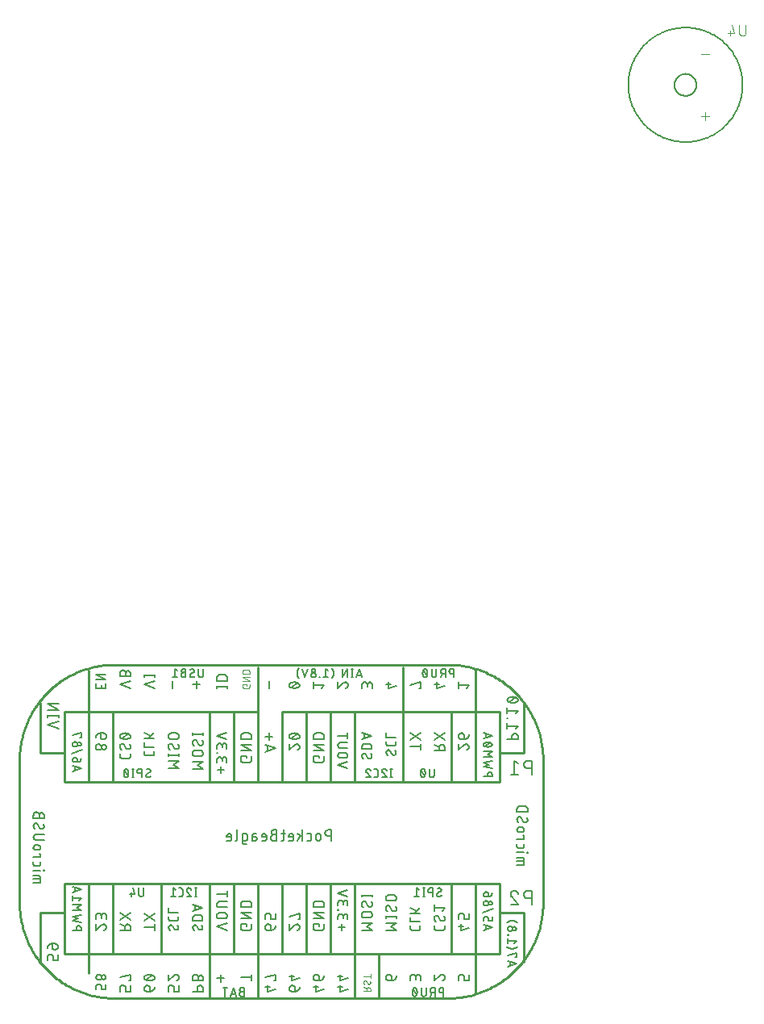
<source format=gbr>
G04 EAGLE Gerber RS-274X export*
G75*
%MOMM*%
%FSLAX34Y34*%
%LPD*%
%INSilkscreen Bottom*%
%IPPOS*%
%AMOC8*
5,1,8,0,0,1.08239X$1,22.5*%
G01*
%ADD10C,0.127000*%
%ADD11C,0.101600*%
%ADD12C,0.254000*%
%ADD13C,0.152400*%
%ADD14C,0.203200*%


D10*
X841700Y1117600D02*
X841718Y1119072D01*
X841772Y1120544D01*
X841863Y1122014D01*
X841989Y1123481D01*
X842151Y1124945D01*
X842349Y1126404D01*
X842583Y1127858D01*
X842853Y1129305D01*
X843158Y1130746D01*
X843498Y1132179D01*
X843873Y1133603D01*
X844284Y1135017D01*
X844728Y1136421D01*
X845207Y1137813D01*
X845720Y1139194D01*
X846267Y1140561D01*
X846847Y1141914D01*
X847461Y1143253D01*
X848107Y1144577D01*
X848785Y1145884D01*
X849495Y1147174D01*
X850236Y1148446D01*
X851009Y1149700D01*
X851812Y1150934D01*
X852645Y1152148D01*
X853508Y1153342D01*
X854399Y1154514D01*
X855319Y1155664D01*
X856267Y1156790D01*
X857243Y1157894D01*
X858245Y1158972D01*
X859274Y1160026D01*
X860328Y1161055D01*
X861406Y1162057D01*
X862510Y1163033D01*
X863636Y1163981D01*
X864786Y1164901D01*
X865958Y1165792D01*
X867152Y1166655D01*
X868366Y1167488D01*
X869600Y1168291D01*
X870854Y1169064D01*
X872126Y1169805D01*
X873416Y1170515D01*
X874723Y1171193D01*
X876047Y1171839D01*
X877386Y1172453D01*
X878739Y1173033D01*
X880106Y1173580D01*
X881487Y1174093D01*
X882879Y1174572D01*
X884283Y1175016D01*
X885697Y1175427D01*
X887121Y1175802D01*
X888554Y1176142D01*
X889995Y1176447D01*
X891442Y1176717D01*
X892896Y1176951D01*
X894355Y1177149D01*
X895819Y1177311D01*
X897286Y1177437D01*
X898756Y1177528D01*
X900228Y1177582D01*
X901700Y1177600D01*
X903172Y1177582D01*
X904644Y1177528D01*
X906114Y1177437D01*
X907581Y1177311D01*
X909045Y1177149D01*
X910504Y1176951D01*
X911958Y1176717D01*
X913405Y1176447D01*
X914846Y1176142D01*
X916279Y1175802D01*
X917703Y1175427D01*
X919117Y1175016D01*
X920521Y1174572D01*
X921913Y1174093D01*
X923294Y1173580D01*
X924661Y1173033D01*
X926014Y1172453D01*
X927353Y1171839D01*
X928677Y1171193D01*
X929984Y1170515D01*
X931274Y1169805D01*
X932546Y1169064D01*
X933800Y1168291D01*
X935034Y1167488D01*
X936248Y1166655D01*
X937442Y1165792D01*
X938614Y1164901D01*
X939764Y1163981D01*
X940890Y1163033D01*
X941994Y1162057D01*
X943072Y1161055D01*
X944126Y1160026D01*
X945155Y1158972D01*
X946157Y1157894D01*
X947133Y1156790D01*
X948081Y1155664D01*
X949001Y1154514D01*
X949892Y1153342D01*
X950755Y1152148D01*
X951588Y1150934D01*
X952391Y1149700D01*
X953164Y1148446D01*
X953905Y1147174D01*
X954615Y1145884D01*
X955293Y1144577D01*
X955939Y1143253D01*
X956553Y1141914D01*
X957133Y1140561D01*
X957680Y1139194D01*
X958193Y1137813D01*
X958672Y1136421D01*
X959116Y1135017D01*
X959527Y1133603D01*
X959902Y1132179D01*
X960242Y1130746D01*
X960547Y1129305D01*
X960817Y1127858D01*
X961051Y1126404D01*
X961249Y1124945D01*
X961411Y1123481D01*
X961537Y1122014D01*
X961628Y1120544D01*
X961682Y1119072D01*
X961700Y1117600D01*
X961682Y1116128D01*
X961628Y1114656D01*
X961537Y1113186D01*
X961411Y1111719D01*
X961249Y1110255D01*
X961051Y1108796D01*
X960817Y1107342D01*
X960547Y1105895D01*
X960242Y1104454D01*
X959902Y1103021D01*
X959527Y1101597D01*
X959116Y1100183D01*
X958672Y1098779D01*
X958193Y1097387D01*
X957680Y1096006D01*
X957133Y1094639D01*
X956553Y1093286D01*
X955939Y1091947D01*
X955293Y1090623D01*
X954615Y1089316D01*
X953905Y1088026D01*
X953164Y1086754D01*
X952391Y1085500D01*
X951588Y1084266D01*
X950755Y1083052D01*
X949892Y1081858D01*
X949001Y1080686D01*
X948081Y1079536D01*
X947133Y1078410D01*
X946157Y1077306D01*
X945155Y1076228D01*
X944126Y1075174D01*
X943072Y1074145D01*
X941994Y1073143D01*
X940890Y1072167D01*
X939764Y1071219D01*
X938614Y1070299D01*
X937442Y1069408D01*
X936248Y1068545D01*
X935034Y1067712D01*
X933800Y1066909D01*
X932546Y1066136D01*
X931274Y1065395D01*
X929984Y1064685D01*
X928677Y1064007D01*
X927353Y1063361D01*
X926014Y1062747D01*
X924661Y1062167D01*
X923294Y1061620D01*
X921913Y1061107D01*
X920521Y1060628D01*
X919117Y1060184D01*
X917703Y1059773D01*
X916279Y1059398D01*
X914846Y1059058D01*
X913405Y1058753D01*
X911958Y1058483D01*
X910504Y1058249D01*
X909045Y1058051D01*
X907581Y1057889D01*
X906114Y1057763D01*
X904644Y1057672D01*
X903172Y1057618D01*
X901700Y1057600D01*
X900228Y1057618D01*
X898756Y1057672D01*
X897286Y1057763D01*
X895819Y1057889D01*
X894355Y1058051D01*
X892896Y1058249D01*
X891442Y1058483D01*
X889995Y1058753D01*
X888554Y1059058D01*
X887121Y1059398D01*
X885697Y1059773D01*
X884283Y1060184D01*
X882879Y1060628D01*
X881487Y1061107D01*
X880106Y1061620D01*
X878739Y1062167D01*
X877386Y1062747D01*
X876047Y1063361D01*
X874723Y1064007D01*
X873416Y1064685D01*
X872126Y1065395D01*
X870854Y1066136D01*
X869600Y1066909D01*
X868366Y1067712D01*
X867152Y1068545D01*
X865958Y1069408D01*
X864786Y1070299D01*
X863636Y1071219D01*
X862510Y1072167D01*
X861406Y1073143D01*
X860328Y1074145D01*
X859274Y1075174D01*
X858245Y1076228D01*
X857243Y1077306D01*
X856267Y1078410D01*
X855319Y1079536D01*
X854399Y1080686D01*
X853508Y1081858D01*
X852645Y1083052D01*
X851812Y1084266D01*
X851009Y1085500D01*
X850236Y1086754D01*
X849495Y1088026D01*
X848785Y1089316D01*
X848107Y1090623D01*
X847461Y1091947D01*
X846847Y1093286D01*
X846267Y1094639D01*
X845720Y1096006D01*
X845207Y1097387D01*
X844728Y1098779D01*
X844284Y1100183D01*
X843873Y1101597D01*
X843498Y1103021D01*
X843158Y1104454D01*
X842853Y1105895D01*
X842583Y1107342D01*
X842349Y1108796D01*
X842151Y1110255D01*
X841989Y1111719D01*
X841863Y1113186D01*
X841772Y1114656D01*
X841718Y1116128D01*
X841700Y1117600D01*
X890200Y1117600D02*
X890203Y1117882D01*
X890214Y1118164D01*
X890231Y1118446D01*
X890255Y1118727D01*
X890286Y1119008D01*
X890324Y1119287D01*
X890369Y1119566D01*
X890421Y1119844D01*
X890479Y1120120D01*
X890545Y1120394D01*
X890617Y1120667D01*
X890695Y1120938D01*
X890780Y1121207D01*
X890872Y1121474D01*
X890971Y1121739D01*
X891075Y1122001D01*
X891187Y1122260D01*
X891304Y1122517D01*
X891428Y1122771D01*
X891558Y1123021D01*
X891694Y1123268D01*
X891836Y1123512D01*
X891984Y1123752D01*
X892138Y1123989D01*
X892298Y1124222D01*
X892463Y1124451D01*
X892634Y1124675D01*
X892810Y1124896D01*
X892992Y1125111D01*
X893179Y1125323D01*
X893371Y1125530D01*
X893568Y1125732D01*
X893770Y1125929D01*
X893977Y1126121D01*
X894189Y1126308D01*
X894404Y1126490D01*
X894625Y1126666D01*
X894849Y1126837D01*
X895078Y1127002D01*
X895311Y1127162D01*
X895548Y1127316D01*
X895788Y1127464D01*
X896032Y1127606D01*
X896279Y1127742D01*
X896529Y1127872D01*
X896783Y1127996D01*
X897040Y1128113D01*
X897299Y1128225D01*
X897561Y1128329D01*
X897826Y1128428D01*
X898093Y1128520D01*
X898362Y1128605D01*
X898633Y1128683D01*
X898906Y1128755D01*
X899180Y1128821D01*
X899456Y1128879D01*
X899734Y1128931D01*
X900013Y1128976D01*
X900292Y1129014D01*
X900573Y1129045D01*
X900854Y1129069D01*
X901136Y1129086D01*
X901418Y1129097D01*
X901700Y1129100D01*
X901982Y1129097D01*
X902264Y1129086D01*
X902546Y1129069D01*
X902827Y1129045D01*
X903108Y1129014D01*
X903387Y1128976D01*
X903666Y1128931D01*
X903944Y1128879D01*
X904220Y1128821D01*
X904494Y1128755D01*
X904767Y1128683D01*
X905038Y1128605D01*
X905307Y1128520D01*
X905574Y1128428D01*
X905839Y1128329D01*
X906101Y1128225D01*
X906360Y1128113D01*
X906617Y1127996D01*
X906871Y1127872D01*
X907121Y1127742D01*
X907368Y1127606D01*
X907612Y1127464D01*
X907852Y1127316D01*
X908089Y1127162D01*
X908322Y1127002D01*
X908551Y1126837D01*
X908775Y1126666D01*
X908996Y1126490D01*
X909211Y1126308D01*
X909423Y1126121D01*
X909630Y1125929D01*
X909832Y1125732D01*
X910029Y1125530D01*
X910221Y1125323D01*
X910408Y1125111D01*
X910590Y1124896D01*
X910766Y1124675D01*
X910937Y1124451D01*
X911102Y1124222D01*
X911262Y1123989D01*
X911416Y1123752D01*
X911564Y1123512D01*
X911706Y1123268D01*
X911842Y1123021D01*
X911972Y1122771D01*
X912096Y1122517D01*
X912213Y1122260D01*
X912325Y1122001D01*
X912429Y1121739D01*
X912528Y1121474D01*
X912620Y1121207D01*
X912705Y1120938D01*
X912783Y1120667D01*
X912855Y1120394D01*
X912921Y1120120D01*
X912979Y1119844D01*
X913031Y1119566D01*
X913076Y1119287D01*
X913114Y1119008D01*
X913145Y1118727D01*
X913169Y1118446D01*
X913186Y1118164D01*
X913197Y1117882D01*
X913200Y1117600D01*
X913197Y1117318D01*
X913186Y1117036D01*
X913169Y1116754D01*
X913145Y1116473D01*
X913114Y1116192D01*
X913076Y1115913D01*
X913031Y1115634D01*
X912979Y1115356D01*
X912921Y1115080D01*
X912855Y1114806D01*
X912783Y1114533D01*
X912705Y1114262D01*
X912620Y1113993D01*
X912528Y1113726D01*
X912429Y1113461D01*
X912325Y1113199D01*
X912213Y1112940D01*
X912096Y1112683D01*
X911972Y1112429D01*
X911842Y1112179D01*
X911706Y1111932D01*
X911564Y1111688D01*
X911416Y1111448D01*
X911262Y1111211D01*
X911102Y1110978D01*
X910937Y1110749D01*
X910766Y1110525D01*
X910590Y1110304D01*
X910408Y1110089D01*
X910221Y1109877D01*
X910029Y1109670D01*
X909832Y1109468D01*
X909630Y1109271D01*
X909423Y1109079D01*
X909211Y1108892D01*
X908996Y1108710D01*
X908775Y1108534D01*
X908551Y1108363D01*
X908322Y1108198D01*
X908089Y1108038D01*
X907852Y1107884D01*
X907612Y1107736D01*
X907368Y1107594D01*
X907121Y1107458D01*
X906871Y1107328D01*
X906617Y1107204D01*
X906360Y1107087D01*
X906101Y1106975D01*
X905839Y1106871D01*
X905574Y1106772D01*
X905307Y1106680D01*
X905038Y1106595D01*
X904767Y1106517D01*
X904494Y1106445D01*
X904220Y1106379D01*
X903944Y1106321D01*
X903666Y1106269D01*
X903387Y1106224D01*
X903108Y1106186D01*
X902827Y1106155D01*
X902546Y1106131D01*
X902264Y1106114D01*
X901982Y1106103D01*
X901700Y1106100D01*
X901418Y1106103D01*
X901136Y1106114D01*
X900854Y1106131D01*
X900573Y1106155D01*
X900292Y1106186D01*
X900013Y1106224D01*
X899734Y1106269D01*
X899456Y1106321D01*
X899180Y1106379D01*
X898906Y1106445D01*
X898633Y1106517D01*
X898362Y1106595D01*
X898093Y1106680D01*
X897826Y1106772D01*
X897561Y1106871D01*
X897299Y1106975D01*
X897040Y1107087D01*
X896783Y1107204D01*
X896529Y1107328D01*
X896279Y1107458D01*
X896032Y1107594D01*
X895788Y1107736D01*
X895548Y1107884D01*
X895311Y1108038D01*
X895078Y1108198D01*
X894849Y1108363D01*
X894625Y1108534D01*
X894404Y1108710D01*
X894189Y1108892D01*
X893977Y1109079D01*
X893770Y1109271D01*
X893568Y1109468D01*
X893371Y1109670D01*
X893179Y1109877D01*
X892992Y1110089D01*
X892810Y1110304D01*
X892634Y1110525D01*
X892463Y1110749D01*
X892298Y1110978D01*
X892138Y1111211D01*
X891984Y1111448D01*
X891836Y1111688D01*
X891694Y1111932D01*
X891558Y1112179D01*
X891428Y1112429D01*
X891304Y1112683D01*
X891187Y1112940D01*
X891075Y1113199D01*
X890971Y1113461D01*
X890872Y1113726D01*
X890780Y1113993D01*
X890695Y1114262D01*
X890617Y1114533D01*
X890545Y1114806D01*
X890479Y1115080D01*
X890421Y1115356D01*
X890369Y1115634D01*
X890324Y1115913D01*
X890286Y1116192D01*
X890255Y1116473D01*
X890231Y1116754D01*
X890214Y1117036D01*
X890203Y1117318D01*
X890200Y1117600D01*
D11*
X918403Y1084652D02*
X926192Y1084652D01*
X922297Y1088546D02*
X922297Y1080757D01*
X918403Y1149652D02*
X926192Y1149652D01*
X964692Y1172154D02*
X964692Y1180592D01*
X964692Y1172154D02*
X964690Y1172041D01*
X964684Y1171928D01*
X964674Y1171815D01*
X964660Y1171702D01*
X964643Y1171590D01*
X964621Y1171479D01*
X964596Y1171369D01*
X964566Y1171259D01*
X964533Y1171151D01*
X964496Y1171044D01*
X964456Y1170938D01*
X964411Y1170834D01*
X964363Y1170731D01*
X964312Y1170630D01*
X964257Y1170531D01*
X964199Y1170434D01*
X964137Y1170339D01*
X964072Y1170246D01*
X964004Y1170156D01*
X963933Y1170068D01*
X963858Y1169982D01*
X963781Y1169899D01*
X963701Y1169819D01*
X963618Y1169742D01*
X963532Y1169667D01*
X963444Y1169596D01*
X963354Y1169528D01*
X963261Y1169463D01*
X963166Y1169401D01*
X963069Y1169343D01*
X962970Y1169288D01*
X962869Y1169237D01*
X962766Y1169189D01*
X962662Y1169144D01*
X962556Y1169104D01*
X962449Y1169067D01*
X962341Y1169034D01*
X962231Y1169004D01*
X962121Y1168979D01*
X962010Y1168957D01*
X961898Y1168940D01*
X961785Y1168926D01*
X961672Y1168916D01*
X961559Y1168910D01*
X961446Y1168908D01*
X961333Y1168910D01*
X961220Y1168916D01*
X961107Y1168926D01*
X960994Y1168940D01*
X960882Y1168957D01*
X960771Y1168979D01*
X960661Y1169004D01*
X960551Y1169034D01*
X960443Y1169067D01*
X960336Y1169104D01*
X960230Y1169144D01*
X960126Y1169189D01*
X960023Y1169237D01*
X959922Y1169288D01*
X959823Y1169343D01*
X959726Y1169401D01*
X959631Y1169463D01*
X959538Y1169528D01*
X959448Y1169596D01*
X959360Y1169667D01*
X959274Y1169742D01*
X959191Y1169819D01*
X959111Y1169899D01*
X959034Y1169982D01*
X958959Y1170068D01*
X958888Y1170156D01*
X958820Y1170246D01*
X958755Y1170339D01*
X958693Y1170434D01*
X958635Y1170531D01*
X958580Y1170630D01*
X958529Y1170731D01*
X958481Y1170834D01*
X958436Y1170938D01*
X958396Y1171044D01*
X958359Y1171151D01*
X958326Y1171259D01*
X958296Y1171369D01*
X958271Y1171479D01*
X958249Y1171590D01*
X958232Y1171702D01*
X958218Y1171815D01*
X958208Y1171928D01*
X958202Y1172041D01*
X958200Y1172154D01*
X958201Y1172154D02*
X958201Y1180592D01*
X950285Y1180592D02*
X952881Y1171504D01*
X946390Y1171504D01*
X948337Y1174101D02*
X948337Y1168908D01*
D12*
X651930Y159270D02*
X301930Y159270D01*
X299514Y159299D01*
X297099Y159387D01*
X294687Y159533D01*
X292279Y159737D01*
X289876Y159999D01*
X287481Y160319D01*
X285094Y160697D01*
X282717Y161133D01*
X280352Y161626D01*
X277998Y162176D01*
X275659Y162782D01*
X273335Y163445D01*
X271028Y164164D01*
X268739Y164939D01*
X266470Y165768D01*
X264221Y166653D01*
X261994Y167591D01*
X259790Y168583D01*
X257611Y169627D01*
X255458Y170724D01*
X253332Y171873D01*
X251234Y173073D01*
X249166Y174323D01*
X247129Y175623D01*
X245124Y176972D01*
X243151Y178368D01*
X241214Y179812D01*
X239311Y181303D01*
X237446Y182838D01*
X235618Y184419D01*
X233828Y186043D01*
X232079Y187710D01*
X230370Y189419D01*
X228703Y191168D01*
X227079Y192958D01*
X225498Y194786D01*
X223963Y196651D01*
X222472Y198554D01*
X221028Y200491D01*
X219632Y202464D01*
X218283Y204469D01*
X216983Y206506D01*
X215733Y208574D01*
X214533Y210672D01*
X213384Y212798D01*
X212287Y214951D01*
X211243Y217130D01*
X210251Y219334D01*
X209313Y221561D01*
X208428Y223810D01*
X207599Y226079D01*
X206824Y228368D01*
X206105Y230675D01*
X205442Y232999D01*
X204836Y235338D01*
X204286Y237692D01*
X203793Y240057D01*
X203357Y242434D01*
X202979Y244821D01*
X202659Y247216D01*
X202397Y249619D01*
X202193Y252027D01*
X202047Y254439D01*
X201959Y256854D01*
X201930Y259270D01*
X201930Y409270D01*
X201959Y411686D01*
X202047Y414101D01*
X202193Y416513D01*
X202397Y418921D01*
X202659Y421324D01*
X202979Y423719D01*
X203357Y426106D01*
X203793Y428483D01*
X204286Y430848D01*
X204836Y433202D01*
X205442Y435541D01*
X206105Y437865D01*
X206824Y440172D01*
X207599Y442461D01*
X208428Y444730D01*
X209313Y446979D01*
X210251Y449206D01*
X211243Y451410D01*
X212287Y453589D01*
X213384Y455742D01*
X214533Y457868D01*
X215733Y459966D01*
X216983Y462034D01*
X218283Y464071D01*
X219632Y466076D01*
X221028Y468049D01*
X222472Y469986D01*
X223963Y471889D01*
X225498Y473754D01*
X227079Y475582D01*
X228703Y477372D01*
X230370Y479121D01*
X232079Y480830D01*
X233828Y482497D01*
X235618Y484121D01*
X237446Y485702D01*
X239311Y487237D01*
X241214Y488728D01*
X243151Y490172D01*
X245124Y491568D01*
X247129Y492917D01*
X249166Y494217D01*
X251234Y495467D01*
X253332Y496667D01*
X255458Y497816D01*
X257611Y498913D01*
X259790Y499957D01*
X261994Y500949D01*
X264221Y501887D01*
X266470Y502772D01*
X268739Y503601D01*
X271028Y504376D01*
X273335Y505095D01*
X275659Y505758D01*
X277998Y506364D01*
X280352Y506914D01*
X282717Y507407D01*
X285094Y507843D01*
X287481Y508221D01*
X289876Y508541D01*
X292279Y508803D01*
X294687Y509007D01*
X297099Y509153D01*
X299514Y509241D01*
X301930Y509270D01*
X651930Y509270D01*
X654346Y509241D01*
X656761Y509153D01*
X659173Y509007D01*
X661581Y508803D01*
X663984Y508541D01*
X666379Y508221D01*
X668766Y507843D01*
X671143Y507407D01*
X673508Y506914D01*
X675862Y506364D01*
X678201Y505758D01*
X680525Y505095D01*
X682832Y504376D01*
X685121Y503601D01*
X687390Y502772D01*
X689639Y501887D01*
X691866Y500949D01*
X694070Y499957D01*
X696249Y498913D01*
X698402Y497816D01*
X700528Y496667D01*
X702626Y495467D01*
X704694Y494217D01*
X706731Y492917D01*
X708736Y491568D01*
X710709Y490172D01*
X712646Y488728D01*
X714549Y487237D01*
X716414Y485702D01*
X718242Y484121D01*
X720032Y482497D01*
X721781Y480830D01*
X723490Y479121D01*
X725157Y477372D01*
X726781Y475582D01*
X728362Y473754D01*
X729897Y471889D01*
X731388Y469986D01*
X732832Y468049D01*
X734228Y466076D01*
X735577Y464071D01*
X736877Y462034D01*
X738127Y459966D01*
X739327Y457868D01*
X740476Y455742D01*
X741573Y453589D01*
X742617Y451410D01*
X743609Y449206D01*
X744547Y446979D01*
X745432Y444730D01*
X746261Y442461D01*
X747036Y440172D01*
X747755Y437865D01*
X748418Y435541D01*
X749024Y433202D01*
X749574Y430848D01*
X750067Y428483D01*
X750503Y426106D01*
X750881Y423719D01*
X751201Y421324D01*
X751463Y418921D01*
X751667Y416513D01*
X751813Y414101D01*
X751901Y411686D01*
X751930Y409270D01*
X751930Y259270D01*
X751901Y256854D01*
X751813Y254439D01*
X751667Y252027D01*
X751463Y249619D01*
X751201Y247216D01*
X750881Y244821D01*
X750503Y242434D01*
X750067Y240057D01*
X749574Y237692D01*
X749024Y235338D01*
X748418Y232999D01*
X747755Y230675D01*
X747036Y228368D01*
X746261Y226079D01*
X745432Y223810D01*
X744547Y221561D01*
X743609Y219334D01*
X742617Y217130D01*
X741573Y214951D01*
X740476Y212798D01*
X739327Y210672D01*
X738127Y208574D01*
X736877Y206506D01*
X735577Y204469D01*
X734228Y202464D01*
X732832Y200491D01*
X731388Y198554D01*
X729897Y196651D01*
X728362Y194786D01*
X726781Y192958D01*
X725157Y191168D01*
X723490Y189419D01*
X721781Y187710D01*
X720032Y186043D01*
X718242Y184419D01*
X716414Y182838D01*
X714549Y181303D01*
X712646Y179812D01*
X710709Y178368D01*
X708736Y176972D01*
X706731Y175623D01*
X704694Y174323D01*
X702626Y173073D01*
X700528Y171873D01*
X698402Y170724D01*
X696249Y169627D01*
X694070Y168583D01*
X691866Y167591D01*
X689639Y166653D01*
X687390Y165768D01*
X685121Y164939D01*
X682832Y164164D01*
X680525Y163445D01*
X678201Y162782D01*
X675862Y162176D01*
X673508Y161626D01*
X671143Y161133D01*
X668766Y160697D01*
X666379Y160319D01*
X663984Y159999D01*
X661581Y159737D01*
X659173Y159533D01*
X656761Y159387D01*
X654346Y159299D01*
X651930Y159270D01*
D13*
X529251Y324612D02*
X529251Y335788D01*
X526147Y335788D01*
X526036Y335786D01*
X525926Y335780D01*
X525815Y335770D01*
X525705Y335756D01*
X525596Y335739D01*
X525487Y335717D01*
X525379Y335692D01*
X525273Y335662D01*
X525167Y335629D01*
X525062Y335592D01*
X524959Y335552D01*
X524858Y335507D01*
X524758Y335460D01*
X524659Y335408D01*
X524563Y335353D01*
X524469Y335295D01*
X524377Y335234D01*
X524287Y335169D01*
X524199Y335101D01*
X524114Y335030D01*
X524032Y334956D01*
X523952Y334879D01*
X523875Y334799D01*
X523801Y334717D01*
X523730Y334632D01*
X523662Y334544D01*
X523597Y334454D01*
X523536Y334362D01*
X523478Y334268D01*
X523423Y334172D01*
X523371Y334073D01*
X523324Y333973D01*
X523279Y333872D01*
X523239Y333769D01*
X523202Y333664D01*
X523169Y333558D01*
X523139Y333452D01*
X523114Y333344D01*
X523092Y333235D01*
X523075Y333126D01*
X523061Y333016D01*
X523051Y332905D01*
X523045Y332795D01*
X523043Y332684D01*
X523045Y332573D01*
X523051Y332463D01*
X523061Y332352D01*
X523075Y332242D01*
X523092Y332133D01*
X523114Y332024D01*
X523139Y331916D01*
X523169Y331810D01*
X523202Y331704D01*
X523239Y331599D01*
X523279Y331496D01*
X523324Y331395D01*
X523371Y331295D01*
X523423Y331196D01*
X523478Y331100D01*
X523536Y331006D01*
X523597Y330914D01*
X523662Y330824D01*
X523730Y330736D01*
X523801Y330651D01*
X523875Y330569D01*
X523952Y330489D01*
X524032Y330412D01*
X524114Y330338D01*
X524199Y330267D01*
X524287Y330199D01*
X524377Y330134D01*
X524469Y330073D01*
X524563Y330015D01*
X524659Y329960D01*
X524758Y329908D01*
X524858Y329861D01*
X524959Y329816D01*
X525062Y329776D01*
X525167Y329739D01*
X525273Y329706D01*
X525379Y329676D01*
X525487Y329651D01*
X525596Y329629D01*
X525705Y329612D01*
X525815Y329598D01*
X525926Y329588D01*
X526036Y329582D01*
X526147Y329580D01*
X526147Y329579D02*
X529251Y329579D01*
X518555Y329579D02*
X518555Y327096D01*
X518555Y329579D02*
X518553Y329678D01*
X518547Y329776D01*
X518537Y329875D01*
X518524Y329972D01*
X518506Y330070D01*
X518485Y330166D01*
X518459Y330262D01*
X518430Y330356D01*
X518398Y330449D01*
X518361Y330541D01*
X518321Y330631D01*
X518277Y330720D01*
X518230Y330807D01*
X518180Y330892D01*
X518126Y330974D01*
X518069Y331055D01*
X518009Y331133D01*
X517945Y331209D01*
X517879Y331282D01*
X517810Y331353D01*
X517738Y331421D01*
X517663Y331485D01*
X517586Y331547D01*
X517507Y331606D01*
X517425Y331661D01*
X517341Y331714D01*
X517256Y331762D01*
X517168Y331808D01*
X517078Y331850D01*
X516987Y331888D01*
X516895Y331922D01*
X516801Y331953D01*
X516706Y331980D01*
X516610Y332004D01*
X516513Y332023D01*
X516416Y332039D01*
X516318Y332051D01*
X516219Y332059D01*
X516120Y332063D01*
X516022Y332063D01*
X515923Y332059D01*
X515824Y332051D01*
X515726Y332039D01*
X515629Y332023D01*
X515532Y332004D01*
X515436Y331980D01*
X515341Y331953D01*
X515247Y331922D01*
X515155Y331888D01*
X515064Y331850D01*
X514974Y331808D01*
X514886Y331762D01*
X514801Y331714D01*
X514717Y331661D01*
X514635Y331606D01*
X514556Y331547D01*
X514479Y331485D01*
X514404Y331421D01*
X514332Y331353D01*
X514263Y331282D01*
X514197Y331209D01*
X514133Y331133D01*
X514073Y331055D01*
X514016Y330974D01*
X513962Y330892D01*
X513912Y330807D01*
X513865Y330720D01*
X513821Y330631D01*
X513781Y330541D01*
X513744Y330449D01*
X513712Y330356D01*
X513683Y330262D01*
X513657Y330166D01*
X513636Y330070D01*
X513618Y329972D01*
X513605Y329875D01*
X513595Y329776D01*
X513589Y329678D01*
X513587Y329579D01*
X513588Y329579D02*
X513588Y327096D01*
X513587Y327096D02*
X513589Y326997D01*
X513595Y326899D01*
X513605Y326800D01*
X513618Y326703D01*
X513636Y326605D01*
X513657Y326509D01*
X513683Y326413D01*
X513712Y326319D01*
X513744Y326226D01*
X513781Y326134D01*
X513821Y326044D01*
X513865Y325955D01*
X513912Y325868D01*
X513962Y325783D01*
X514016Y325701D01*
X514073Y325620D01*
X514133Y325542D01*
X514197Y325466D01*
X514263Y325393D01*
X514332Y325322D01*
X514404Y325254D01*
X514479Y325190D01*
X514556Y325128D01*
X514635Y325069D01*
X514717Y325014D01*
X514801Y324961D01*
X514886Y324913D01*
X514974Y324867D01*
X515064Y324825D01*
X515155Y324787D01*
X515247Y324753D01*
X515341Y324722D01*
X515436Y324695D01*
X515532Y324671D01*
X515629Y324652D01*
X515726Y324636D01*
X515824Y324624D01*
X515923Y324616D01*
X516022Y324612D01*
X516120Y324612D01*
X516219Y324616D01*
X516318Y324624D01*
X516416Y324636D01*
X516513Y324652D01*
X516610Y324671D01*
X516706Y324695D01*
X516801Y324722D01*
X516895Y324753D01*
X516987Y324787D01*
X517078Y324825D01*
X517168Y324867D01*
X517256Y324913D01*
X517341Y324961D01*
X517425Y325014D01*
X517507Y325069D01*
X517586Y325128D01*
X517663Y325190D01*
X517738Y325254D01*
X517810Y325322D01*
X517879Y325393D01*
X517945Y325466D01*
X518009Y325542D01*
X518069Y325620D01*
X518126Y325701D01*
X518180Y325783D01*
X518230Y325868D01*
X518277Y325955D01*
X518321Y326044D01*
X518361Y326134D01*
X518398Y326226D01*
X518430Y326319D01*
X518459Y326413D01*
X518485Y326509D01*
X518506Y326605D01*
X518524Y326703D01*
X518537Y326800D01*
X518547Y326899D01*
X518553Y326997D01*
X518555Y327096D01*
X506770Y324612D02*
X504286Y324612D01*
X506770Y324612D02*
X506854Y324614D01*
X506937Y324620D01*
X507020Y324629D01*
X507103Y324642D01*
X507185Y324659D01*
X507266Y324679D01*
X507346Y324703D01*
X507425Y324731D01*
X507502Y324762D01*
X507578Y324796D01*
X507653Y324834D01*
X507726Y324876D01*
X507796Y324920D01*
X507865Y324968D01*
X507932Y325018D01*
X507996Y325072D01*
X508057Y325128D01*
X508117Y325188D01*
X508173Y325249D01*
X508227Y325313D01*
X508277Y325380D01*
X508325Y325449D01*
X508369Y325519D01*
X508411Y325592D01*
X508449Y325667D01*
X508483Y325743D01*
X508514Y325820D01*
X508542Y325899D01*
X508566Y325979D01*
X508586Y326060D01*
X508603Y326142D01*
X508616Y326225D01*
X508626Y326308D01*
X508631Y326391D01*
X508633Y326475D01*
X508632Y326475D02*
X508632Y330200D01*
X508633Y330200D02*
X508631Y330284D01*
X508626Y330367D01*
X508616Y330450D01*
X508603Y330533D01*
X508586Y330615D01*
X508566Y330696D01*
X508542Y330776D01*
X508514Y330855D01*
X508483Y330932D01*
X508449Y331008D01*
X508411Y331083D01*
X508369Y331156D01*
X508325Y331226D01*
X508277Y331295D01*
X508227Y331362D01*
X508173Y331426D01*
X508117Y331487D01*
X508057Y331547D01*
X507996Y331603D01*
X507932Y331657D01*
X507865Y331707D01*
X507796Y331755D01*
X507726Y331799D01*
X507653Y331841D01*
X507578Y331879D01*
X507502Y331913D01*
X507425Y331944D01*
X507346Y331972D01*
X507266Y331996D01*
X507185Y332016D01*
X507103Y332033D01*
X507020Y332046D01*
X506937Y332056D01*
X506854Y332061D01*
X506770Y332063D01*
X504286Y332063D01*
X499336Y335788D02*
X499336Y324612D01*
X499336Y328337D02*
X494368Y332063D01*
X497162Y329890D02*
X494368Y324612D01*
X488117Y324612D02*
X485013Y324612D01*
X488117Y324612D02*
X488201Y324614D01*
X488284Y324620D01*
X488367Y324629D01*
X488450Y324642D01*
X488532Y324659D01*
X488613Y324679D01*
X488693Y324703D01*
X488772Y324731D01*
X488849Y324762D01*
X488925Y324796D01*
X489000Y324834D01*
X489073Y324876D01*
X489143Y324920D01*
X489212Y324968D01*
X489279Y325018D01*
X489343Y325072D01*
X489404Y325128D01*
X489464Y325188D01*
X489520Y325249D01*
X489574Y325313D01*
X489624Y325380D01*
X489672Y325449D01*
X489716Y325519D01*
X489758Y325592D01*
X489796Y325667D01*
X489830Y325743D01*
X489861Y325820D01*
X489889Y325899D01*
X489913Y325979D01*
X489933Y326060D01*
X489950Y326142D01*
X489963Y326225D01*
X489973Y326308D01*
X489978Y326391D01*
X489980Y326475D01*
X489980Y329579D01*
X489978Y329678D01*
X489972Y329776D01*
X489962Y329875D01*
X489949Y329972D01*
X489931Y330070D01*
X489910Y330166D01*
X489884Y330262D01*
X489855Y330356D01*
X489823Y330449D01*
X489786Y330541D01*
X489746Y330631D01*
X489702Y330720D01*
X489655Y330807D01*
X489605Y330892D01*
X489551Y330974D01*
X489494Y331055D01*
X489434Y331133D01*
X489370Y331209D01*
X489304Y331282D01*
X489235Y331353D01*
X489163Y331421D01*
X489088Y331485D01*
X489011Y331547D01*
X488932Y331606D01*
X488850Y331661D01*
X488766Y331714D01*
X488681Y331762D01*
X488593Y331808D01*
X488503Y331850D01*
X488412Y331888D01*
X488320Y331922D01*
X488226Y331953D01*
X488131Y331980D01*
X488035Y332004D01*
X487938Y332023D01*
X487841Y332039D01*
X487743Y332051D01*
X487644Y332059D01*
X487545Y332063D01*
X487447Y332063D01*
X487348Y332059D01*
X487249Y332051D01*
X487151Y332039D01*
X487054Y332023D01*
X486957Y332004D01*
X486861Y331980D01*
X486766Y331953D01*
X486672Y331922D01*
X486580Y331888D01*
X486489Y331850D01*
X486399Y331808D01*
X486311Y331762D01*
X486226Y331714D01*
X486142Y331661D01*
X486060Y331606D01*
X485981Y331547D01*
X485904Y331485D01*
X485829Y331421D01*
X485757Y331353D01*
X485688Y331282D01*
X485622Y331209D01*
X485558Y331133D01*
X485498Y331055D01*
X485441Y330974D01*
X485387Y330892D01*
X485337Y330807D01*
X485290Y330720D01*
X485246Y330631D01*
X485206Y330541D01*
X485169Y330449D01*
X485137Y330356D01*
X485108Y330262D01*
X485082Y330166D01*
X485061Y330070D01*
X485043Y329972D01*
X485030Y329875D01*
X485020Y329776D01*
X485014Y329678D01*
X485012Y329579D01*
X485013Y329579D02*
X485013Y328337D01*
X489980Y328337D01*
X481092Y332063D02*
X477367Y332063D01*
X479851Y335788D02*
X479851Y326475D01*
X479849Y326391D01*
X479843Y326308D01*
X479834Y326225D01*
X479821Y326142D01*
X479804Y326060D01*
X479784Y325979D01*
X479760Y325899D01*
X479732Y325820D01*
X479701Y325743D01*
X479667Y325667D01*
X479629Y325592D01*
X479587Y325519D01*
X479543Y325449D01*
X479495Y325380D01*
X479445Y325313D01*
X479391Y325249D01*
X479335Y325188D01*
X479275Y325128D01*
X479214Y325072D01*
X479150Y325018D01*
X479083Y324968D01*
X479014Y324920D01*
X478944Y324876D01*
X478871Y324834D01*
X478796Y324796D01*
X478720Y324762D01*
X478643Y324731D01*
X478564Y324703D01*
X478484Y324679D01*
X478403Y324659D01*
X478321Y324642D01*
X478238Y324629D01*
X478155Y324619D01*
X478072Y324614D01*
X477988Y324612D01*
X477367Y324612D01*
X472101Y330821D02*
X468997Y330821D01*
X468997Y330820D02*
X468886Y330818D01*
X468776Y330812D01*
X468665Y330802D01*
X468555Y330788D01*
X468446Y330771D01*
X468337Y330749D01*
X468229Y330724D01*
X468123Y330694D01*
X468017Y330661D01*
X467912Y330624D01*
X467809Y330584D01*
X467708Y330539D01*
X467608Y330492D01*
X467509Y330440D01*
X467413Y330385D01*
X467319Y330327D01*
X467227Y330266D01*
X467137Y330201D01*
X467049Y330133D01*
X466964Y330062D01*
X466882Y329988D01*
X466802Y329911D01*
X466725Y329831D01*
X466651Y329749D01*
X466580Y329664D01*
X466512Y329576D01*
X466447Y329486D01*
X466386Y329394D01*
X466328Y329300D01*
X466273Y329204D01*
X466221Y329105D01*
X466174Y329005D01*
X466129Y328904D01*
X466089Y328801D01*
X466052Y328696D01*
X466019Y328590D01*
X465989Y328484D01*
X465964Y328376D01*
X465942Y328267D01*
X465925Y328158D01*
X465911Y328048D01*
X465901Y327937D01*
X465895Y327827D01*
X465893Y327716D01*
X465895Y327605D01*
X465901Y327495D01*
X465911Y327384D01*
X465925Y327274D01*
X465942Y327165D01*
X465964Y327056D01*
X465989Y326948D01*
X466019Y326842D01*
X466052Y326736D01*
X466089Y326631D01*
X466129Y326528D01*
X466174Y326427D01*
X466221Y326327D01*
X466273Y326228D01*
X466328Y326132D01*
X466386Y326038D01*
X466447Y325946D01*
X466512Y325856D01*
X466580Y325768D01*
X466651Y325683D01*
X466725Y325601D01*
X466802Y325521D01*
X466882Y325444D01*
X466964Y325370D01*
X467049Y325299D01*
X467137Y325231D01*
X467227Y325166D01*
X467319Y325105D01*
X467413Y325047D01*
X467509Y324992D01*
X467608Y324940D01*
X467708Y324893D01*
X467809Y324848D01*
X467912Y324808D01*
X468017Y324771D01*
X468123Y324738D01*
X468229Y324708D01*
X468337Y324683D01*
X468446Y324661D01*
X468555Y324644D01*
X468665Y324630D01*
X468776Y324620D01*
X468886Y324614D01*
X468997Y324612D01*
X472101Y324612D01*
X472101Y335788D01*
X468997Y335788D01*
X468898Y335786D01*
X468800Y335780D01*
X468701Y335770D01*
X468604Y335757D01*
X468506Y335739D01*
X468410Y335718D01*
X468314Y335692D01*
X468220Y335663D01*
X468127Y335631D01*
X468035Y335594D01*
X467945Y335554D01*
X467856Y335510D01*
X467769Y335463D01*
X467684Y335413D01*
X467602Y335359D01*
X467521Y335302D01*
X467443Y335242D01*
X467367Y335178D01*
X467294Y335112D01*
X467223Y335043D01*
X467155Y334971D01*
X467091Y334896D01*
X467029Y334819D01*
X466970Y334740D01*
X466915Y334658D01*
X466862Y334574D01*
X466814Y334489D01*
X466768Y334401D01*
X466726Y334311D01*
X466688Y334220D01*
X466654Y334128D01*
X466623Y334034D01*
X466596Y333939D01*
X466572Y333843D01*
X466553Y333746D01*
X466537Y333649D01*
X466525Y333551D01*
X466517Y333452D01*
X466513Y333353D01*
X466513Y333255D01*
X466517Y333156D01*
X466525Y333057D01*
X466537Y332959D01*
X466553Y332862D01*
X466572Y332765D01*
X466596Y332669D01*
X466623Y332574D01*
X466654Y332480D01*
X466688Y332388D01*
X466726Y332297D01*
X466768Y332207D01*
X466814Y332119D01*
X466862Y332034D01*
X466915Y331950D01*
X466970Y331868D01*
X467029Y331789D01*
X467091Y331712D01*
X467155Y331637D01*
X467223Y331565D01*
X467294Y331496D01*
X467367Y331430D01*
X467443Y331366D01*
X467521Y331306D01*
X467602Y331249D01*
X467684Y331195D01*
X467769Y331145D01*
X467856Y331098D01*
X467945Y331054D01*
X468035Y331014D01*
X468127Y330977D01*
X468220Y330945D01*
X468314Y330916D01*
X468410Y330890D01*
X468506Y330869D01*
X468604Y330851D01*
X468701Y330838D01*
X468800Y330828D01*
X468898Y330822D01*
X468997Y330820D01*
X459542Y324612D02*
X456438Y324612D01*
X459542Y324612D02*
X459626Y324614D01*
X459709Y324620D01*
X459792Y324629D01*
X459875Y324642D01*
X459957Y324659D01*
X460038Y324679D01*
X460118Y324703D01*
X460197Y324731D01*
X460274Y324762D01*
X460350Y324796D01*
X460425Y324834D01*
X460498Y324876D01*
X460568Y324920D01*
X460637Y324968D01*
X460704Y325018D01*
X460768Y325072D01*
X460829Y325128D01*
X460889Y325188D01*
X460945Y325249D01*
X460999Y325313D01*
X461049Y325380D01*
X461097Y325449D01*
X461141Y325519D01*
X461183Y325592D01*
X461221Y325667D01*
X461255Y325743D01*
X461286Y325820D01*
X461314Y325899D01*
X461338Y325979D01*
X461358Y326060D01*
X461375Y326142D01*
X461388Y326225D01*
X461398Y326308D01*
X461403Y326391D01*
X461405Y326475D01*
X461405Y329579D01*
X461403Y329678D01*
X461397Y329776D01*
X461387Y329875D01*
X461374Y329972D01*
X461356Y330070D01*
X461335Y330166D01*
X461309Y330262D01*
X461280Y330356D01*
X461248Y330449D01*
X461211Y330541D01*
X461171Y330631D01*
X461127Y330720D01*
X461080Y330807D01*
X461030Y330892D01*
X460976Y330974D01*
X460919Y331055D01*
X460859Y331133D01*
X460795Y331209D01*
X460729Y331282D01*
X460660Y331353D01*
X460588Y331421D01*
X460513Y331485D01*
X460436Y331547D01*
X460357Y331606D01*
X460275Y331661D01*
X460191Y331714D01*
X460106Y331762D01*
X460018Y331808D01*
X459928Y331850D01*
X459837Y331888D01*
X459745Y331922D01*
X459651Y331953D01*
X459556Y331980D01*
X459460Y332004D01*
X459363Y332023D01*
X459266Y332039D01*
X459168Y332051D01*
X459069Y332059D01*
X458970Y332063D01*
X458872Y332063D01*
X458773Y332059D01*
X458674Y332051D01*
X458576Y332039D01*
X458479Y332023D01*
X458382Y332004D01*
X458286Y331980D01*
X458191Y331953D01*
X458097Y331922D01*
X458005Y331888D01*
X457914Y331850D01*
X457824Y331808D01*
X457736Y331762D01*
X457651Y331714D01*
X457567Y331661D01*
X457485Y331606D01*
X457406Y331547D01*
X457329Y331485D01*
X457254Y331421D01*
X457182Y331353D01*
X457113Y331282D01*
X457047Y331209D01*
X456983Y331133D01*
X456923Y331055D01*
X456866Y330974D01*
X456812Y330892D01*
X456762Y330807D01*
X456715Y330720D01*
X456671Y330631D01*
X456631Y330541D01*
X456594Y330449D01*
X456562Y330356D01*
X456533Y330262D01*
X456507Y330166D01*
X456486Y330070D01*
X456468Y329972D01*
X456455Y329875D01*
X456445Y329776D01*
X456439Y329678D01*
X456437Y329579D01*
X456438Y329579D02*
X456438Y328337D01*
X461405Y328337D01*
X449400Y328958D02*
X446606Y328958D01*
X449400Y328958D02*
X449492Y328956D01*
X449584Y328950D01*
X449676Y328940D01*
X449767Y328927D01*
X449858Y328909D01*
X449948Y328888D01*
X450036Y328863D01*
X450124Y328834D01*
X450210Y328801D01*
X450295Y328765D01*
X450378Y328725D01*
X450460Y328682D01*
X450539Y328635D01*
X450617Y328585D01*
X450692Y328532D01*
X450765Y328476D01*
X450836Y328416D01*
X450904Y328354D01*
X450969Y328289D01*
X451031Y328221D01*
X451091Y328150D01*
X451147Y328077D01*
X451200Y328002D01*
X451250Y327924D01*
X451297Y327845D01*
X451340Y327763D01*
X451380Y327680D01*
X451416Y327595D01*
X451449Y327509D01*
X451478Y327421D01*
X451503Y327333D01*
X451524Y327243D01*
X451542Y327152D01*
X451555Y327061D01*
X451565Y326969D01*
X451571Y326877D01*
X451573Y326785D01*
X451571Y326693D01*
X451565Y326601D01*
X451555Y326509D01*
X451542Y326418D01*
X451524Y326327D01*
X451503Y326237D01*
X451478Y326149D01*
X451449Y326061D01*
X451416Y325975D01*
X451380Y325890D01*
X451340Y325807D01*
X451297Y325725D01*
X451250Y325646D01*
X451200Y325568D01*
X451147Y325493D01*
X451091Y325420D01*
X451031Y325349D01*
X450969Y325281D01*
X450904Y325216D01*
X450836Y325154D01*
X450765Y325094D01*
X450692Y325038D01*
X450617Y324985D01*
X450539Y324935D01*
X450460Y324888D01*
X450378Y324845D01*
X450295Y324805D01*
X450210Y324769D01*
X450124Y324736D01*
X450036Y324707D01*
X449948Y324682D01*
X449858Y324661D01*
X449767Y324643D01*
X449676Y324630D01*
X449584Y324620D01*
X449492Y324614D01*
X449400Y324612D01*
X446606Y324612D01*
X446606Y330200D01*
X446605Y330200D02*
X446607Y330284D01*
X446613Y330367D01*
X446622Y330450D01*
X446635Y330533D01*
X446652Y330615D01*
X446672Y330696D01*
X446696Y330776D01*
X446724Y330855D01*
X446755Y330932D01*
X446789Y331008D01*
X446827Y331083D01*
X446869Y331156D01*
X446913Y331226D01*
X446961Y331295D01*
X447011Y331362D01*
X447065Y331426D01*
X447121Y331487D01*
X447181Y331547D01*
X447242Y331603D01*
X447306Y331657D01*
X447373Y331707D01*
X447442Y331755D01*
X447512Y331799D01*
X447585Y331841D01*
X447660Y331879D01*
X447736Y331913D01*
X447813Y331944D01*
X447892Y331972D01*
X447972Y331996D01*
X448053Y332016D01*
X448135Y332033D01*
X448218Y332046D01*
X448301Y332056D01*
X448384Y332061D01*
X448468Y332063D01*
X450952Y332063D01*
X439423Y324612D02*
X436319Y324612D01*
X439423Y324612D02*
X439507Y324614D01*
X439590Y324620D01*
X439673Y324629D01*
X439756Y324642D01*
X439838Y324659D01*
X439919Y324679D01*
X439999Y324703D01*
X440078Y324731D01*
X440155Y324762D01*
X440231Y324796D01*
X440306Y324834D01*
X440379Y324876D01*
X440449Y324920D01*
X440518Y324968D01*
X440585Y325018D01*
X440649Y325072D01*
X440710Y325128D01*
X440770Y325188D01*
X440826Y325249D01*
X440880Y325313D01*
X440930Y325380D01*
X440978Y325449D01*
X441022Y325519D01*
X441064Y325592D01*
X441102Y325667D01*
X441136Y325743D01*
X441167Y325820D01*
X441195Y325899D01*
X441219Y325979D01*
X441239Y326060D01*
X441256Y326142D01*
X441269Y326225D01*
X441279Y326308D01*
X441284Y326391D01*
X441286Y326475D01*
X441286Y330200D01*
X441284Y330284D01*
X441279Y330367D01*
X441269Y330450D01*
X441256Y330533D01*
X441239Y330615D01*
X441219Y330696D01*
X441195Y330776D01*
X441167Y330855D01*
X441136Y330932D01*
X441102Y331008D01*
X441064Y331083D01*
X441022Y331156D01*
X440978Y331226D01*
X440930Y331295D01*
X440880Y331362D01*
X440826Y331426D01*
X440770Y331487D01*
X440710Y331547D01*
X440649Y331603D01*
X440585Y331657D01*
X440518Y331707D01*
X440449Y331755D01*
X440379Y331799D01*
X440306Y331841D01*
X440231Y331879D01*
X440155Y331913D01*
X440078Y331944D01*
X439999Y331972D01*
X439919Y331996D01*
X439838Y332016D01*
X439756Y332033D01*
X439673Y332046D01*
X439590Y332056D01*
X439507Y332061D01*
X439423Y332063D01*
X436319Y332063D01*
X436319Y322749D01*
X436318Y322749D02*
X436320Y322665D01*
X436325Y322582D01*
X436335Y322499D01*
X436348Y322416D01*
X436365Y322334D01*
X436385Y322253D01*
X436409Y322173D01*
X436437Y322094D01*
X436468Y322017D01*
X436502Y321941D01*
X436540Y321866D01*
X436582Y321793D01*
X436626Y321723D01*
X436674Y321654D01*
X436724Y321587D01*
X436778Y321523D01*
X436834Y321462D01*
X436894Y321402D01*
X436955Y321346D01*
X437019Y321292D01*
X437086Y321242D01*
X437155Y321194D01*
X437225Y321150D01*
X437298Y321108D01*
X437373Y321070D01*
X437449Y321036D01*
X437526Y321005D01*
X437605Y320977D01*
X437685Y320953D01*
X437766Y320933D01*
X437848Y320916D01*
X437931Y320903D01*
X438014Y320893D01*
X438097Y320888D01*
X438181Y320886D01*
X438181Y320887D02*
X440665Y320887D01*
X430833Y326475D02*
X430833Y335788D01*
X430834Y326475D02*
X430832Y326389D01*
X430826Y326303D01*
X430816Y326218D01*
X430802Y326133D01*
X430785Y326048D01*
X430763Y325965D01*
X430737Y325883D01*
X430708Y325802D01*
X430675Y325723D01*
X430639Y325645D01*
X430599Y325568D01*
X430555Y325494D01*
X430508Y325422D01*
X430458Y325352D01*
X430404Y325285D01*
X430348Y325220D01*
X430288Y325158D01*
X430226Y325098D01*
X430161Y325042D01*
X430094Y324988D01*
X430024Y324938D01*
X429952Y324891D01*
X429878Y324847D01*
X429801Y324807D01*
X429724Y324771D01*
X429644Y324738D01*
X429563Y324709D01*
X429481Y324683D01*
X429398Y324661D01*
X429313Y324644D01*
X429228Y324630D01*
X429143Y324620D01*
X429057Y324614D01*
X428971Y324612D01*
X422966Y324612D02*
X419862Y324612D01*
X422966Y324612D02*
X423050Y324614D01*
X423133Y324620D01*
X423216Y324629D01*
X423299Y324642D01*
X423381Y324659D01*
X423462Y324679D01*
X423542Y324703D01*
X423621Y324731D01*
X423698Y324762D01*
X423774Y324796D01*
X423849Y324834D01*
X423922Y324876D01*
X423992Y324920D01*
X424061Y324968D01*
X424128Y325018D01*
X424192Y325072D01*
X424253Y325128D01*
X424313Y325188D01*
X424369Y325249D01*
X424423Y325313D01*
X424473Y325380D01*
X424521Y325449D01*
X424565Y325519D01*
X424607Y325592D01*
X424645Y325667D01*
X424679Y325743D01*
X424710Y325820D01*
X424738Y325899D01*
X424762Y325979D01*
X424782Y326060D01*
X424799Y326142D01*
X424812Y326225D01*
X424822Y326308D01*
X424827Y326391D01*
X424829Y326475D01*
X424829Y329579D01*
X424830Y329579D02*
X424828Y329678D01*
X424822Y329776D01*
X424812Y329875D01*
X424799Y329972D01*
X424781Y330070D01*
X424760Y330166D01*
X424734Y330262D01*
X424705Y330356D01*
X424673Y330449D01*
X424636Y330541D01*
X424596Y330631D01*
X424552Y330720D01*
X424505Y330807D01*
X424455Y330892D01*
X424401Y330974D01*
X424344Y331055D01*
X424284Y331133D01*
X424220Y331209D01*
X424154Y331282D01*
X424085Y331353D01*
X424013Y331421D01*
X423938Y331485D01*
X423861Y331547D01*
X423782Y331606D01*
X423700Y331661D01*
X423616Y331714D01*
X423531Y331762D01*
X423443Y331808D01*
X423353Y331850D01*
X423262Y331888D01*
X423170Y331922D01*
X423076Y331953D01*
X422981Y331980D01*
X422885Y332004D01*
X422788Y332023D01*
X422691Y332039D01*
X422593Y332051D01*
X422494Y332059D01*
X422395Y332063D01*
X422297Y332063D01*
X422198Y332059D01*
X422099Y332051D01*
X422001Y332039D01*
X421904Y332023D01*
X421807Y332004D01*
X421711Y331980D01*
X421616Y331953D01*
X421522Y331922D01*
X421430Y331888D01*
X421339Y331850D01*
X421249Y331808D01*
X421161Y331762D01*
X421076Y331714D01*
X420992Y331661D01*
X420910Y331606D01*
X420831Y331547D01*
X420754Y331485D01*
X420679Y331421D01*
X420607Y331353D01*
X420538Y331282D01*
X420472Y331209D01*
X420408Y331133D01*
X420348Y331055D01*
X420291Y330974D01*
X420237Y330892D01*
X420187Y330807D01*
X420140Y330720D01*
X420096Y330631D01*
X420056Y330541D01*
X420019Y330449D01*
X419987Y330356D01*
X419958Y330262D01*
X419932Y330166D01*
X419911Y330070D01*
X419893Y329972D01*
X419880Y329875D01*
X419870Y329776D01*
X419864Y329678D01*
X419862Y329579D01*
X419862Y328337D01*
X424829Y328337D01*
X224113Y280451D02*
X216662Y280451D01*
X224113Y280451D02*
X224113Y286039D01*
X224111Y286123D01*
X224106Y286206D01*
X224096Y286289D01*
X224083Y286372D01*
X224066Y286454D01*
X224046Y286535D01*
X224022Y286615D01*
X223994Y286694D01*
X223963Y286771D01*
X223929Y286847D01*
X223891Y286922D01*
X223849Y286995D01*
X223805Y287065D01*
X223757Y287134D01*
X223707Y287201D01*
X223653Y287265D01*
X223597Y287326D01*
X223537Y287386D01*
X223476Y287442D01*
X223412Y287496D01*
X223345Y287546D01*
X223276Y287594D01*
X223206Y287638D01*
X223133Y287680D01*
X223058Y287718D01*
X222982Y287752D01*
X222905Y287783D01*
X222826Y287811D01*
X222746Y287835D01*
X222665Y287855D01*
X222583Y287872D01*
X222500Y287885D01*
X222417Y287895D01*
X222334Y287900D01*
X222250Y287902D01*
X216662Y287902D01*
X216662Y284177D02*
X224113Y284177D01*
X224113Y293321D02*
X216662Y293321D01*
X227217Y293010D02*
X227838Y293010D01*
X227838Y293631D01*
X227217Y293631D01*
X227217Y293010D01*
X216662Y299955D02*
X216662Y302439D01*
X216662Y299955D02*
X216664Y299871D01*
X216669Y299788D01*
X216679Y299705D01*
X216692Y299622D01*
X216709Y299540D01*
X216729Y299459D01*
X216753Y299379D01*
X216781Y299300D01*
X216812Y299223D01*
X216846Y299147D01*
X216884Y299072D01*
X216926Y298999D01*
X216970Y298929D01*
X217018Y298860D01*
X217068Y298793D01*
X217122Y298729D01*
X217178Y298668D01*
X217238Y298608D01*
X217299Y298552D01*
X217363Y298498D01*
X217430Y298448D01*
X217499Y298400D01*
X217569Y298356D01*
X217642Y298314D01*
X217717Y298276D01*
X217793Y298242D01*
X217870Y298211D01*
X217949Y298183D01*
X218029Y298159D01*
X218110Y298139D01*
X218192Y298122D01*
X218275Y298109D01*
X218358Y298099D01*
X218441Y298094D01*
X218525Y298092D01*
X218525Y298093D02*
X222250Y298093D01*
X222250Y298092D02*
X222334Y298094D01*
X222417Y298100D01*
X222500Y298109D01*
X222583Y298122D01*
X222665Y298139D01*
X222746Y298159D01*
X222826Y298183D01*
X222905Y298211D01*
X222982Y298242D01*
X223058Y298276D01*
X223133Y298314D01*
X223206Y298356D01*
X223276Y298400D01*
X223345Y298448D01*
X223412Y298498D01*
X223476Y298552D01*
X223537Y298608D01*
X223597Y298668D01*
X223653Y298729D01*
X223707Y298793D01*
X223757Y298860D01*
X223805Y298929D01*
X223849Y298999D01*
X223891Y299072D01*
X223929Y299147D01*
X223963Y299223D01*
X223994Y299300D01*
X224022Y299379D01*
X224046Y299459D01*
X224066Y299540D01*
X224083Y299622D01*
X224096Y299705D01*
X224106Y299788D01*
X224111Y299871D01*
X224113Y299955D01*
X224113Y302439D01*
X224113Y307303D02*
X216662Y307303D01*
X224113Y307303D02*
X224113Y311028D01*
X222871Y311028D01*
X221629Y314840D02*
X219146Y314840D01*
X221629Y314840D02*
X221728Y314842D01*
X221826Y314848D01*
X221925Y314858D01*
X222022Y314871D01*
X222120Y314889D01*
X222216Y314910D01*
X222312Y314936D01*
X222406Y314965D01*
X222499Y314997D01*
X222591Y315034D01*
X222681Y315074D01*
X222770Y315118D01*
X222857Y315165D01*
X222942Y315215D01*
X223024Y315269D01*
X223105Y315326D01*
X223183Y315386D01*
X223259Y315450D01*
X223332Y315516D01*
X223403Y315585D01*
X223471Y315657D01*
X223535Y315732D01*
X223597Y315809D01*
X223656Y315888D01*
X223711Y315970D01*
X223764Y316054D01*
X223812Y316139D01*
X223858Y316227D01*
X223900Y316317D01*
X223938Y316408D01*
X223972Y316500D01*
X224003Y316594D01*
X224030Y316689D01*
X224054Y316785D01*
X224073Y316882D01*
X224089Y316979D01*
X224101Y317077D01*
X224109Y317176D01*
X224113Y317275D01*
X224113Y317373D01*
X224109Y317472D01*
X224101Y317571D01*
X224089Y317669D01*
X224073Y317766D01*
X224054Y317863D01*
X224030Y317959D01*
X224003Y318054D01*
X223972Y318148D01*
X223938Y318240D01*
X223900Y318331D01*
X223858Y318421D01*
X223812Y318509D01*
X223764Y318594D01*
X223711Y318678D01*
X223656Y318760D01*
X223597Y318839D01*
X223535Y318916D01*
X223471Y318991D01*
X223403Y319063D01*
X223332Y319132D01*
X223259Y319198D01*
X223183Y319262D01*
X223105Y319322D01*
X223024Y319379D01*
X222942Y319433D01*
X222857Y319483D01*
X222770Y319530D01*
X222681Y319574D01*
X222591Y319614D01*
X222499Y319651D01*
X222406Y319683D01*
X222312Y319712D01*
X222216Y319738D01*
X222120Y319759D01*
X222022Y319777D01*
X221925Y319790D01*
X221826Y319800D01*
X221728Y319806D01*
X221629Y319808D01*
X221629Y319807D02*
X219146Y319807D01*
X219146Y319808D02*
X219047Y319806D01*
X218949Y319800D01*
X218850Y319790D01*
X218753Y319777D01*
X218655Y319759D01*
X218559Y319738D01*
X218463Y319712D01*
X218369Y319683D01*
X218276Y319651D01*
X218184Y319614D01*
X218094Y319574D01*
X218005Y319530D01*
X217918Y319483D01*
X217833Y319433D01*
X217751Y319379D01*
X217670Y319322D01*
X217592Y319262D01*
X217516Y319198D01*
X217443Y319132D01*
X217372Y319063D01*
X217304Y318991D01*
X217240Y318916D01*
X217178Y318839D01*
X217119Y318760D01*
X217064Y318678D01*
X217011Y318594D01*
X216963Y318509D01*
X216917Y318421D01*
X216875Y318331D01*
X216837Y318240D01*
X216803Y318148D01*
X216772Y318054D01*
X216745Y317959D01*
X216721Y317863D01*
X216702Y317766D01*
X216686Y317669D01*
X216674Y317571D01*
X216666Y317472D01*
X216662Y317373D01*
X216662Y317275D01*
X216666Y317176D01*
X216674Y317077D01*
X216686Y316979D01*
X216702Y316882D01*
X216721Y316785D01*
X216745Y316689D01*
X216772Y316594D01*
X216803Y316500D01*
X216837Y316408D01*
X216875Y316317D01*
X216917Y316227D01*
X216963Y316139D01*
X217011Y316054D01*
X217064Y315970D01*
X217119Y315888D01*
X217178Y315809D01*
X217240Y315732D01*
X217304Y315657D01*
X217372Y315585D01*
X217443Y315516D01*
X217516Y315450D01*
X217592Y315386D01*
X217670Y315326D01*
X217751Y315269D01*
X217833Y315215D01*
X217918Y315165D01*
X218005Y315118D01*
X218094Y315074D01*
X218184Y315034D01*
X218276Y314997D01*
X218369Y314965D01*
X218463Y314936D01*
X218559Y314910D01*
X218655Y314889D01*
X218753Y314871D01*
X218850Y314858D01*
X218949Y314848D01*
X219047Y314842D01*
X219146Y314840D01*
X219766Y325268D02*
X227838Y325268D01*
X219766Y325269D02*
X219655Y325271D01*
X219545Y325277D01*
X219434Y325287D01*
X219324Y325301D01*
X219215Y325318D01*
X219106Y325340D01*
X218998Y325365D01*
X218892Y325395D01*
X218786Y325428D01*
X218681Y325465D01*
X218578Y325505D01*
X218477Y325550D01*
X218377Y325597D01*
X218278Y325649D01*
X218182Y325704D01*
X218088Y325762D01*
X217996Y325823D01*
X217906Y325888D01*
X217818Y325956D01*
X217733Y326027D01*
X217651Y326101D01*
X217571Y326178D01*
X217494Y326258D01*
X217420Y326340D01*
X217349Y326425D01*
X217281Y326513D01*
X217216Y326603D01*
X217155Y326695D01*
X217097Y326789D01*
X217042Y326885D01*
X216990Y326984D01*
X216943Y327084D01*
X216898Y327185D01*
X216858Y327288D01*
X216821Y327393D01*
X216788Y327499D01*
X216758Y327605D01*
X216733Y327713D01*
X216711Y327822D01*
X216694Y327931D01*
X216680Y328041D01*
X216670Y328152D01*
X216664Y328262D01*
X216662Y328373D01*
X216664Y328484D01*
X216670Y328594D01*
X216680Y328705D01*
X216694Y328815D01*
X216711Y328924D01*
X216733Y329033D01*
X216758Y329141D01*
X216788Y329247D01*
X216821Y329353D01*
X216858Y329458D01*
X216898Y329561D01*
X216943Y329662D01*
X216990Y329762D01*
X217042Y329861D01*
X217097Y329957D01*
X217155Y330051D01*
X217216Y330143D01*
X217281Y330233D01*
X217349Y330321D01*
X217420Y330406D01*
X217494Y330488D01*
X217571Y330568D01*
X217651Y330645D01*
X217733Y330719D01*
X217818Y330790D01*
X217906Y330858D01*
X217996Y330923D01*
X218088Y330984D01*
X218182Y331042D01*
X218278Y331097D01*
X218377Y331149D01*
X218477Y331196D01*
X218578Y331241D01*
X218681Y331281D01*
X218786Y331318D01*
X218892Y331351D01*
X218998Y331381D01*
X219106Y331406D01*
X219215Y331428D01*
X219324Y331445D01*
X219434Y331459D01*
X219545Y331469D01*
X219655Y331475D01*
X219766Y331477D01*
X227838Y331477D01*
X216662Y340423D02*
X216664Y340521D01*
X216670Y340618D01*
X216679Y340715D01*
X216693Y340812D01*
X216710Y340908D01*
X216731Y341003D01*
X216755Y341097D01*
X216784Y341191D01*
X216816Y341283D01*
X216851Y341374D01*
X216890Y341463D01*
X216933Y341551D01*
X216979Y341637D01*
X217028Y341721D01*
X217081Y341803D01*
X217136Y341883D01*
X217195Y341961D01*
X217257Y342036D01*
X217322Y342109D01*
X217390Y342179D01*
X217460Y342247D01*
X217533Y342312D01*
X217608Y342374D01*
X217686Y342433D01*
X217766Y342488D01*
X217848Y342541D01*
X217932Y342590D01*
X218018Y342636D01*
X218106Y342679D01*
X218195Y342718D01*
X218286Y342753D01*
X218378Y342785D01*
X218472Y342814D01*
X218566Y342838D01*
X218661Y342859D01*
X218757Y342876D01*
X218854Y342890D01*
X218951Y342899D01*
X219048Y342905D01*
X219146Y342907D01*
X216662Y340423D02*
X216664Y340280D01*
X216670Y340137D01*
X216679Y339995D01*
X216693Y339853D01*
X216711Y339711D01*
X216732Y339570D01*
X216757Y339429D01*
X216786Y339289D01*
X216819Y339150D01*
X216855Y339012D01*
X216896Y338875D01*
X216940Y338739D01*
X216987Y338605D01*
X217039Y338471D01*
X217093Y338340D01*
X217152Y338209D01*
X217214Y338081D01*
X217279Y337954D01*
X217348Y337829D01*
X217421Y337705D01*
X217496Y337584D01*
X217575Y337465D01*
X217657Y337348D01*
X217743Y337234D01*
X217831Y337122D01*
X217922Y337012D01*
X218017Y336905D01*
X218114Y336800D01*
X218214Y336698D01*
X225354Y337008D02*
X225452Y337010D01*
X225549Y337016D01*
X225646Y337025D01*
X225743Y337039D01*
X225839Y337056D01*
X225934Y337077D01*
X226028Y337101D01*
X226122Y337130D01*
X226214Y337162D01*
X226305Y337197D01*
X226394Y337236D01*
X226482Y337279D01*
X226568Y337325D01*
X226652Y337374D01*
X226734Y337427D01*
X226814Y337482D01*
X226892Y337541D01*
X226967Y337603D01*
X227040Y337668D01*
X227110Y337736D01*
X227178Y337806D01*
X227243Y337879D01*
X227305Y337954D01*
X227364Y338032D01*
X227419Y338112D01*
X227472Y338194D01*
X227521Y338278D01*
X227567Y338364D01*
X227610Y338452D01*
X227649Y338541D01*
X227684Y338632D01*
X227716Y338724D01*
X227745Y338818D01*
X227769Y338912D01*
X227790Y339007D01*
X227807Y339103D01*
X227821Y339200D01*
X227830Y339297D01*
X227836Y339394D01*
X227838Y339492D01*
X227836Y339622D01*
X227831Y339752D01*
X227822Y339882D01*
X227809Y340012D01*
X227793Y340141D01*
X227773Y340270D01*
X227749Y340398D01*
X227722Y340526D01*
X227691Y340652D01*
X227657Y340778D01*
X227619Y340903D01*
X227578Y341026D01*
X227533Y341149D01*
X227485Y341270D01*
X227434Y341390D01*
X227379Y341508D01*
X227321Y341624D01*
X227260Y341739D01*
X227195Y341853D01*
X227128Y341964D01*
X227057Y342073D01*
X226983Y342181D01*
X226907Y342286D01*
X223181Y338251D02*
X223232Y338168D01*
X223286Y338087D01*
X223343Y338009D01*
X223403Y337933D01*
X223466Y337859D01*
X223532Y337788D01*
X223600Y337719D01*
X223671Y337653D01*
X223744Y337589D01*
X223820Y337529D01*
X223898Y337472D01*
X223979Y337417D01*
X224061Y337366D01*
X224145Y337318D01*
X224231Y337273D01*
X224319Y337231D01*
X224408Y337193D01*
X224498Y337159D01*
X224590Y337127D01*
X224683Y337100D01*
X224777Y337076D01*
X224872Y337055D01*
X224968Y337039D01*
X225064Y337026D01*
X225160Y337016D01*
X225257Y337011D01*
X225354Y337009D01*
X221319Y341665D02*
X221268Y341748D01*
X221214Y341829D01*
X221157Y341907D01*
X221097Y341983D01*
X221034Y342057D01*
X220968Y342128D01*
X220900Y342197D01*
X220829Y342263D01*
X220756Y342327D01*
X220680Y342387D01*
X220602Y342444D01*
X220521Y342499D01*
X220439Y342550D01*
X220355Y342598D01*
X220269Y342643D01*
X220181Y342685D01*
X220092Y342723D01*
X220002Y342757D01*
X219910Y342789D01*
X219817Y342816D01*
X219723Y342840D01*
X219628Y342861D01*
X219532Y342877D01*
X219436Y342890D01*
X219340Y342900D01*
X219243Y342905D01*
X219146Y342907D01*
X221319Y341665D02*
X223181Y338250D01*
X222871Y348340D02*
X222871Y351444D01*
X222870Y351444D02*
X222868Y351555D01*
X222862Y351665D01*
X222852Y351776D01*
X222838Y351886D01*
X222821Y351995D01*
X222799Y352104D01*
X222774Y352212D01*
X222744Y352318D01*
X222711Y352424D01*
X222674Y352529D01*
X222634Y352632D01*
X222589Y352733D01*
X222542Y352833D01*
X222490Y352932D01*
X222435Y353028D01*
X222377Y353122D01*
X222316Y353214D01*
X222251Y353304D01*
X222183Y353392D01*
X222112Y353477D01*
X222038Y353559D01*
X221961Y353639D01*
X221881Y353716D01*
X221799Y353790D01*
X221714Y353861D01*
X221626Y353929D01*
X221536Y353994D01*
X221444Y354055D01*
X221350Y354113D01*
X221254Y354168D01*
X221155Y354220D01*
X221055Y354267D01*
X220954Y354312D01*
X220851Y354352D01*
X220746Y354389D01*
X220640Y354422D01*
X220534Y354452D01*
X220426Y354477D01*
X220317Y354499D01*
X220208Y354516D01*
X220098Y354530D01*
X219987Y354540D01*
X219877Y354546D01*
X219766Y354548D01*
X219655Y354546D01*
X219545Y354540D01*
X219434Y354530D01*
X219324Y354516D01*
X219215Y354499D01*
X219106Y354477D01*
X218998Y354452D01*
X218892Y354422D01*
X218786Y354389D01*
X218681Y354352D01*
X218578Y354312D01*
X218477Y354267D01*
X218377Y354220D01*
X218278Y354168D01*
X218182Y354113D01*
X218088Y354055D01*
X217996Y353994D01*
X217906Y353929D01*
X217818Y353861D01*
X217733Y353790D01*
X217651Y353716D01*
X217571Y353639D01*
X217494Y353559D01*
X217420Y353477D01*
X217349Y353392D01*
X217281Y353304D01*
X217216Y353214D01*
X217155Y353122D01*
X217097Y353028D01*
X217042Y352932D01*
X216990Y352833D01*
X216943Y352733D01*
X216898Y352632D01*
X216858Y352529D01*
X216821Y352424D01*
X216788Y352318D01*
X216758Y352212D01*
X216733Y352104D01*
X216711Y351995D01*
X216694Y351886D01*
X216680Y351776D01*
X216670Y351665D01*
X216664Y351555D01*
X216662Y351444D01*
X216662Y348340D01*
X227838Y348340D01*
X227838Y351444D01*
X227836Y351543D01*
X227830Y351641D01*
X227820Y351740D01*
X227807Y351837D01*
X227789Y351935D01*
X227768Y352031D01*
X227742Y352127D01*
X227713Y352221D01*
X227681Y352314D01*
X227644Y352406D01*
X227604Y352496D01*
X227560Y352585D01*
X227513Y352672D01*
X227463Y352757D01*
X227409Y352839D01*
X227352Y352920D01*
X227292Y352998D01*
X227228Y353074D01*
X227162Y353147D01*
X227093Y353218D01*
X227021Y353286D01*
X226946Y353350D01*
X226869Y353412D01*
X226790Y353471D01*
X226708Y353526D01*
X226624Y353579D01*
X226539Y353627D01*
X226451Y353673D01*
X226361Y353715D01*
X226270Y353753D01*
X226178Y353787D01*
X226084Y353818D01*
X225989Y353845D01*
X225893Y353869D01*
X225796Y353888D01*
X225699Y353904D01*
X225601Y353916D01*
X225502Y353924D01*
X225403Y353928D01*
X225305Y353928D01*
X225206Y353924D01*
X225107Y353916D01*
X225009Y353904D01*
X224912Y353888D01*
X224815Y353869D01*
X224719Y353845D01*
X224624Y353818D01*
X224530Y353787D01*
X224438Y353753D01*
X224347Y353715D01*
X224257Y353673D01*
X224169Y353627D01*
X224084Y353579D01*
X224000Y353526D01*
X223918Y353471D01*
X223839Y353412D01*
X223762Y353350D01*
X223687Y353286D01*
X223615Y353218D01*
X223546Y353147D01*
X223480Y353074D01*
X223416Y352998D01*
X223356Y352920D01*
X223299Y352839D01*
X223245Y352757D01*
X223195Y352672D01*
X223148Y352585D01*
X223104Y352496D01*
X223064Y352406D01*
X223027Y352314D01*
X222995Y352221D01*
X222966Y352127D01*
X222940Y352031D01*
X222919Y351935D01*
X222901Y351837D01*
X222888Y351740D01*
X222878Y351641D01*
X222872Y351543D01*
X222870Y351444D01*
X724662Y299353D02*
X732113Y299353D01*
X732113Y304941D01*
X732111Y305025D01*
X732106Y305108D01*
X732096Y305191D01*
X732083Y305274D01*
X732066Y305356D01*
X732046Y305437D01*
X732022Y305517D01*
X731994Y305596D01*
X731963Y305673D01*
X731929Y305749D01*
X731891Y305824D01*
X731849Y305897D01*
X731805Y305967D01*
X731757Y306036D01*
X731707Y306103D01*
X731653Y306167D01*
X731597Y306228D01*
X731537Y306288D01*
X731476Y306344D01*
X731412Y306398D01*
X731345Y306448D01*
X731276Y306496D01*
X731206Y306540D01*
X731133Y306582D01*
X731058Y306620D01*
X730982Y306654D01*
X730905Y306685D01*
X730826Y306713D01*
X730746Y306737D01*
X730665Y306757D01*
X730583Y306774D01*
X730500Y306787D01*
X730417Y306797D01*
X730334Y306802D01*
X730250Y306804D01*
X724662Y306804D01*
X724662Y303078D02*
X732113Y303078D01*
X732113Y312222D02*
X724662Y312222D01*
X735217Y311912D02*
X735838Y311912D01*
X735838Y312533D01*
X735217Y312533D01*
X735217Y311912D01*
X724662Y318857D02*
X724662Y321341D01*
X724662Y318857D02*
X724664Y318773D01*
X724669Y318690D01*
X724679Y318607D01*
X724692Y318524D01*
X724709Y318442D01*
X724729Y318361D01*
X724753Y318281D01*
X724781Y318202D01*
X724812Y318125D01*
X724846Y318049D01*
X724884Y317974D01*
X724926Y317901D01*
X724970Y317831D01*
X725018Y317762D01*
X725068Y317695D01*
X725122Y317631D01*
X725178Y317570D01*
X725238Y317510D01*
X725299Y317454D01*
X725363Y317400D01*
X725430Y317350D01*
X725499Y317302D01*
X725569Y317258D01*
X725642Y317216D01*
X725717Y317178D01*
X725793Y317144D01*
X725870Y317113D01*
X725949Y317085D01*
X726029Y317061D01*
X726110Y317041D01*
X726192Y317024D01*
X726275Y317011D01*
X726358Y317001D01*
X726441Y316996D01*
X726525Y316994D01*
X726525Y316995D02*
X730250Y316995D01*
X730250Y316994D02*
X730334Y316996D01*
X730417Y317002D01*
X730500Y317011D01*
X730583Y317024D01*
X730665Y317041D01*
X730746Y317061D01*
X730826Y317085D01*
X730905Y317113D01*
X730982Y317144D01*
X731058Y317178D01*
X731133Y317216D01*
X731206Y317258D01*
X731276Y317302D01*
X731345Y317350D01*
X731412Y317400D01*
X731476Y317454D01*
X731537Y317510D01*
X731597Y317570D01*
X731653Y317631D01*
X731707Y317695D01*
X731757Y317762D01*
X731805Y317831D01*
X731849Y317901D01*
X731891Y317974D01*
X731929Y318049D01*
X731963Y318125D01*
X731994Y318202D01*
X732022Y318281D01*
X732046Y318361D01*
X732066Y318442D01*
X732083Y318524D01*
X732096Y318607D01*
X732106Y318690D01*
X732111Y318773D01*
X732113Y318857D01*
X732113Y321341D01*
X732113Y326205D02*
X724662Y326205D01*
X732113Y326205D02*
X732113Y329930D01*
X730871Y329930D01*
X729629Y333742D02*
X727146Y333742D01*
X729629Y333741D02*
X729728Y333743D01*
X729826Y333749D01*
X729925Y333759D01*
X730022Y333772D01*
X730120Y333790D01*
X730216Y333811D01*
X730312Y333837D01*
X730406Y333866D01*
X730499Y333898D01*
X730591Y333935D01*
X730681Y333975D01*
X730770Y334019D01*
X730857Y334066D01*
X730942Y334116D01*
X731024Y334170D01*
X731105Y334227D01*
X731183Y334287D01*
X731259Y334351D01*
X731332Y334417D01*
X731403Y334486D01*
X731471Y334558D01*
X731535Y334633D01*
X731597Y334710D01*
X731656Y334789D01*
X731711Y334871D01*
X731764Y334955D01*
X731812Y335040D01*
X731858Y335128D01*
X731900Y335218D01*
X731938Y335309D01*
X731972Y335401D01*
X732003Y335495D01*
X732030Y335590D01*
X732054Y335686D01*
X732073Y335783D01*
X732089Y335880D01*
X732101Y335978D01*
X732109Y336077D01*
X732113Y336176D01*
X732113Y336274D01*
X732109Y336373D01*
X732101Y336472D01*
X732089Y336570D01*
X732073Y336667D01*
X732054Y336764D01*
X732030Y336860D01*
X732003Y336955D01*
X731972Y337049D01*
X731938Y337141D01*
X731900Y337232D01*
X731858Y337322D01*
X731812Y337410D01*
X731764Y337495D01*
X731711Y337579D01*
X731656Y337661D01*
X731597Y337740D01*
X731535Y337817D01*
X731471Y337892D01*
X731403Y337964D01*
X731332Y338033D01*
X731259Y338099D01*
X731183Y338163D01*
X731105Y338223D01*
X731024Y338280D01*
X730942Y338334D01*
X730857Y338384D01*
X730770Y338431D01*
X730681Y338475D01*
X730591Y338515D01*
X730499Y338552D01*
X730406Y338584D01*
X730312Y338613D01*
X730216Y338639D01*
X730120Y338660D01*
X730022Y338678D01*
X729925Y338691D01*
X729826Y338701D01*
X729728Y338707D01*
X729629Y338709D01*
X727146Y338709D01*
X727047Y338707D01*
X726949Y338701D01*
X726850Y338691D01*
X726753Y338678D01*
X726655Y338660D01*
X726559Y338639D01*
X726463Y338613D01*
X726369Y338584D01*
X726276Y338552D01*
X726184Y338515D01*
X726094Y338475D01*
X726005Y338431D01*
X725918Y338384D01*
X725833Y338334D01*
X725751Y338280D01*
X725670Y338223D01*
X725592Y338163D01*
X725516Y338099D01*
X725443Y338033D01*
X725372Y337964D01*
X725304Y337892D01*
X725240Y337817D01*
X725178Y337740D01*
X725119Y337661D01*
X725064Y337579D01*
X725011Y337495D01*
X724963Y337410D01*
X724917Y337322D01*
X724875Y337232D01*
X724837Y337141D01*
X724803Y337049D01*
X724772Y336955D01*
X724745Y336860D01*
X724721Y336764D01*
X724702Y336667D01*
X724686Y336570D01*
X724674Y336472D01*
X724666Y336373D01*
X724662Y336274D01*
X724662Y336176D01*
X724666Y336077D01*
X724674Y335978D01*
X724686Y335880D01*
X724702Y335783D01*
X724721Y335686D01*
X724745Y335590D01*
X724772Y335495D01*
X724803Y335401D01*
X724837Y335309D01*
X724875Y335218D01*
X724917Y335128D01*
X724963Y335040D01*
X725011Y334955D01*
X725064Y334871D01*
X725119Y334789D01*
X725178Y334710D01*
X725240Y334633D01*
X725304Y334558D01*
X725372Y334486D01*
X725443Y334417D01*
X725516Y334351D01*
X725592Y334287D01*
X725670Y334227D01*
X725751Y334170D01*
X725833Y334116D01*
X725918Y334066D01*
X726005Y334019D01*
X726094Y333975D01*
X726184Y333935D01*
X726276Y333898D01*
X726369Y333866D01*
X726463Y333837D01*
X726559Y333811D01*
X726655Y333790D01*
X726753Y333772D01*
X726850Y333759D01*
X726949Y333749D01*
X727047Y333743D01*
X727146Y333741D01*
X724662Y347133D02*
X724664Y347231D01*
X724670Y347328D01*
X724679Y347425D01*
X724693Y347522D01*
X724710Y347618D01*
X724731Y347713D01*
X724755Y347807D01*
X724784Y347901D01*
X724816Y347993D01*
X724851Y348084D01*
X724890Y348173D01*
X724933Y348261D01*
X724979Y348347D01*
X725028Y348431D01*
X725081Y348513D01*
X725136Y348593D01*
X725195Y348671D01*
X725257Y348746D01*
X725322Y348819D01*
X725390Y348889D01*
X725460Y348957D01*
X725533Y349022D01*
X725608Y349084D01*
X725686Y349143D01*
X725766Y349198D01*
X725848Y349251D01*
X725932Y349300D01*
X726018Y349346D01*
X726106Y349389D01*
X726195Y349428D01*
X726286Y349463D01*
X726378Y349495D01*
X726472Y349524D01*
X726566Y349548D01*
X726661Y349569D01*
X726757Y349586D01*
X726854Y349600D01*
X726951Y349609D01*
X727048Y349615D01*
X727146Y349617D01*
X724662Y347133D02*
X724664Y346990D01*
X724670Y346847D01*
X724679Y346705D01*
X724693Y346563D01*
X724711Y346421D01*
X724732Y346280D01*
X724757Y346139D01*
X724786Y345999D01*
X724819Y345860D01*
X724855Y345722D01*
X724896Y345585D01*
X724940Y345449D01*
X724987Y345315D01*
X725039Y345181D01*
X725093Y345050D01*
X725152Y344919D01*
X725214Y344791D01*
X725279Y344664D01*
X725348Y344539D01*
X725421Y344415D01*
X725496Y344294D01*
X725575Y344175D01*
X725657Y344058D01*
X725743Y343944D01*
X725831Y343832D01*
X725922Y343722D01*
X726017Y343615D01*
X726114Y343510D01*
X726214Y343408D01*
X733354Y343718D02*
X733452Y343720D01*
X733549Y343726D01*
X733646Y343735D01*
X733743Y343749D01*
X733839Y343766D01*
X733934Y343787D01*
X734028Y343811D01*
X734122Y343840D01*
X734214Y343872D01*
X734305Y343907D01*
X734394Y343946D01*
X734482Y343989D01*
X734568Y344035D01*
X734652Y344084D01*
X734734Y344137D01*
X734814Y344192D01*
X734892Y344251D01*
X734967Y344313D01*
X735040Y344378D01*
X735110Y344446D01*
X735178Y344516D01*
X735243Y344589D01*
X735305Y344664D01*
X735364Y344742D01*
X735419Y344822D01*
X735472Y344904D01*
X735521Y344988D01*
X735567Y345074D01*
X735610Y345162D01*
X735649Y345251D01*
X735684Y345342D01*
X735716Y345434D01*
X735745Y345528D01*
X735769Y345622D01*
X735790Y345717D01*
X735807Y345813D01*
X735821Y345910D01*
X735830Y346007D01*
X735836Y346104D01*
X735838Y346202D01*
X735836Y346332D01*
X735831Y346462D01*
X735822Y346592D01*
X735809Y346722D01*
X735793Y346851D01*
X735773Y346980D01*
X735749Y347108D01*
X735722Y347236D01*
X735691Y347362D01*
X735657Y347488D01*
X735619Y347613D01*
X735578Y347736D01*
X735533Y347859D01*
X735485Y347980D01*
X735434Y348100D01*
X735379Y348218D01*
X735321Y348334D01*
X735260Y348449D01*
X735195Y348563D01*
X735128Y348674D01*
X735057Y348783D01*
X734983Y348891D01*
X734907Y348996D01*
X731181Y344961D02*
X731232Y344878D01*
X731286Y344797D01*
X731343Y344719D01*
X731403Y344643D01*
X731466Y344569D01*
X731532Y344498D01*
X731600Y344429D01*
X731671Y344363D01*
X731744Y344299D01*
X731820Y344239D01*
X731898Y344182D01*
X731979Y344127D01*
X732061Y344076D01*
X732145Y344028D01*
X732231Y343983D01*
X732319Y343941D01*
X732408Y343903D01*
X732498Y343869D01*
X732590Y343837D01*
X732683Y343810D01*
X732777Y343786D01*
X732872Y343765D01*
X732968Y343749D01*
X733064Y343736D01*
X733160Y343726D01*
X733257Y343721D01*
X733354Y343719D01*
X729319Y348374D02*
X729268Y348457D01*
X729214Y348538D01*
X729157Y348616D01*
X729097Y348692D01*
X729034Y348766D01*
X728968Y348837D01*
X728900Y348906D01*
X728829Y348972D01*
X728756Y349036D01*
X728680Y349096D01*
X728602Y349153D01*
X728521Y349208D01*
X728439Y349259D01*
X728355Y349307D01*
X728269Y349352D01*
X728181Y349394D01*
X728092Y349432D01*
X728002Y349466D01*
X727910Y349498D01*
X727817Y349525D01*
X727723Y349549D01*
X727628Y349570D01*
X727532Y349586D01*
X727436Y349599D01*
X727340Y349609D01*
X727243Y349614D01*
X727146Y349616D01*
X729319Y348375D02*
X731181Y344960D01*
X735838Y354838D02*
X724662Y354838D01*
X735838Y354838D02*
X735838Y357942D01*
X735836Y358053D01*
X735830Y358163D01*
X735820Y358274D01*
X735806Y358384D01*
X735789Y358493D01*
X735767Y358602D01*
X735742Y358710D01*
X735712Y358816D01*
X735679Y358922D01*
X735642Y359027D01*
X735602Y359130D01*
X735557Y359231D01*
X735510Y359331D01*
X735458Y359430D01*
X735403Y359526D01*
X735345Y359620D01*
X735284Y359712D01*
X735219Y359802D01*
X735151Y359890D01*
X735080Y359975D01*
X735006Y360057D01*
X734929Y360137D01*
X734849Y360214D01*
X734767Y360288D01*
X734682Y360359D01*
X734594Y360427D01*
X734504Y360492D01*
X734412Y360553D01*
X734318Y360611D01*
X734222Y360666D01*
X734123Y360718D01*
X734023Y360765D01*
X733922Y360810D01*
X733819Y360850D01*
X733714Y360887D01*
X733608Y360920D01*
X733502Y360950D01*
X733394Y360975D01*
X733285Y360997D01*
X733176Y361014D01*
X733066Y361028D01*
X732955Y361038D01*
X732845Y361044D01*
X732734Y361046D01*
X732734Y361047D02*
X727766Y361047D01*
X727766Y361046D02*
X727655Y361044D01*
X727545Y361038D01*
X727434Y361028D01*
X727324Y361014D01*
X727215Y360997D01*
X727106Y360975D01*
X726998Y360950D01*
X726892Y360920D01*
X726786Y360887D01*
X726681Y360850D01*
X726578Y360810D01*
X726477Y360765D01*
X726377Y360718D01*
X726278Y360666D01*
X726182Y360611D01*
X726088Y360553D01*
X725996Y360492D01*
X725906Y360427D01*
X725818Y360359D01*
X725733Y360288D01*
X725651Y360214D01*
X725571Y360137D01*
X725494Y360057D01*
X725420Y359975D01*
X725349Y359890D01*
X725281Y359802D01*
X725216Y359712D01*
X725155Y359620D01*
X725097Y359526D01*
X725042Y359430D01*
X724990Y359331D01*
X724943Y359231D01*
X724898Y359130D01*
X724858Y359027D01*
X724821Y358922D01*
X724788Y358816D01*
X724758Y358710D01*
X724733Y358602D01*
X724711Y358493D01*
X724694Y358384D01*
X724680Y358274D01*
X724670Y358163D01*
X724664Y358053D01*
X724662Y357942D01*
X724662Y354838D01*
D12*
X452882Y459994D02*
X427482Y459994D01*
X402082Y459994D01*
X300482Y459994D01*
X275082Y459994D01*
X478282Y459994D02*
X478282Y386334D01*
X478282Y459994D02*
X503682Y459994D01*
X529082Y459994D01*
X554482Y459994D01*
X605282Y459994D01*
X656082Y459994D01*
X681482Y459994D01*
X452882Y205994D02*
X427482Y205994D01*
X402082Y205994D01*
X351282Y205994D01*
X300482Y205994D01*
X452882Y205994D02*
X478282Y205994D01*
X503682Y205994D01*
X529082Y205994D01*
X554482Y205994D01*
X579882Y205994D01*
X656082Y205994D01*
X681482Y205994D01*
X275082Y459994D02*
X275082Y502920D01*
X452882Y506730D02*
X452882Y459994D01*
X605282Y459994D02*
X605282Y506730D01*
X681482Y502920D02*
X681482Y459994D01*
X656082Y459994D02*
X656082Y386334D01*
X605282Y386334D02*
X605282Y459994D01*
X554482Y459994D02*
X554482Y386334D01*
X452882Y386334D02*
X452882Y459994D01*
X300482Y459994D02*
X300482Y386334D01*
X300482Y279654D02*
X300482Y205994D01*
X351282Y205994D02*
X351282Y279654D01*
X402082Y279654D02*
X402082Y205994D01*
X452882Y205994D02*
X452882Y279654D01*
X402082Y205994D02*
X402082Y159004D01*
X452882Y159004D02*
X452882Y205994D01*
X681482Y205994D02*
X681482Y164084D01*
X579882Y159004D02*
X579882Y205994D01*
X554482Y205994D02*
X554482Y279654D01*
X656082Y279654D02*
X656082Y205994D01*
X503682Y386334D02*
X503682Y459994D01*
X503682Y279654D02*
X503682Y205994D01*
D10*
X561802Y495935D02*
X558838Y504825D01*
X555875Y495935D01*
X556616Y498158D02*
X561061Y498158D01*
X551523Y495935D02*
X551523Y504825D01*
X552511Y495935D02*
X550535Y495935D01*
X550535Y504825D02*
X552511Y504825D01*
X546373Y504825D02*
X546373Y495935D01*
X541434Y495935D02*
X546373Y504825D01*
X541434Y504825D02*
X541434Y495935D01*
X532059Y500380D02*
X532057Y500583D01*
X532049Y500787D01*
X532037Y500990D01*
X532020Y501193D01*
X531998Y501395D01*
X531971Y501596D01*
X531939Y501797D01*
X531903Y501997D01*
X531862Y502197D01*
X531816Y502395D01*
X531765Y502592D01*
X531709Y502788D01*
X531649Y502982D01*
X531584Y503175D01*
X531514Y503366D01*
X531440Y503555D01*
X531362Y503743D01*
X531279Y503929D01*
X531191Y504112D01*
X531099Y504294D01*
X531003Y504473D01*
X530902Y504650D01*
X530797Y504824D01*
X530688Y504996D01*
X530575Y505165D01*
X530458Y505331D01*
X530337Y505495D01*
X530212Y505655D01*
X530083Y505813D01*
X532059Y500380D02*
X532057Y500177D01*
X532049Y499973D01*
X532037Y499770D01*
X532020Y499567D01*
X531998Y499365D01*
X531971Y499164D01*
X531939Y498963D01*
X531903Y498763D01*
X531862Y498563D01*
X531816Y498365D01*
X531765Y498168D01*
X531709Y497972D01*
X531649Y497778D01*
X531584Y497585D01*
X531514Y497394D01*
X531440Y497205D01*
X531362Y497017D01*
X531279Y496831D01*
X531191Y496648D01*
X531099Y496466D01*
X531003Y496287D01*
X530902Y496110D01*
X530797Y495936D01*
X530688Y495764D01*
X530575Y495595D01*
X530458Y495429D01*
X530337Y495265D01*
X530212Y495105D01*
X530083Y494947D01*
X526256Y502849D02*
X523787Y504825D01*
X523787Y495935D01*
X526256Y495935D02*
X521317Y495935D01*
X517633Y495935D02*
X517633Y496429D01*
X517139Y496429D01*
X517139Y495935D01*
X517633Y495935D01*
X513454Y498404D02*
X513452Y498502D01*
X513446Y498600D01*
X513436Y498698D01*
X513423Y498795D01*
X513405Y498892D01*
X513384Y498988D01*
X513359Y499082D01*
X513330Y499176D01*
X513298Y499269D01*
X513261Y499360D01*
X513222Y499450D01*
X513178Y499538D01*
X513131Y499624D01*
X513081Y499709D01*
X513028Y499791D01*
X512971Y499871D01*
X512911Y499949D01*
X512848Y500024D01*
X512782Y500097D01*
X512713Y500167D01*
X512642Y500234D01*
X512568Y500299D01*
X512491Y500360D01*
X512412Y500419D01*
X512331Y500474D01*
X512248Y500526D01*
X512162Y500574D01*
X512075Y500619D01*
X511986Y500661D01*
X511896Y500699D01*
X511804Y500733D01*
X511711Y500764D01*
X511616Y500791D01*
X511521Y500814D01*
X511424Y500834D01*
X511328Y500849D01*
X511230Y500861D01*
X511132Y500869D01*
X511034Y500873D01*
X510936Y500873D01*
X510838Y500869D01*
X510740Y500861D01*
X510642Y500849D01*
X510546Y500834D01*
X510449Y500814D01*
X510354Y500791D01*
X510259Y500764D01*
X510166Y500733D01*
X510074Y500699D01*
X509984Y500661D01*
X509895Y500619D01*
X509808Y500574D01*
X509722Y500526D01*
X509639Y500474D01*
X509558Y500419D01*
X509479Y500360D01*
X509402Y500299D01*
X509328Y500234D01*
X509257Y500167D01*
X509188Y500097D01*
X509122Y500024D01*
X509059Y499949D01*
X508999Y499871D01*
X508942Y499791D01*
X508889Y499709D01*
X508839Y499624D01*
X508792Y499538D01*
X508748Y499450D01*
X508709Y499360D01*
X508672Y499269D01*
X508640Y499176D01*
X508611Y499082D01*
X508586Y498988D01*
X508565Y498892D01*
X508547Y498795D01*
X508534Y498698D01*
X508524Y498600D01*
X508518Y498502D01*
X508516Y498404D01*
X508518Y498306D01*
X508524Y498208D01*
X508534Y498110D01*
X508547Y498013D01*
X508565Y497916D01*
X508586Y497820D01*
X508611Y497726D01*
X508640Y497632D01*
X508672Y497539D01*
X508709Y497448D01*
X508748Y497358D01*
X508792Y497270D01*
X508839Y497184D01*
X508889Y497099D01*
X508942Y497017D01*
X508999Y496937D01*
X509059Y496859D01*
X509122Y496784D01*
X509188Y496711D01*
X509257Y496641D01*
X509328Y496574D01*
X509402Y496509D01*
X509479Y496448D01*
X509558Y496389D01*
X509639Y496334D01*
X509722Y496282D01*
X509808Y496234D01*
X509895Y496189D01*
X509984Y496147D01*
X510074Y496109D01*
X510166Y496075D01*
X510259Y496044D01*
X510354Y496017D01*
X510449Y495994D01*
X510546Y495974D01*
X510642Y495959D01*
X510740Y495947D01*
X510838Y495939D01*
X510936Y495935D01*
X511034Y495935D01*
X511132Y495939D01*
X511230Y495947D01*
X511328Y495959D01*
X511424Y495974D01*
X511521Y495994D01*
X511616Y496017D01*
X511711Y496044D01*
X511804Y496075D01*
X511896Y496109D01*
X511986Y496147D01*
X512075Y496189D01*
X512162Y496234D01*
X512248Y496282D01*
X512331Y496334D01*
X512412Y496389D01*
X512491Y496448D01*
X512568Y496509D01*
X512642Y496574D01*
X512713Y496641D01*
X512782Y496711D01*
X512848Y496784D01*
X512911Y496859D01*
X512971Y496937D01*
X513028Y497017D01*
X513081Y497099D01*
X513131Y497184D01*
X513178Y497270D01*
X513222Y497358D01*
X513261Y497448D01*
X513298Y497539D01*
X513330Y497632D01*
X513359Y497726D01*
X513384Y497820D01*
X513405Y497916D01*
X513423Y498013D01*
X513436Y498110D01*
X513446Y498208D01*
X513452Y498306D01*
X513454Y498404D01*
X512961Y502849D02*
X512959Y502936D01*
X512953Y503024D01*
X512944Y503111D01*
X512930Y503197D01*
X512913Y503283D01*
X512892Y503367D01*
X512867Y503451D01*
X512838Y503534D01*
X512806Y503615D01*
X512771Y503695D01*
X512732Y503773D01*
X512689Y503850D01*
X512643Y503924D01*
X512594Y503996D01*
X512542Y504066D01*
X512486Y504134D01*
X512428Y504199D01*
X512367Y504262D01*
X512303Y504321D01*
X512236Y504378D01*
X512168Y504432D01*
X512096Y504483D01*
X512023Y504530D01*
X511948Y504575D01*
X511870Y504616D01*
X511791Y504653D01*
X511711Y504687D01*
X511629Y504717D01*
X511546Y504744D01*
X511461Y504767D01*
X511376Y504786D01*
X511290Y504801D01*
X511203Y504813D01*
X511116Y504821D01*
X511029Y504825D01*
X510941Y504825D01*
X510854Y504821D01*
X510767Y504813D01*
X510680Y504801D01*
X510594Y504786D01*
X510509Y504767D01*
X510424Y504744D01*
X510341Y504717D01*
X510259Y504687D01*
X510179Y504653D01*
X510100Y504616D01*
X510022Y504575D01*
X509947Y504530D01*
X509874Y504483D01*
X509802Y504432D01*
X509734Y504378D01*
X509667Y504321D01*
X509603Y504262D01*
X509542Y504199D01*
X509484Y504134D01*
X509428Y504066D01*
X509376Y503996D01*
X509327Y503924D01*
X509281Y503850D01*
X509238Y503773D01*
X509199Y503695D01*
X509164Y503615D01*
X509132Y503534D01*
X509103Y503451D01*
X509078Y503367D01*
X509057Y503283D01*
X509040Y503197D01*
X509026Y503111D01*
X509017Y503024D01*
X509011Y502936D01*
X509009Y502849D01*
X509011Y502762D01*
X509017Y502674D01*
X509026Y502587D01*
X509040Y502501D01*
X509057Y502415D01*
X509078Y502331D01*
X509103Y502247D01*
X509132Y502164D01*
X509164Y502083D01*
X509199Y502003D01*
X509238Y501925D01*
X509281Y501848D01*
X509327Y501774D01*
X509376Y501702D01*
X509428Y501632D01*
X509484Y501564D01*
X509542Y501499D01*
X509603Y501436D01*
X509667Y501377D01*
X509734Y501320D01*
X509802Y501266D01*
X509874Y501215D01*
X509947Y501168D01*
X510022Y501123D01*
X510100Y501082D01*
X510179Y501045D01*
X510259Y501011D01*
X510341Y500981D01*
X510424Y500954D01*
X510509Y500931D01*
X510594Y500912D01*
X510680Y500897D01*
X510767Y500885D01*
X510854Y500877D01*
X510941Y500873D01*
X511029Y500873D01*
X511116Y500877D01*
X511203Y500885D01*
X511290Y500897D01*
X511376Y500912D01*
X511461Y500931D01*
X511546Y500954D01*
X511629Y500981D01*
X511711Y501011D01*
X511791Y501045D01*
X511870Y501082D01*
X511948Y501123D01*
X512023Y501168D01*
X512096Y501215D01*
X512168Y501266D01*
X512236Y501320D01*
X512303Y501377D01*
X512367Y501436D01*
X512428Y501499D01*
X512486Y501564D01*
X512542Y501632D01*
X512594Y501702D01*
X512643Y501774D01*
X512689Y501848D01*
X512732Y501925D01*
X512771Y502003D01*
X512806Y502083D01*
X512838Y502164D01*
X512867Y502247D01*
X512892Y502331D01*
X512913Y502415D01*
X512930Y502501D01*
X512944Y502587D01*
X512953Y502674D01*
X512959Y502762D01*
X512961Y502849D01*
X504804Y504825D02*
X501841Y495935D01*
X498878Y504825D01*
X493568Y500380D02*
X493570Y500177D01*
X493578Y499973D01*
X493590Y499770D01*
X493607Y499567D01*
X493629Y499365D01*
X493656Y499164D01*
X493688Y498963D01*
X493724Y498763D01*
X493765Y498563D01*
X493811Y498365D01*
X493862Y498168D01*
X493918Y497972D01*
X493978Y497778D01*
X494043Y497585D01*
X494113Y497394D01*
X494187Y497205D01*
X494265Y497017D01*
X494348Y496831D01*
X494436Y496648D01*
X494528Y496466D01*
X494624Y496287D01*
X494725Y496110D01*
X494830Y495936D01*
X494939Y495764D01*
X495052Y495595D01*
X495169Y495429D01*
X495290Y495265D01*
X495415Y495105D01*
X495544Y494947D01*
X493568Y500380D02*
X493570Y500583D01*
X493578Y500787D01*
X493590Y500990D01*
X493607Y501193D01*
X493629Y501395D01*
X493656Y501596D01*
X493688Y501797D01*
X493724Y501997D01*
X493765Y502197D01*
X493811Y502395D01*
X493862Y502592D01*
X493918Y502788D01*
X493978Y502982D01*
X494043Y503175D01*
X494113Y503366D01*
X494187Y503555D01*
X494265Y503743D01*
X494348Y503929D01*
X494436Y504112D01*
X494528Y504294D01*
X494624Y504473D01*
X494725Y504650D01*
X494830Y504824D01*
X494939Y504996D01*
X495052Y505165D01*
X495169Y505331D01*
X495290Y505495D01*
X495415Y505655D01*
X495544Y505813D01*
D11*
X563499Y166731D02*
X570611Y166731D01*
X570611Y168707D01*
X570609Y168794D01*
X570603Y168882D01*
X570594Y168969D01*
X570580Y169055D01*
X570563Y169141D01*
X570542Y169225D01*
X570517Y169309D01*
X570488Y169392D01*
X570456Y169473D01*
X570421Y169553D01*
X570382Y169631D01*
X570339Y169708D01*
X570293Y169782D01*
X570244Y169854D01*
X570192Y169924D01*
X570136Y169992D01*
X570078Y170057D01*
X570017Y170120D01*
X569953Y170179D01*
X569886Y170236D01*
X569818Y170290D01*
X569746Y170341D01*
X569673Y170388D01*
X569598Y170433D01*
X569520Y170474D01*
X569441Y170511D01*
X569361Y170545D01*
X569279Y170575D01*
X569196Y170602D01*
X569111Y170625D01*
X569026Y170644D01*
X568940Y170659D01*
X568853Y170671D01*
X568766Y170679D01*
X568679Y170683D01*
X568591Y170683D01*
X568504Y170679D01*
X568417Y170671D01*
X568330Y170659D01*
X568244Y170644D01*
X568159Y170625D01*
X568074Y170602D01*
X567991Y170575D01*
X567909Y170545D01*
X567829Y170511D01*
X567750Y170474D01*
X567672Y170433D01*
X567597Y170388D01*
X567524Y170341D01*
X567452Y170290D01*
X567384Y170236D01*
X567317Y170179D01*
X567253Y170120D01*
X567192Y170057D01*
X567134Y169992D01*
X567078Y169924D01*
X567026Y169854D01*
X566977Y169782D01*
X566931Y169708D01*
X566888Y169631D01*
X566849Y169553D01*
X566814Y169473D01*
X566782Y169392D01*
X566753Y169309D01*
X566728Y169225D01*
X566707Y169141D01*
X566690Y169055D01*
X566676Y168969D01*
X566667Y168882D01*
X566661Y168794D01*
X566659Y168707D01*
X566660Y168707D02*
X566660Y166731D01*
X566660Y169102D02*
X563499Y170682D01*
X563499Y176113D02*
X563501Y176191D01*
X563507Y176268D01*
X563516Y176345D01*
X563529Y176421D01*
X563546Y176497D01*
X563567Y176572D01*
X563591Y176645D01*
X563619Y176718D01*
X563651Y176789D01*
X563686Y176858D01*
X563724Y176925D01*
X563765Y176991D01*
X563810Y177054D01*
X563858Y177115D01*
X563908Y177174D01*
X563962Y177230D01*
X564018Y177284D01*
X564077Y177334D01*
X564138Y177382D01*
X564201Y177427D01*
X564267Y177468D01*
X564334Y177506D01*
X564403Y177541D01*
X564474Y177573D01*
X564547Y177601D01*
X564620Y177625D01*
X564695Y177646D01*
X564771Y177663D01*
X564847Y177676D01*
X564924Y177685D01*
X565001Y177691D01*
X565079Y177693D01*
X563499Y176113D02*
X563501Y175998D01*
X563507Y175884D01*
X563517Y175770D01*
X563530Y175656D01*
X563548Y175543D01*
X563570Y175430D01*
X563595Y175318D01*
X563624Y175208D01*
X563657Y175098D01*
X563694Y174989D01*
X563734Y174882D01*
X563778Y174776D01*
X563826Y174672D01*
X563877Y174569D01*
X563932Y174469D01*
X563990Y174370D01*
X564052Y174273D01*
X564116Y174179D01*
X564184Y174086D01*
X564256Y173996D01*
X564330Y173909D01*
X564407Y173824D01*
X564487Y173742D01*
X569031Y173940D02*
X569109Y173942D01*
X569186Y173948D01*
X569263Y173957D01*
X569339Y173970D01*
X569415Y173987D01*
X569490Y174008D01*
X569563Y174032D01*
X569636Y174060D01*
X569707Y174092D01*
X569776Y174127D01*
X569843Y174165D01*
X569909Y174206D01*
X569972Y174251D01*
X570033Y174299D01*
X570092Y174349D01*
X570148Y174403D01*
X570202Y174459D01*
X570252Y174518D01*
X570300Y174579D01*
X570345Y174642D01*
X570386Y174708D01*
X570424Y174775D01*
X570459Y174844D01*
X570491Y174915D01*
X570519Y174988D01*
X570543Y175061D01*
X570564Y175136D01*
X570581Y175212D01*
X570594Y175288D01*
X570603Y175365D01*
X570609Y175443D01*
X570611Y175520D01*
X570609Y175626D01*
X570603Y175732D01*
X570594Y175837D01*
X570581Y175942D01*
X570564Y176047D01*
X570543Y176151D01*
X570519Y176254D01*
X570491Y176356D01*
X570459Y176457D01*
X570424Y176557D01*
X570385Y176655D01*
X570342Y176753D01*
X570297Y176848D01*
X570248Y176942D01*
X570195Y177034D01*
X570139Y177124D01*
X570080Y177212D01*
X570018Y177298D01*
X567648Y174730D02*
X567690Y174663D01*
X567735Y174598D01*
X567784Y174535D01*
X567835Y174474D01*
X567890Y174417D01*
X567947Y174362D01*
X568007Y174309D01*
X568069Y174260D01*
X568134Y174214D01*
X568200Y174172D01*
X568269Y174132D01*
X568340Y174096D01*
X568413Y174064D01*
X568487Y174035D01*
X568562Y174010D01*
X568638Y173989D01*
X568716Y173971D01*
X568794Y173958D01*
X568873Y173948D01*
X568952Y173942D01*
X569031Y173940D01*
X566462Y176903D02*
X566420Y176970D01*
X566375Y177035D01*
X566326Y177098D01*
X566275Y177159D01*
X566220Y177216D01*
X566163Y177271D01*
X566103Y177324D01*
X566041Y177373D01*
X565976Y177419D01*
X565910Y177461D01*
X565841Y177501D01*
X565770Y177537D01*
X565697Y177569D01*
X565623Y177598D01*
X565548Y177623D01*
X565472Y177644D01*
X565394Y177662D01*
X565316Y177675D01*
X565237Y177685D01*
X565158Y177691D01*
X565079Y177693D01*
X566462Y176903D02*
X567648Y174730D01*
X570611Y182301D02*
X563499Y182301D01*
X570611Y180326D02*
X570611Y184277D01*
D13*
X471043Y421471D02*
X459867Y417745D01*
X459867Y425196D02*
X471043Y421471D01*
X462661Y424265D02*
X462661Y418677D01*
X464213Y429937D02*
X464213Y437388D01*
X460488Y433663D02*
X467939Y433663D01*
X493649Y425958D02*
X493753Y425956D01*
X493858Y425950D01*
X493962Y425940D01*
X494065Y425927D01*
X494168Y425909D01*
X494271Y425888D01*
X494372Y425863D01*
X494473Y425834D01*
X494572Y425801D01*
X494670Y425765D01*
X494766Y425725D01*
X494861Y425681D01*
X494955Y425634D01*
X495046Y425584D01*
X495135Y425530D01*
X495223Y425473D01*
X495308Y425412D01*
X495391Y425348D01*
X495471Y425282D01*
X495549Y425212D01*
X495625Y425140D01*
X495697Y425064D01*
X495767Y424986D01*
X495833Y424906D01*
X495897Y424823D01*
X495958Y424738D01*
X496015Y424650D01*
X496069Y424561D01*
X496119Y424470D01*
X496166Y424376D01*
X496210Y424281D01*
X496250Y424185D01*
X496286Y424087D01*
X496319Y423988D01*
X496348Y423887D01*
X496373Y423786D01*
X496394Y423683D01*
X496412Y423580D01*
X496425Y423477D01*
X496435Y423373D01*
X496441Y423268D01*
X496443Y423164D01*
X496444Y423164D02*
X496442Y423045D01*
X496436Y422927D01*
X496426Y422808D01*
X496413Y422690D01*
X496395Y422573D01*
X496373Y422456D01*
X496348Y422340D01*
X496319Y422225D01*
X496286Y422110D01*
X496249Y421997D01*
X496209Y421886D01*
X496165Y421775D01*
X496117Y421667D01*
X496066Y421560D01*
X496011Y421454D01*
X495952Y421351D01*
X495891Y421249D01*
X495826Y421150D01*
X495757Y421052D01*
X495686Y420958D01*
X495611Y420865D01*
X495534Y420775D01*
X495453Y420688D01*
X495370Y420603D01*
X495284Y420521D01*
X495195Y420442D01*
X495104Y420366D01*
X495010Y420293D01*
X494914Y420224D01*
X494815Y420157D01*
X494715Y420094D01*
X494612Y420034D01*
X494508Y419977D01*
X494401Y419925D01*
X494293Y419875D01*
X494184Y419829D01*
X494072Y419787D01*
X493960Y419749D01*
X491476Y425027D02*
X491550Y425102D01*
X491627Y425174D01*
X491706Y425244D01*
X491788Y425311D01*
X491872Y425375D01*
X491958Y425436D01*
X492046Y425494D01*
X492137Y425549D01*
X492229Y425601D01*
X492323Y425649D01*
X492418Y425694D01*
X492516Y425736D01*
X492614Y425774D01*
X492714Y425809D01*
X492815Y425840D01*
X492917Y425867D01*
X493020Y425891D01*
X493123Y425912D01*
X493228Y425928D01*
X493333Y425941D01*
X493438Y425951D01*
X493543Y425956D01*
X493649Y425958D01*
X491476Y425027D02*
X485267Y419749D01*
X485267Y425958D01*
X490855Y431179D02*
X491075Y431182D01*
X491295Y431189D01*
X491514Y431203D01*
X491733Y431221D01*
X491952Y431245D01*
X492170Y431273D01*
X492387Y431307D01*
X492603Y431346D01*
X492819Y431391D01*
X493033Y431440D01*
X493246Y431495D01*
X493458Y431554D01*
X493668Y431619D01*
X493876Y431689D01*
X494083Y431763D01*
X494288Y431843D01*
X494491Y431927D01*
X494692Y432016D01*
X494891Y432110D01*
X494891Y432111D02*
X494980Y432144D01*
X495068Y432180D01*
X495154Y432220D01*
X495239Y432263D01*
X495321Y432310D01*
X495402Y432361D01*
X495480Y432414D01*
X495556Y432471D01*
X495630Y432531D01*
X495701Y432594D01*
X495770Y432659D01*
X495836Y432728D01*
X495898Y432799D01*
X495958Y432873D01*
X496015Y432949D01*
X496069Y433027D01*
X496119Y433108D01*
X496166Y433190D01*
X496209Y433275D01*
X496249Y433361D01*
X496286Y433449D01*
X496318Y433538D01*
X496347Y433628D01*
X496373Y433720D01*
X496394Y433812D01*
X496412Y433906D01*
X496425Y434000D01*
X496435Y434094D01*
X496441Y434189D01*
X496443Y434284D01*
X496441Y434379D01*
X496435Y434474D01*
X496425Y434568D01*
X496412Y434662D01*
X496394Y434756D01*
X496373Y434848D01*
X496347Y434940D01*
X496318Y435030D01*
X496286Y435119D01*
X496249Y435207D01*
X496209Y435293D01*
X496166Y435378D01*
X496119Y435460D01*
X496069Y435541D01*
X496015Y435619D01*
X495958Y435695D01*
X495898Y435769D01*
X495836Y435840D01*
X495770Y435909D01*
X495701Y435974D01*
X495630Y436037D01*
X495556Y436097D01*
X495480Y436154D01*
X495402Y436207D01*
X495321Y436258D01*
X495238Y436305D01*
X495154Y436348D01*
X495068Y436388D01*
X494980Y436424D01*
X494891Y436457D01*
X494692Y436551D01*
X494491Y436640D01*
X494288Y436724D01*
X494083Y436804D01*
X493876Y436878D01*
X493668Y436948D01*
X493458Y437013D01*
X493246Y437072D01*
X493033Y437127D01*
X492819Y437176D01*
X492603Y437221D01*
X492387Y437260D01*
X492170Y437294D01*
X491952Y437322D01*
X491733Y437346D01*
X491514Y437364D01*
X491295Y437378D01*
X491075Y437385D01*
X490855Y437388D01*
X490855Y431179D02*
X490635Y431182D01*
X490415Y431189D01*
X490196Y431203D01*
X489977Y431221D01*
X489758Y431245D01*
X489540Y431273D01*
X489323Y431307D01*
X489107Y431346D01*
X488891Y431391D01*
X488677Y431440D01*
X488464Y431495D01*
X488253Y431554D01*
X488042Y431619D01*
X487834Y431689D01*
X487627Y431763D01*
X487422Y431843D01*
X487219Y431927D01*
X487018Y432016D01*
X486819Y432110D01*
X486819Y432111D02*
X486730Y432144D01*
X486642Y432180D01*
X486556Y432220D01*
X486471Y432263D01*
X486389Y432310D01*
X486308Y432361D01*
X486230Y432414D01*
X486154Y432471D01*
X486080Y432531D01*
X486009Y432594D01*
X485940Y432659D01*
X485874Y432728D01*
X485812Y432799D01*
X485752Y432873D01*
X485695Y432949D01*
X485641Y433027D01*
X485591Y433108D01*
X485544Y433190D01*
X485501Y433275D01*
X485461Y433361D01*
X485424Y433449D01*
X485392Y433538D01*
X485363Y433628D01*
X485337Y433720D01*
X485316Y433812D01*
X485298Y433906D01*
X485285Y434000D01*
X485275Y434094D01*
X485269Y434189D01*
X485267Y434284D01*
X486819Y436457D02*
X487018Y436551D01*
X487219Y436640D01*
X487422Y436724D01*
X487627Y436804D01*
X487834Y436878D01*
X488042Y436948D01*
X488252Y437013D01*
X488464Y437072D01*
X488677Y437127D01*
X488891Y437176D01*
X489107Y437221D01*
X489323Y437260D01*
X489540Y437294D01*
X489758Y437322D01*
X489977Y437346D01*
X490196Y437364D01*
X490415Y437378D01*
X490635Y437385D01*
X490855Y437388D01*
X486819Y436457D02*
X486730Y436424D01*
X486642Y436388D01*
X486556Y436348D01*
X486471Y436305D01*
X486389Y436258D01*
X486308Y436207D01*
X486230Y436154D01*
X486154Y436097D01*
X486080Y436037D01*
X486009Y435974D01*
X485940Y435909D01*
X485874Y435840D01*
X485812Y435769D01*
X485752Y435695D01*
X485695Y435619D01*
X485641Y435541D01*
X485591Y435460D01*
X485544Y435378D01*
X485501Y435293D01*
X485461Y435207D01*
X485424Y435119D01*
X485392Y435030D01*
X485363Y434940D01*
X485337Y434848D01*
X485316Y434756D01*
X485298Y434662D01*
X485285Y434568D01*
X485275Y434474D01*
X485269Y434379D01*
X485267Y434284D01*
X487751Y431800D02*
X493959Y436767D01*
X516876Y413004D02*
X516876Y411141D01*
X516876Y413004D02*
X510667Y413004D01*
X510667Y409279D01*
X510669Y409181D01*
X510675Y409084D01*
X510684Y408987D01*
X510698Y408890D01*
X510715Y408794D01*
X510736Y408699D01*
X510760Y408605D01*
X510789Y408511D01*
X510821Y408419D01*
X510856Y408328D01*
X510895Y408239D01*
X510938Y408151D01*
X510984Y408065D01*
X511033Y407981D01*
X511086Y407899D01*
X511141Y407819D01*
X511200Y407741D01*
X511262Y407666D01*
X511327Y407593D01*
X511395Y407523D01*
X511465Y407455D01*
X511538Y407390D01*
X511613Y407328D01*
X511691Y407269D01*
X511771Y407214D01*
X511853Y407161D01*
X511937Y407112D01*
X512023Y407066D01*
X512111Y407023D01*
X512200Y406984D01*
X512291Y406949D01*
X512383Y406917D01*
X512477Y406888D01*
X512571Y406864D01*
X512666Y406843D01*
X512762Y406826D01*
X512859Y406812D01*
X512956Y406803D01*
X513053Y406797D01*
X513151Y406795D01*
X519359Y406795D01*
X519457Y406797D01*
X519554Y406803D01*
X519651Y406812D01*
X519748Y406826D01*
X519844Y406843D01*
X519939Y406864D01*
X520033Y406888D01*
X520127Y406917D01*
X520219Y406949D01*
X520310Y406984D01*
X520399Y407023D01*
X520487Y407066D01*
X520573Y407112D01*
X520657Y407161D01*
X520739Y407214D01*
X520819Y407269D01*
X520897Y407328D01*
X520972Y407390D01*
X521045Y407455D01*
X521115Y407523D01*
X521183Y407593D01*
X521248Y407666D01*
X521310Y407741D01*
X521369Y407819D01*
X521424Y407899D01*
X521477Y407981D01*
X521526Y408065D01*
X521572Y408151D01*
X521615Y408239D01*
X521654Y408328D01*
X521689Y408419D01*
X521721Y408511D01*
X521750Y408605D01*
X521774Y408699D01*
X521795Y408794D01*
X521812Y408890D01*
X521826Y408987D01*
X521835Y409084D01*
X521841Y409181D01*
X521843Y409279D01*
X521843Y413004D01*
X521843Y418987D02*
X510667Y418987D01*
X510667Y425196D02*
X521843Y418987D01*
X521843Y425196D02*
X510667Y425196D01*
X510667Y431179D02*
X521843Y431179D01*
X521843Y434284D01*
X521841Y434395D01*
X521835Y434505D01*
X521825Y434616D01*
X521811Y434726D01*
X521794Y434835D01*
X521772Y434944D01*
X521747Y435052D01*
X521717Y435158D01*
X521684Y435264D01*
X521647Y435369D01*
X521607Y435472D01*
X521562Y435573D01*
X521515Y435673D01*
X521463Y435772D01*
X521408Y435868D01*
X521350Y435962D01*
X521289Y436054D01*
X521224Y436144D01*
X521156Y436232D01*
X521085Y436317D01*
X521011Y436399D01*
X520934Y436479D01*
X520854Y436556D01*
X520772Y436630D01*
X520687Y436701D01*
X520599Y436769D01*
X520509Y436834D01*
X520417Y436895D01*
X520323Y436953D01*
X520227Y437008D01*
X520128Y437060D01*
X520028Y437107D01*
X519927Y437152D01*
X519824Y437192D01*
X519719Y437229D01*
X519613Y437262D01*
X519507Y437292D01*
X519399Y437317D01*
X519290Y437339D01*
X519181Y437356D01*
X519071Y437370D01*
X518960Y437380D01*
X518850Y437386D01*
X518739Y437388D01*
X513771Y437388D01*
X513660Y437386D01*
X513550Y437380D01*
X513439Y437370D01*
X513329Y437356D01*
X513220Y437339D01*
X513111Y437317D01*
X513003Y437292D01*
X512897Y437262D01*
X512791Y437229D01*
X512686Y437192D01*
X512583Y437152D01*
X512482Y437107D01*
X512382Y437060D01*
X512283Y437008D01*
X512187Y436953D01*
X512093Y436895D01*
X512001Y436834D01*
X511911Y436769D01*
X511823Y436701D01*
X511738Y436630D01*
X511656Y436556D01*
X511576Y436479D01*
X511499Y436399D01*
X511425Y436317D01*
X511354Y436232D01*
X511286Y436144D01*
X511221Y436054D01*
X511160Y435962D01*
X511102Y435868D01*
X511047Y435772D01*
X510995Y435673D01*
X510948Y435573D01*
X510903Y435472D01*
X510863Y435369D01*
X510826Y435264D01*
X510793Y435158D01*
X510763Y435052D01*
X510738Y434944D01*
X510716Y434835D01*
X510699Y434726D01*
X510685Y434616D01*
X510675Y434505D01*
X510669Y434395D01*
X510667Y434284D01*
X510667Y431179D01*
D10*
X536575Y403832D02*
X546735Y400445D01*
X546735Y407219D02*
X536575Y403832D01*
X539397Y411297D02*
X543913Y411297D01*
X544019Y411299D01*
X544124Y411305D01*
X544229Y411315D01*
X544334Y411329D01*
X544438Y411346D01*
X544541Y411368D01*
X544643Y411393D01*
X544745Y411422D01*
X544845Y411455D01*
X544944Y411492D01*
X545041Y411532D01*
X545137Y411576D01*
X545232Y411624D01*
X545324Y411675D01*
X545414Y411730D01*
X545503Y411787D01*
X545589Y411848D01*
X545672Y411913D01*
X545754Y411980D01*
X545832Y412050D01*
X545908Y412124D01*
X545982Y412200D01*
X546052Y412278D01*
X546119Y412360D01*
X546184Y412443D01*
X546245Y412529D01*
X546302Y412618D01*
X546357Y412708D01*
X546408Y412800D01*
X546456Y412895D01*
X546500Y412991D01*
X546540Y413088D01*
X546577Y413187D01*
X546610Y413287D01*
X546639Y413389D01*
X546664Y413491D01*
X546686Y413594D01*
X546703Y413698D01*
X546717Y413803D01*
X546727Y413908D01*
X546733Y414013D01*
X546735Y414119D01*
X546733Y414225D01*
X546727Y414330D01*
X546717Y414435D01*
X546703Y414540D01*
X546686Y414644D01*
X546664Y414747D01*
X546639Y414849D01*
X546610Y414951D01*
X546577Y415051D01*
X546540Y415150D01*
X546500Y415247D01*
X546456Y415343D01*
X546408Y415438D01*
X546357Y415530D01*
X546302Y415620D01*
X546245Y415709D01*
X546184Y415795D01*
X546119Y415878D01*
X546052Y415960D01*
X545982Y416038D01*
X545908Y416114D01*
X545832Y416188D01*
X545754Y416258D01*
X545672Y416325D01*
X545589Y416390D01*
X545503Y416451D01*
X545414Y416508D01*
X545324Y416563D01*
X545232Y416614D01*
X545137Y416662D01*
X545041Y416706D01*
X544944Y416746D01*
X544845Y416783D01*
X544745Y416816D01*
X544643Y416845D01*
X544541Y416870D01*
X544438Y416892D01*
X544334Y416909D01*
X544229Y416923D01*
X544124Y416933D01*
X544019Y416939D01*
X543913Y416941D01*
X539397Y416941D01*
X539291Y416939D01*
X539186Y416933D01*
X539081Y416923D01*
X538976Y416909D01*
X538872Y416892D01*
X538769Y416870D01*
X538667Y416845D01*
X538565Y416816D01*
X538465Y416783D01*
X538366Y416746D01*
X538269Y416706D01*
X538173Y416662D01*
X538078Y416614D01*
X537986Y416563D01*
X537896Y416508D01*
X537807Y416451D01*
X537721Y416390D01*
X537638Y416325D01*
X537556Y416258D01*
X537478Y416188D01*
X537402Y416114D01*
X537328Y416038D01*
X537258Y415960D01*
X537191Y415878D01*
X537126Y415795D01*
X537065Y415709D01*
X537008Y415620D01*
X536953Y415530D01*
X536902Y415438D01*
X536854Y415343D01*
X536810Y415247D01*
X536770Y415150D01*
X536733Y415051D01*
X536700Y414951D01*
X536671Y414849D01*
X536646Y414747D01*
X536624Y414644D01*
X536607Y414540D01*
X536593Y414435D01*
X536583Y414330D01*
X536577Y414225D01*
X536575Y414119D01*
X536577Y414013D01*
X536583Y413908D01*
X536593Y413803D01*
X536607Y413698D01*
X536624Y413594D01*
X536646Y413491D01*
X536671Y413389D01*
X536700Y413287D01*
X536733Y413187D01*
X536770Y413088D01*
X536810Y412991D01*
X536854Y412895D01*
X536902Y412800D01*
X536953Y412708D01*
X537008Y412618D01*
X537065Y412529D01*
X537126Y412443D01*
X537191Y412360D01*
X537258Y412278D01*
X537328Y412200D01*
X537402Y412124D01*
X537478Y412050D01*
X537556Y411980D01*
X537638Y411913D01*
X537721Y411848D01*
X537807Y411787D01*
X537896Y411730D01*
X537986Y411675D01*
X538078Y411624D01*
X538173Y411576D01*
X538269Y411532D01*
X538366Y411492D01*
X538465Y411455D01*
X538565Y411422D01*
X538667Y411393D01*
X538769Y411368D01*
X538872Y411346D01*
X538976Y411329D01*
X539081Y411315D01*
X539186Y411305D01*
X539291Y411299D01*
X539397Y411297D01*
X539397Y421927D02*
X546735Y421927D01*
X539397Y421927D02*
X539291Y421929D01*
X539186Y421935D01*
X539081Y421945D01*
X538976Y421959D01*
X538872Y421976D01*
X538769Y421998D01*
X538667Y422023D01*
X538565Y422052D01*
X538465Y422085D01*
X538366Y422122D01*
X538269Y422162D01*
X538173Y422206D01*
X538078Y422254D01*
X537986Y422305D01*
X537896Y422360D01*
X537807Y422417D01*
X537721Y422478D01*
X537638Y422543D01*
X537556Y422610D01*
X537478Y422680D01*
X537402Y422754D01*
X537328Y422830D01*
X537258Y422908D01*
X537191Y422990D01*
X537126Y423073D01*
X537065Y423159D01*
X537008Y423248D01*
X536953Y423338D01*
X536902Y423430D01*
X536854Y423525D01*
X536810Y423621D01*
X536770Y423718D01*
X536733Y423817D01*
X536700Y423917D01*
X536671Y424019D01*
X536646Y424121D01*
X536624Y424224D01*
X536607Y424328D01*
X536593Y424433D01*
X536583Y424538D01*
X536577Y424643D01*
X536575Y424749D01*
X536577Y424855D01*
X536583Y424960D01*
X536593Y425065D01*
X536607Y425170D01*
X536624Y425274D01*
X536646Y425377D01*
X536671Y425479D01*
X536700Y425581D01*
X536733Y425681D01*
X536770Y425780D01*
X536810Y425877D01*
X536854Y425973D01*
X536902Y426068D01*
X536953Y426160D01*
X537008Y426250D01*
X537065Y426339D01*
X537126Y426425D01*
X537191Y426508D01*
X537258Y426590D01*
X537328Y426668D01*
X537402Y426744D01*
X537478Y426818D01*
X537556Y426888D01*
X537638Y426955D01*
X537721Y427020D01*
X537807Y427081D01*
X537896Y427138D01*
X537986Y427193D01*
X538078Y427244D01*
X538173Y427292D01*
X538269Y427336D01*
X538366Y427376D01*
X538465Y427413D01*
X538565Y427446D01*
X538667Y427475D01*
X538769Y427500D01*
X538872Y427522D01*
X538976Y427539D01*
X539081Y427553D01*
X539186Y427563D01*
X539291Y427569D01*
X539397Y427571D01*
X546735Y427571D01*
X546735Y434693D02*
X536575Y434693D01*
X546735Y431871D02*
X546735Y437515D01*
X564233Y416034D02*
X564140Y416032D01*
X564047Y416026D01*
X563954Y416017D01*
X563861Y416003D01*
X563770Y415986D01*
X563679Y415965D01*
X563589Y415940D01*
X563500Y415912D01*
X563412Y415880D01*
X563326Y415844D01*
X563241Y415805D01*
X563158Y415762D01*
X563077Y415716D01*
X562998Y415666D01*
X562921Y415614D01*
X562846Y415558D01*
X562774Y415499D01*
X562704Y415437D01*
X562636Y415373D01*
X562572Y415305D01*
X562510Y415235D01*
X562451Y415163D01*
X562395Y415088D01*
X562343Y415011D01*
X562293Y414932D01*
X562247Y414851D01*
X562204Y414768D01*
X562165Y414683D01*
X562129Y414597D01*
X562097Y414509D01*
X562069Y414420D01*
X562044Y414330D01*
X562023Y414239D01*
X562006Y414148D01*
X561992Y414055D01*
X561983Y413962D01*
X561977Y413869D01*
X561975Y413776D01*
X561977Y413642D01*
X561983Y413507D01*
X561992Y413373D01*
X562005Y413239D01*
X562022Y413106D01*
X562043Y412973D01*
X562068Y412841D01*
X562096Y412709D01*
X562128Y412578D01*
X562163Y412449D01*
X562203Y412320D01*
X562246Y412193D01*
X562292Y412066D01*
X562342Y411941D01*
X562395Y411818D01*
X562452Y411696D01*
X562513Y411576D01*
X562576Y411457D01*
X562643Y411341D01*
X562714Y411226D01*
X562787Y411114D01*
X562864Y411003D01*
X562944Y410895D01*
X563026Y410789D01*
X563112Y410685D01*
X563201Y410584D01*
X563292Y410485D01*
X563386Y410389D01*
X569877Y410671D02*
X569970Y410673D01*
X570063Y410679D01*
X570156Y410688D01*
X570249Y410702D01*
X570340Y410719D01*
X570431Y410740D01*
X570521Y410765D01*
X570610Y410793D01*
X570698Y410825D01*
X570784Y410861D01*
X570869Y410900D01*
X570952Y410943D01*
X571033Y410989D01*
X571112Y411039D01*
X571189Y411091D01*
X571264Y411147D01*
X571336Y411206D01*
X571406Y411268D01*
X571474Y411332D01*
X571538Y411400D01*
X571600Y411470D01*
X571659Y411542D01*
X571715Y411617D01*
X571767Y411694D01*
X571817Y411773D01*
X571863Y411854D01*
X571906Y411937D01*
X571945Y412022D01*
X571981Y412108D01*
X572013Y412196D01*
X572041Y412285D01*
X572066Y412375D01*
X572087Y412466D01*
X572104Y412557D01*
X572118Y412650D01*
X572127Y412743D01*
X572133Y412836D01*
X572135Y412929D01*
X572133Y413059D01*
X572127Y413188D01*
X572117Y413318D01*
X572103Y413447D01*
X572085Y413575D01*
X572064Y413703D01*
X572038Y413830D01*
X572008Y413956D01*
X571975Y414082D01*
X571938Y414206D01*
X571897Y414329D01*
X571852Y414451D01*
X571804Y414571D01*
X571751Y414690D01*
X571696Y414807D01*
X571636Y414922D01*
X571574Y415036D01*
X571507Y415147D01*
X571438Y415257D01*
X571365Y415364D01*
X571288Y415469D01*
X567902Y411801D02*
X567952Y411720D01*
X568005Y411641D01*
X568061Y411564D01*
X568121Y411490D01*
X568184Y411419D01*
X568250Y411350D01*
X568318Y411283D01*
X568389Y411220D01*
X568463Y411160D01*
X568539Y411103D01*
X568618Y411049D01*
X568698Y410998D01*
X568781Y410951D01*
X568866Y410907D01*
X568952Y410867D01*
X569040Y410830D01*
X569129Y410797D01*
X569220Y410768D01*
X569312Y410743D01*
X569404Y410721D01*
X569498Y410704D01*
X569592Y410690D01*
X569687Y410680D01*
X569782Y410674D01*
X569877Y410672D01*
X566209Y414905D02*
X566158Y414986D01*
X566105Y415065D01*
X566049Y415142D01*
X565989Y415216D01*
X565926Y415287D01*
X565860Y415356D01*
X565792Y415423D01*
X565721Y415486D01*
X565647Y415546D01*
X565571Y415603D01*
X565492Y415657D01*
X565412Y415708D01*
X565329Y415755D01*
X565244Y415799D01*
X565158Y415839D01*
X565070Y415876D01*
X564981Y415909D01*
X564890Y415938D01*
X564799Y415963D01*
X564706Y415985D01*
X564612Y416002D01*
X564518Y416016D01*
X564423Y416026D01*
X564328Y416032D01*
X564233Y416034D01*
X566208Y414905D02*
X567902Y411800D01*
X572135Y420676D02*
X561975Y420676D01*
X572135Y420676D02*
X572135Y423499D01*
X572133Y423605D01*
X572127Y423710D01*
X572117Y423815D01*
X572103Y423920D01*
X572086Y424024D01*
X572064Y424127D01*
X572039Y424229D01*
X572010Y424331D01*
X571977Y424431D01*
X571940Y424530D01*
X571900Y424628D01*
X571856Y424723D01*
X571808Y424818D01*
X571757Y424910D01*
X571702Y425000D01*
X571645Y425089D01*
X571584Y425175D01*
X571519Y425258D01*
X571452Y425340D01*
X571382Y425418D01*
X571308Y425494D01*
X571232Y425568D01*
X571154Y425638D01*
X571072Y425705D01*
X570989Y425770D01*
X570903Y425831D01*
X570814Y425888D01*
X570724Y425943D01*
X570632Y425994D01*
X570537Y426042D01*
X570441Y426086D01*
X570344Y426126D01*
X570245Y426163D01*
X570145Y426196D01*
X570043Y426225D01*
X569941Y426250D01*
X569838Y426272D01*
X569734Y426289D01*
X569629Y426303D01*
X569524Y426313D01*
X569418Y426319D01*
X569313Y426321D01*
X564797Y426321D01*
X564797Y426320D02*
X564691Y426318D01*
X564586Y426312D01*
X564481Y426302D01*
X564376Y426288D01*
X564272Y426271D01*
X564169Y426249D01*
X564067Y426224D01*
X563965Y426195D01*
X563865Y426162D01*
X563766Y426125D01*
X563669Y426085D01*
X563573Y426041D01*
X563478Y425993D01*
X563386Y425942D01*
X563296Y425887D01*
X563207Y425830D01*
X563121Y425769D01*
X563038Y425704D01*
X562956Y425637D01*
X562878Y425567D01*
X562802Y425493D01*
X562728Y425417D01*
X562658Y425339D01*
X562591Y425258D01*
X562526Y425174D01*
X562465Y425088D01*
X562408Y424999D01*
X562353Y424909D01*
X562302Y424817D01*
X562254Y424722D01*
X562210Y424627D01*
X562170Y424529D01*
X562133Y424430D01*
X562100Y424330D01*
X562071Y424228D01*
X562046Y424126D01*
X562024Y424023D01*
X562007Y423919D01*
X561993Y423814D01*
X561983Y423709D01*
X561977Y423604D01*
X561975Y423498D01*
X561975Y423499D02*
X561975Y420676D01*
X561975Y430742D02*
X572135Y434128D01*
X561975Y437515D01*
X564515Y436668D02*
X564515Y431588D01*
X587375Y417502D02*
X587377Y417595D01*
X587383Y417688D01*
X587392Y417781D01*
X587406Y417874D01*
X587423Y417965D01*
X587444Y418056D01*
X587469Y418146D01*
X587497Y418235D01*
X587529Y418323D01*
X587565Y418409D01*
X587604Y418494D01*
X587647Y418577D01*
X587693Y418658D01*
X587743Y418737D01*
X587795Y418814D01*
X587851Y418889D01*
X587910Y418961D01*
X587972Y419031D01*
X588036Y419099D01*
X588104Y419163D01*
X588174Y419225D01*
X588246Y419284D01*
X588321Y419340D01*
X588398Y419392D01*
X588477Y419442D01*
X588558Y419488D01*
X588641Y419531D01*
X588726Y419570D01*
X588812Y419606D01*
X588900Y419638D01*
X588989Y419666D01*
X589079Y419691D01*
X589170Y419712D01*
X589261Y419729D01*
X589354Y419743D01*
X589447Y419752D01*
X589540Y419758D01*
X589633Y419760D01*
X587375Y417502D02*
X587377Y417368D01*
X587383Y417233D01*
X587392Y417099D01*
X587405Y416965D01*
X587422Y416832D01*
X587443Y416699D01*
X587468Y416567D01*
X587496Y416435D01*
X587528Y416304D01*
X587563Y416175D01*
X587603Y416046D01*
X587646Y415919D01*
X587692Y415792D01*
X587742Y415667D01*
X587795Y415544D01*
X587852Y415422D01*
X587913Y415302D01*
X587976Y415183D01*
X588043Y415067D01*
X588114Y414952D01*
X588187Y414840D01*
X588264Y414729D01*
X588344Y414621D01*
X588426Y414515D01*
X588512Y414411D01*
X588601Y414310D01*
X588692Y414211D01*
X588786Y414115D01*
X595277Y414398D02*
X595370Y414400D01*
X595463Y414406D01*
X595556Y414415D01*
X595649Y414429D01*
X595740Y414446D01*
X595831Y414467D01*
X595921Y414492D01*
X596010Y414520D01*
X596098Y414552D01*
X596184Y414588D01*
X596269Y414627D01*
X596352Y414670D01*
X596433Y414716D01*
X596512Y414766D01*
X596589Y414818D01*
X596664Y414874D01*
X596736Y414933D01*
X596806Y414995D01*
X596874Y415059D01*
X596938Y415127D01*
X597000Y415197D01*
X597059Y415269D01*
X597115Y415344D01*
X597167Y415421D01*
X597217Y415500D01*
X597263Y415581D01*
X597306Y415664D01*
X597345Y415749D01*
X597381Y415835D01*
X597413Y415923D01*
X597441Y416012D01*
X597466Y416102D01*
X597487Y416193D01*
X597504Y416284D01*
X597518Y416377D01*
X597527Y416470D01*
X597533Y416563D01*
X597535Y416656D01*
X597533Y416786D01*
X597527Y416915D01*
X597517Y417045D01*
X597503Y417174D01*
X597485Y417302D01*
X597464Y417430D01*
X597438Y417557D01*
X597408Y417683D01*
X597375Y417809D01*
X597338Y417933D01*
X597297Y418056D01*
X597252Y418178D01*
X597204Y418298D01*
X597151Y418417D01*
X597096Y418534D01*
X597036Y418649D01*
X596974Y418763D01*
X596907Y418874D01*
X596838Y418984D01*
X596765Y419091D01*
X596688Y419196D01*
X593302Y415527D02*
X593352Y415446D01*
X593405Y415367D01*
X593461Y415290D01*
X593521Y415216D01*
X593584Y415145D01*
X593650Y415076D01*
X593718Y415009D01*
X593789Y414946D01*
X593863Y414886D01*
X593939Y414829D01*
X594018Y414775D01*
X594098Y414724D01*
X594181Y414677D01*
X594266Y414633D01*
X594352Y414593D01*
X594440Y414556D01*
X594529Y414523D01*
X594620Y414494D01*
X594712Y414469D01*
X594804Y414447D01*
X594898Y414430D01*
X594992Y414416D01*
X595087Y414406D01*
X595182Y414400D01*
X595277Y414398D01*
X591609Y418631D02*
X591558Y418712D01*
X591505Y418791D01*
X591449Y418868D01*
X591389Y418942D01*
X591326Y419013D01*
X591260Y419082D01*
X591192Y419149D01*
X591121Y419212D01*
X591047Y419272D01*
X590971Y419329D01*
X590892Y419383D01*
X590812Y419434D01*
X590729Y419481D01*
X590644Y419525D01*
X590558Y419565D01*
X590470Y419602D01*
X590381Y419635D01*
X590290Y419664D01*
X590199Y419689D01*
X590106Y419711D01*
X590012Y419728D01*
X589918Y419742D01*
X589823Y419752D01*
X589728Y419758D01*
X589633Y419760D01*
X591608Y418631D02*
X593302Y415527D01*
X587375Y426282D02*
X587375Y428540D01*
X587375Y426282D02*
X587377Y426189D01*
X587383Y426096D01*
X587392Y426003D01*
X587406Y425910D01*
X587423Y425819D01*
X587444Y425728D01*
X587469Y425638D01*
X587497Y425549D01*
X587529Y425461D01*
X587565Y425375D01*
X587604Y425290D01*
X587647Y425207D01*
X587693Y425126D01*
X587743Y425047D01*
X587795Y424970D01*
X587851Y424895D01*
X587910Y424823D01*
X587972Y424753D01*
X588036Y424685D01*
X588104Y424621D01*
X588174Y424559D01*
X588246Y424500D01*
X588321Y424444D01*
X588398Y424392D01*
X588477Y424342D01*
X588558Y424296D01*
X588641Y424253D01*
X588726Y424214D01*
X588812Y424178D01*
X588900Y424146D01*
X588989Y424118D01*
X589079Y424093D01*
X589170Y424072D01*
X589261Y424055D01*
X589354Y424041D01*
X589447Y424032D01*
X589540Y424026D01*
X589633Y424024D01*
X595277Y424024D01*
X595370Y424026D01*
X595463Y424032D01*
X595556Y424041D01*
X595649Y424055D01*
X595740Y424072D01*
X595831Y424093D01*
X595921Y424118D01*
X596010Y424146D01*
X596098Y424178D01*
X596184Y424214D01*
X596269Y424253D01*
X596352Y424296D01*
X596433Y424342D01*
X596512Y424392D01*
X596589Y424444D01*
X596664Y424500D01*
X596736Y424559D01*
X596806Y424621D01*
X596874Y424685D01*
X596938Y424753D01*
X597000Y424823D01*
X597059Y424895D01*
X597115Y424970D01*
X597167Y425047D01*
X597217Y425126D01*
X597263Y425207D01*
X597306Y425290D01*
X597345Y425375D01*
X597381Y425461D01*
X597413Y425549D01*
X597441Y425638D01*
X597466Y425728D01*
X597487Y425819D01*
X597504Y425910D01*
X597518Y426003D01*
X597527Y426096D01*
X597533Y426189D01*
X597535Y426282D01*
X597535Y428540D01*
X597535Y432999D02*
X587375Y432999D01*
X587375Y437515D01*
D13*
X612267Y422995D02*
X623443Y422995D01*
X623443Y426099D02*
X623443Y419890D01*
X612267Y429937D02*
X623443Y437388D01*
X623443Y429937D02*
X612267Y437388D01*
X637667Y419220D02*
X648843Y419220D01*
X648843Y422325D01*
X648841Y422436D01*
X648835Y422546D01*
X648825Y422657D01*
X648811Y422767D01*
X648794Y422876D01*
X648772Y422985D01*
X648747Y423093D01*
X648717Y423199D01*
X648684Y423305D01*
X648647Y423410D01*
X648607Y423513D01*
X648562Y423614D01*
X648515Y423714D01*
X648463Y423813D01*
X648408Y423909D01*
X648350Y424003D01*
X648289Y424095D01*
X648224Y424185D01*
X648156Y424273D01*
X648085Y424358D01*
X648011Y424440D01*
X647934Y424520D01*
X647854Y424597D01*
X647772Y424671D01*
X647687Y424742D01*
X647599Y424810D01*
X647509Y424875D01*
X647417Y424936D01*
X647323Y424994D01*
X647227Y425049D01*
X647128Y425101D01*
X647028Y425148D01*
X646927Y425193D01*
X646824Y425233D01*
X646719Y425270D01*
X646613Y425303D01*
X646507Y425333D01*
X646399Y425358D01*
X646290Y425380D01*
X646181Y425397D01*
X646071Y425411D01*
X645960Y425421D01*
X645850Y425427D01*
X645739Y425429D01*
X645628Y425427D01*
X645518Y425421D01*
X645407Y425411D01*
X645297Y425397D01*
X645188Y425380D01*
X645079Y425358D01*
X644971Y425333D01*
X644865Y425303D01*
X644759Y425270D01*
X644654Y425233D01*
X644551Y425193D01*
X644450Y425148D01*
X644350Y425101D01*
X644251Y425049D01*
X644155Y424994D01*
X644061Y424936D01*
X643969Y424875D01*
X643879Y424810D01*
X643791Y424742D01*
X643706Y424671D01*
X643624Y424597D01*
X643544Y424520D01*
X643467Y424440D01*
X643393Y424358D01*
X643322Y424273D01*
X643254Y424185D01*
X643189Y424095D01*
X643128Y424003D01*
X643070Y423909D01*
X643015Y423813D01*
X642963Y423714D01*
X642916Y423614D01*
X642871Y423513D01*
X642831Y423410D01*
X642794Y423305D01*
X642761Y423199D01*
X642731Y423093D01*
X642706Y422985D01*
X642684Y422876D01*
X642667Y422767D01*
X642653Y422657D01*
X642643Y422546D01*
X642637Y422436D01*
X642635Y422325D01*
X642634Y422325D02*
X642634Y419220D01*
X642634Y422946D02*
X637667Y425429D01*
X637667Y429937D02*
X648843Y437388D01*
X648843Y429937D02*
X637667Y437388D01*
X671449Y425958D02*
X671553Y425956D01*
X671658Y425950D01*
X671762Y425940D01*
X671865Y425927D01*
X671968Y425909D01*
X672071Y425888D01*
X672172Y425863D01*
X672273Y425834D01*
X672372Y425801D01*
X672470Y425765D01*
X672566Y425725D01*
X672661Y425681D01*
X672755Y425634D01*
X672846Y425584D01*
X672935Y425530D01*
X673023Y425473D01*
X673108Y425412D01*
X673191Y425348D01*
X673271Y425282D01*
X673349Y425212D01*
X673425Y425140D01*
X673497Y425064D01*
X673567Y424986D01*
X673633Y424906D01*
X673697Y424823D01*
X673758Y424738D01*
X673815Y424650D01*
X673869Y424561D01*
X673919Y424470D01*
X673966Y424376D01*
X674010Y424281D01*
X674050Y424185D01*
X674086Y424087D01*
X674119Y423988D01*
X674148Y423887D01*
X674173Y423786D01*
X674194Y423683D01*
X674212Y423580D01*
X674225Y423477D01*
X674235Y423373D01*
X674241Y423268D01*
X674243Y423164D01*
X674244Y423164D02*
X674242Y423045D01*
X674236Y422927D01*
X674226Y422808D01*
X674213Y422690D01*
X674195Y422573D01*
X674173Y422456D01*
X674148Y422340D01*
X674119Y422225D01*
X674086Y422110D01*
X674049Y421997D01*
X674009Y421886D01*
X673965Y421775D01*
X673917Y421667D01*
X673866Y421560D01*
X673811Y421454D01*
X673752Y421351D01*
X673691Y421249D01*
X673626Y421150D01*
X673557Y421052D01*
X673486Y420958D01*
X673411Y420865D01*
X673334Y420775D01*
X673253Y420688D01*
X673170Y420603D01*
X673084Y420521D01*
X672995Y420442D01*
X672904Y420366D01*
X672810Y420293D01*
X672714Y420224D01*
X672615Y420157D01*
X672515Y420094D01*
X672412Y420034D01*
X672308Y419977D01*
X672201Y419925D01*
X672093Y419875D01*
X671984Y419829D01*
X671872Y419787D01*
X671760Y419749D01*
X669276Y425027D02*
X669350Y425102D01*
X669427Y425174D01*
X669506Y425244D01*
X669588Y425311D01*
X669672Y425375D01*
X669758Y425436D01*
X669846Y425494D01*
X669937Y425549D01*
X670029Y425601D01*
X670123Y425649D01*
X670218Y425694D01*
X670316Y425736D01*
X670414Y425774D01*
X670514Y425809D01*
X670615Y425840D01*
X670717Y425867D01*
X670820Y425891D01*
X670923Y425912D01*
X671028Y425928D01*
X671133Y425941D01*
X671238Y425951D01*
X671343Y425956D01*
X671449Y425958D01*
X669276Y425027D02*
X663067Y419749D01*
X663067Y425958D01*
X669276Y431179D02*
X669276Y434904D01*
X669274Y435002D01*
X669268Y435099D01*
X669259Y435196D01*
X669245Y435293D01*
X669228Y435389D01*
X669207Y435484D01*
X669183Y435578D01*
X669154Y435672D01*
X669122Y435764D01*
X669087Y435855D01*
X669048Y435944D01*
X669005Y436032D01*
X668959Y436118D01*
X668910Y436202D01*
X668857Y436284D01*
X668802Y436364D01*
X668743Y436442D01*
X668681Y436517D01*
X668616Y436590D01*
X668548Y436660D01*
X668478Y436728D01*
X668405Y436793D01*
X668330Y436855D01*
X668252Y436914D01*
X668172Y436969D01*
X668090Y437022D01*
X668006Y437071D01*
X667920Y437117D01*
X667832Y437160D01*
X667743Y437199D01*
X667652Y437234D01*
X667560Y437266D01*
X667466Y437295D01*
X667372Y437319D01*
X667277Y437340D01*
X667181Y437357D01*
X667084Y437371D01*
X666987Y437380D01*
X666890Y437386D01*
X666792Y437388D01*
X666171Y437388D01*
X666060Y437386D01*
X665950Y437380D01*
X665839Y437370D01*
X665729Y437356D01*
X665620Y437339D01*
X665511Y437317D01*
X665403Y437292D01*
X665297Y437262D01*
X665191Y437229D01*
X665086Y437192D01*
X664983Y437152D01*
X664882Y437107D01*
X664782Y437060D01*
X664683Y437008D01*
X664587Y436953D01*
X664493Y436895D01*
X664401Y436834D01*
X664311Y436769D01*
X664223Y436701D01*
X664138Y436630D01*
X664056Y436556D01*
X663976Y436479D01*
X663899Y436399D01*
X663825Y436317D01*
X663754Y436232D01*
X663686Y436144D01*
X663621Y436054D01*
X663560Y435962D01*
X663502Y435868D01*
X663447Y435772D01*
X663395Y435673D01*
X663348Y435573D01*
X663303Y435472D01*
X663263Y435369D01*
X663226Y435264D01*
X663193Y435158D01*
X663163Y435052D01*
X663138Y434944D01*
X663116Y434835D01*
X663099Y434726D01*
X663085Y434616D01*
X663075Y434505D01*
X663069Y434395D01*
X663067Y434284D01*
X663069Y434173D01*
X663075Y434063D01*
X663085Y433952D01*
X663099Y433842D01*
X663116Y433733D01*
X663138Y433624D01*
X663163Y433516D01*
X663193Y433410D01*
X663226Y433304D01*
X663263Y433199D01*
X663303Y433096D01*
X663348Y432995D01*
X663395Y432895D01*
X663447Y432796D01*
X663502Y432700D01*
X663560Y432606D01*
X663621Y432514D01*
X663686Y432424D01*
X663754Y432336D01*
X663825Y432251D01*
X663899Y432169D01*
X663976Y432089D01*
X664056Y432012D01*
X664138Y431938D01*
X664223Y431867D01*
X664311Y431799D01*
X664401Y431734D01*
X664493Y431673D01*
X664587Y431615D01*
X664683Y431560D01*
X664782Y431508D01*
X664882Y431461D01*
X664983Y431416D01*
X665086Y431376D01*
X665191Y431339D01*
X665297Y431306D01*
X665403Y431276D01*
X665511Y431251D01*
X665620Y431229D01*
X665729Y431212D01*
X665839Y431198D01*
X665950Y431188D01*
X666060Y431182D01*
X666171Y431180D01*
X666171Y431179D02*
X669276Y431179D01*
X669415Y431181D01*
X669555Y431187D01*
X669693Y431197D01*
X669832Y431210D01*
X669970Y431228D01*
X670108Y431249D01*
X670245Y431274D01*
X670381Y431304D01*
X670517Y431336D01*
X670651Y431373D01*
X670784Y431414D01*
X670916Y431458D01*
X671047Y431506D01*
X671177Y431557D01*
X671305Y431612D01*
X671431Y431671D01*
X671556Y431733D01*
X671679Y431799D01*
X671800Y431868D01*
X671919Y431940D01*
X672036Y432016D01*
X672150Y432095D01*
X672263Y432177D01*
X672373Y432263D01*
X672481Y432351D01*
X672586Y432442D01*
X672688Y432537D01*
X672788Y432634D01*
X672885Y432734D01*
X672980Y432836D01*
X673071Y432941D01*
X673159Y433049D01*
X673245Y433159D01*
X673327Y433272D01*
X673406Y433386D01*
X673482Y433503D01*
X673554Y433622D01*
X673623Y433743D01*
X673689Y433866D01*
X673751Y433991D01*
X673810Y434117D01*
X673865Y434245D01*
X673916Y434375D01*
X673964Y434505D01*
X674008Y434638D01*
X674049Y434771D01*
X674086Y434905D01*
X674118Y435041D01*
X674148Y435177D01*
X674173Y435314D01*
X674194Y435452D01*
X674212Y435590D01*
X674225Y435728D01*
X674235Y435867D01*
X674241Y436007D01*
X674243Y436146D01*
X440676Y413004D02*
X440676Y411141D01*
X440676Y413004D02*
X434467Y413004D01*
X434467Y409279D01*
X434469Y409181D01*
X434475Y409084D01*
X434484Y408987D01*
X434498Y408890D01*
X434515Y408794D01*
X434536Y408699D01*
X434560Y408605D01*
X434589Y408511D01*
X434621Y408419D01*
X434656Y408328D01*
X434695Y408239D01*
X434738Y408151D01*
X434784Y408065D01*
X434833Y407981D01*
X434886Y407899D01*
X434941Y407819D01*
X435000Y407741D01*
X435062Y407666D01*
X435127Y407593D01*
X435195Y407523D01*
X435265Y407455D01*
X435338Y407390D01*
X435413Y407328D01*
X435491Y407269D01*
X435571Y407214D01*
X435653Y407161D01*
X435737Y407112D01*
X435823Y407066D01*
X435911Y407023D01*
X436000Y406984D01*
X436091Y406949D01*
X436183Y406917D01*
X436277Y406888D01*
X436371Y406864D01*
X436466Y406843D01*
X436562Y406826D01*
X436659Y406812D01*
X436756Y406803D01*
X436853Y406797D01*
X436951Y406795D01*
X443159Y406795D01*
X443257Y406797D01*
X443354Y406803D01*
X443451Y406812D01*
X443548Y406826D01*
X443644Y406843D01*
X443739Y406864D01*
X443833Y406888D01*
X443927Y406917D01*
X444019Y406949D01*
X444110Y406984D01*
X444199Y407023D01*
X444287Y407066D01*
X444373Y407112D01*
X444457Y407161D01*
X444539Y407214D01*
X444619Y407269D01*
X444697Y407328D01*
X444772Y407390D01*
X444845Y407455D01*
X444915Y407523D01*
X444983Y407593D01*
X445048Y407666D01*
X445110Y407741D01*
X445169Y407819D01*
X445224Y407899D01*
X445277Y407981D01*
X445326Y408065D01*
X445372Y408151D01*
X445415Y408239D01*
X445454Y408328D01*
X445489Y408419D01*
X445521Y408511D01*
X445550Y408605D01*
X445574Y408699D01*
X445595Y408794D01*
X445612Y408890D01*
X445626Y408987D01*
X445635Y409084D01*
X445641Y409181D01*
X445643Y409279D01*
X445643Y413004D01*
X445643Y418987D02*
X434467Y418987D01*
X434467Y425196D02*
X445643Y418987D01*
X445643Y425196D02*
X434467Y425196D01*
X434467Y431179D02*
X445643Y431179D01*
X445643Y434284D01*
X445641Y434395D01*
X445635Y434505D01*
X445625Y434616D01*
X445611Y434726D01*
X445594Y434835D01*
X445572Y434944D01*
X445547Y435052D01*
X445517Y435158D01*
X445484Y435264D01*
X445447Y435369D01*
X445407Y435472D01*
X445362Y435573D01*
X445315Y435673D01*
X445263Y435772D01*
X445208Y435868D01*
X445150Y435962D01*
X445089Y436054D01*
X445024Y436144D01*
X444956Y436232D01*
X444885Y436317D01*
X444811Y436399D01*
X444734Y436479D01*
X444654Y436556D01*
X444572Y436630D01*
X444487Y436701D01*
X444399Y436769D01*
X444309Y436834D01*
X444217Y436895D01*
X444123Y436953D01*
X444027Y437008D01*
X443928Y437060D01*
X443828Y437107D01*
X443727Y437152D01*
X443624Y437192D01*
X443519Y437229D01*
X443413Y437262D01*
X443307Y437292D01*
X443199Y437317D01*
X443090Y437339D01*
X442981Y437356D01*
X442871Y437370D01*
X442760Y437380D01*
X442650Y437386D01*
X442539Y437388D01*
X437571Y437388D01*
X437460Y437386D01*
X437350Y437380D01*
X437239Y437370D01*
X437129Y437356D01*
X437020Y437339D01*
X436911Y437317D01*
X436803Y437292D01*
X436697Y437262D01*
X436591Y437229D01*
X436486Y437192D01*
X436383Y437152D01*
X436282Y437107D01*
X436182Y437060D01*
X436083Y437008D01*
X435987Y436953D01*
X435893Y436895D01*
X435801Y436834D01*
X435711Y436769D01*
X435623Y436701D01*
X435538Y436630D01*
X435456Y436556D01*
X435376Y436479D01*
X435299Y436399D01*
X435225Y436317D01*
X435154Y436232D01*
X435086Y436144D01*
X435021Y436054D01*
X434960Y435962D01*
X434902Y435868D01*
X434847Y435772D01*
X434795Y435673D01*
X434748Y435573D01*
X434703Y435472D01*
X434663Y435369D01*
X434626Y435264D01*
X434593Y435158D01*
X434563Y435052D01*
X434538Y434944D01*
X434516Y434835D01*
X434499Y434726D01*
X434485Y434616D01*
X434475Y434505D01*
X434469Y434395D01*
X434467Y434284D01*
X434467Y431179D01*
D10*
X413526Y401854D02*
X413526Y395080D01*
X410139Y398467D02*
X416913Y398467D01*
X409575Y406617D02*
X409575Y409440D01*
X409577Y409546D01*
X409583Y409651D01*
X409593Y409756D01*
X409607Y409861D01*
X409624Y409965D01*
X409646Y410068D01*
X409671Y410170D01*
X409700Y410272D01*
X409733Y410372D01*
X409770Y410471D01*
X409810Y410568D01*
X409854Y410664D01*
X409902Y410759D01*
X409953Y410851D01*
X410008Y410941D01*
X410065Y411030D01*
X410126Y411116D01*
X410191Y411199D01*
X410258Y411281D01*
X410328Y411359D01*
X410402Y411435D01*
X410478Y411509D01*
X410556Y411579D01*
X410638Y411646D01*
X410721Y411711D01*
X410807Y411772D01*
X410896Y411829D01*
X410986Y411884D01*
X411078Y411935D01*
X411173Y411983D01*
X411269Y412027D01*
X411366Y412067D01*
X411465Y412104D01*
X411565Y412137D01*
X411667Y412166D01*
X411769Y412191D01*
X411872Y412213D01*
X411976Y412230D01*
X412081Y412244D01*
X412186Y412254D01*
X412291Y412260D01*
X412397Y412262D01*
X412503Y412260D01*
X412608Y412254D01*
X412713Y412244D01*
X412818Y412230D01*
X412922Y412213D01*
X413025Y412191D01*
X413127Y412166D01*
X413229Y412137D01*
X413329Y412104D01*
X413428Y412067D01*
X413525Y412027D01*
X413621Y411983D01*
X413716Y411935D01*
X413808Y411884D01*
X413898Y411829D01*
X413987Y411772D01*
X414073Y411711D01*
X414156Y411646D01*
X414238Y411579D01*
X414316Y411509D01*
X414392Y411435D01*
X414466Y411359D01*
X414536Y411281D01*
X414603Y411199D01*
X414668Y411116D01*
X414729Y411030D01*
X414786Y410941D01*
X414841Y410851D01*
X414892Y410759D01*
X414940Y410664D01*
X414984Y410568D01*
X415024Y410471D01*
X415061Y410372D01*
X415094Y410272D01*
X415123Y410170D01*
X415148Y410068D01*
X415170Y409965D01*
X415187Y409861D01*
X415201Y409756D01*
X415211Y409651D01*
X415217Y409546D01*
X415219Y409440D01*
X419735Y410004D02*
X419735Y406617D01*
X419735Y410004D02*
X419733Y410097D01*
X419727Y410190D01*
X419718Y410283D01*
X419704Y410376D01*
X419687Y410467D01*
X419666Y410558D01*
X419641Y410648D01*
X419613Y410737D01*
X419581Y410825D01*
X419545Y410911D01*
X419506Y410996D01*
X419463Y411079D01*
X419417Y411160D01*
X419367Y411239D01*
X419315Y411316D01*
X419259Y411391D01*
X419200Y411463D01*
X419138Y411533D01*
X419074Y411601D01*
X419006Y411665D01*
X418936Y411727D01*
X418864Y411786D01*
X418789Y411842D01*
X418712Y411894D01*
X418633Y411944D01*
X418552Y411990D01*
X418469Y412033D01*
X418384Y412072D01*
X418298Y412108D01*
X418210Y412140D01*
X418121Y412168D01*
X418031Y412193D01*
X417940Y412214D01*
X417849Y412231D01*
X417756Y412245D01*
X417663Y412254D01*
X417570Y412260D01*
X417477Y412262D01*
X417384Y412260D01*
X417291Y412254D01*
X417198Y412245D01*
X417105Y412231D01*
X417014Y412214D01*
X416923Y412193D01*
X416833Y412168D01*
X416744Y412140D01*
X416656Y412108D01*
X416570Y412072D01*
X416485Y412033D01*
X416402Y411990D01*
X416321Y411944D01*
X416242Y411894D01*
X416165Y411842D01*
X416090Y411786D01*
X416018Y411727D01*
X415948Y411665D01*
X415880Y411601D01*
X415816Y411533D01*
X415754Y411463D01*
X415695Y411391D01*
X415639Y411316D01*
X415587Y411239D01*
X415537Y411160D01*
X415491Y411079D01*
X415448Y410996D01*
X415409Y410911D01*
X415373Y410825D01*
X415341Y410737D01*
X415313Y410648D01*
X415288Y410558D01*
X415267Y410467D01*
X415250Y410376D01*
X415236Y410283D01*
X415227Y410190D01*
X415221Y410097D01*
X415219Y410004D01*
X415219Y407746D01*
X410139Y416358D02*
X409575Y416358D01*
X410139Y416358D02*
X410139Y416923D01*
X409575Y416923D01*
X409575Y416358D01*
X409575Y421019D02*
X409575Y423841D01*
X409577Y423947D01*
X409583Y424052D01*
X409593Y424157D01*
X409607Y424262D01*
X409624Y424366D01*
X409646Y424469D01*
X409671Y424571D01*
X409700Y424673D01*
X409733Y424773D01*
X409770Y424872D01*
X409810Y424969D01*
X409854Y425065D01*
X409902Y425160D01*
X409953Y425252D01*
X410008Y425342D01*
X410065Y425431D01*
X410126Y425517D01*
X410191Y425600D01*
X410258Y425682D01*
X410328Y425760D01*
X410402Y425836D01*
X410478Y425910D01*
X410556Y425980D01*
X410638Y426047D01*
X410721Y426112D01*
X410807Y426173D01*
X410896Y426230D01*
X410986Y426285D01*
X411078Y426336D01*
X411173Y426384D01*
X411269Y426428D01*
X411366Y426468D01*
X411465Y426505D01*
X411565Y426538D01*
X411667Y426567D01*
X411769Y426592D01*
X411872Y426614D01*
X411976Y426631D01*
X412081Y426645D01*
X412186Y426655D01*
X412291Y426661D01*
X412397Y426663D01*
X412503Y426661D01*
X412608Y426655D01*
X412713Y426645D01*
X412818Y426631D01*
X412922Y426614D01*
X413025Y426592D01*
X413127Y426567D01*
X413229Y426538D01*
X413329Y426505D01*
X413428Y426468D01*
X413525Y426428D01*
X413621Y426384D01*
X413716Y426336D01*
X413808Y426285D01*
X413898Y426230D01*
X413987Y426173D01*
X414073Y426112D01*
X414156Y426047D01*
X414238Y425980D01*
X414316Y425910D01*
X414392Y425836D01*
X414466Y425760D01*
X414536Y425682D01*
X414603Y425600D01*
X414668Y425517D01*
X414729Y425431D01*
X414786Y425342D01*
X414841Y425252D01*
X414892Y425160D01*
X414940Y425065D01*
X414984Y424969D01*
X415024Y424872D01*
X415061Y424773D01*
X415094Y424673D01*
X415123Y424571D01*
X415148Y424469D01*
X415170Y424366D01*
X415187Y424262D01*
X415201Y424157D01*
X415211Y424052D01*
X415217Y423947D01*
X415219Y423841D01*
X419735Y424406D02*
X419735Y421019D01*
X419735Y424406D02*
X419733Y424499D01*
X419727Y424592D01*
X419718Y424685D01*
X419704Y424778D01*
X419687Y424869D01*
X419666Y424960D01*
X419641Y425050D01*
X419613Y425139D01*
X419581Y425227D01*
X419545Y425313D01*
X419506Y425398D01*
X419463Y425481D01*
X419417Y425562D01*
X419367Y425641D01*
X419315Y425718D01*
X419259Y425793D01*
X419200Y425865D01*
X419138Y425935D01*
X419074Y426003D01*
X419006Y426067D01*
X418936Y426129D01*
X418864Y426188D01*
X418789Y426244D01*
X418712Y426296D01*
X418633Y426346D01*
X418552Y426392D01*
X418469Y426435D01*
X418384Y426474D01*
X418298Y426510D01*
X418210Y426542D01*
X418121Y426570D01*
X418031Y426595D01*
X417940Y426616D01*
X417849Y426633D01*
X417756Y426647D01*
X417663Y426656D01*
X417570Y426662D01*
X417477Y426664D01*
X417384Y426662D01*
X417291Y426656D01*
X417198Y426647D01*
X417105Y426633D01*
X417014Y426616D01*
X416923Y426595D01*
X416833Y426570D01*
X416744Y426542D01*
X416656Y426510D01*
X416570Y426474D01*
X416485Y426435D01*
X416402Y426392D01*
X416321Y426346D01*
X416242Y426296D01*
X416165Y426244D01*
X416090Y426188D01*
X416018Y426129D01*
X415948Y426067D01*
X415880Y426003D01*
X415816Y425935D01*
X415754Y425865D01*
X415695Y425793D01*
X415639Y425718D01*
X415587Y425641D01*
X415537Y425562D01*
X415491Y425481D01*
X415448Y425398D01*
X415409Y425313D01*
X415373Y425227D01*
X415341Y425139D01*
X415313Y425050D01*
X415288Y424960D01*
X415267Y424869D01*
X415250Y424778D01*
X415236Y424685D01*
X415227Y424592D01*
X415221Y424499D01*
X415219Y424406D01*
X415219Y422148D01*
X419735Y430742D02*
X409575Y434128D01*
X419735Y437515D01*
D13*
X394843Y400036D02*
X383667Y400036D01*
X388634Y403761D02*
X394843Y400036D01*
X388634Y403761D02*
X394843Y407487D01*
X383667Y407487D01*
X386771Y413230D02*
X391739Y413230D01*
X391850Y413232D01*
X391960Y413238D01*
X392071Y413248D01*
X392181Y413262D01*
X392290Y413279D01*
X392399Y413301D01*
X392507Y413326D01*
X392613Y413356D01*
X392719Y413389D01*
X392824Y413426D01*
X392927Y413466D01*
X393028Y413511D01*
X393128Y413558D01*
X393227Y413610D01*
X393323Y413665D01*
X393417Y413723D01*
X393509Y413784D01*
X393599Y413849D01*
X393687Y413917D01*
X393772Y413988D01*
X393854Y414062D01*
X393934Y414139D01*
X394011Y414219D01*
X394085Y414301D01*
X394156Y414386D01*
X394224Y414474D01*
X394289Y414564D01*
X394350Y414656D01*
X394408Y414750D01*
X394463Y414846D01*
X394515Y414945D01*
X394562Y415045D01*
X394607Y415146D01*
X394647Y415249D01*
X394684Y415354D01*
X394717Y415460D01*
X394747Y415566D01*
X394772Y415674D01*
X394794Y415783D01*
X394811Y415892D01*
X394825Y416002D01*
X394835Y416113D01*
X394841Y416223D01*
X394843Y416334D01*
X394841Y416445D01*
X394835Y416555D01*
X394825Y416666D01*
X394811Y416776D01*
X394794Y416885D01*
X394772Y416994D01*
X394747Y417102D01*
X394717Y417208D01*
X394684Y417314D01*
X394647Y417419D01*
X394607Y417522D01*
X394562Y417623D01*
X394515Y417723D01*
X394463Y417822D01*
X394408Y417918D01*
X394350Y418012D01*
X394289Y418104D01*
X394224Y418194D01*
X394156Y418282D01*
X394085Y418367D01*
X394011Y418449D01*
X393934Y418529D01*
X393854Y418606D01*
X393772Y418680D01*
X393687Y418751D01*
X393599Y418819D01*
X393509Y418884D01*
X393417Y418945D01*
X393323Y419003D01*
X393227Y419058D01*
X393128Y419110D01*
X393028Y419157D01*
X392927Y419202D01*
X392824Y419242D01*
X392719Y419279D01*
X392613Y419312D01*
X392507Y419342D01*
X392399Y419367D01*
X392290Y419389D01*
X392181Y419406D01*
X392071Y419420D01*
X391960Y419430D01*
X391850Y419436D01*
X391739Y419438D01*
X391739Y419439D02*
X386771Y419439D01*
X386771Y419438D02*
X386660Y419436D01*
X386550Y419430D01*
X386439Y419420D01*
X386329Y419406D01*
X386220Y419389D01*
X386111Y419367D01*
X386003Y419342D01*
X385897Y419312D01*
X385791Y419279D01*
X385686Y419242D01*
X385583Y419202D01*
X385482Y419157D01*
X385382Y419110D01*
X385283Y419058D01*
X385187Y419003D01*
X385093Y418945D01*
X385001Y418884D01*
X384911Y418819D01*
X384823Y418751D01*
X384738Y418680D01*
X384656Y418606D01*
X384576Y418529D01*
X384499Y418449D01*
X384425Y418367D01*
X384354Y418282D01*
X384286Y418194D01*
X384221Y418104D01*
X384160Y418012D01*
X384102Y417918D01*
X384047Y417822D01*
X383995Y417723D01*
X383948Y417623D01*
X383903Y417522D01*
X383863Y417419D01*
X383826Y417314D01*
X383793Y417208D01*
X383763Y417102D01*
X383738Y416994D01*
X383716Y416885D01*
X383699Y416776D01*
X383685Y416666D01*
X383675Y416555D01*
X383669Y416445D01*
X383667Y416334D01*
X383669Y416223D01*
X383675Y416113D01*
X383685Y416002D01*
X383699Y415892D01*
X383716Y415783D01*
X383738Y415674D01*
X383763Y415566D01*
X383793Y415460D01*
X383826Y415354D01*
X383863Y415249D01*
X383903Y415146D01*
X383948Y415045D01*
X383995Y414945D01*
X384047Y414846D01*
X384102Y414750D01*
X384160Y414656D01*
X384221Y414564D01*
X384286Y414474D01*
X384354Y414386D01*
X384425Y414301D01*
X384499Y414219D01*
X384576Y414139D01*
X384656Y414062D01*
X384738Y413988D01*
X384823Y413917D01*
X384911Y413849D01*
X385001Y413784D01*
X385093Y413723D01*
X385187Y413665D01*
X385283Y413610D01*
X385382Y413558D01*
X385482Y413511D01*
X385583Y413466D01*
X385686Y413426D01*
X385791Y413389D01*
X385897Y413356D01*
X386003Y413326D01*
X386111Y413301D01*
X386220Y413279D01*
X386329Y413262D01*
X386439Y413248D01*
X386550Y413238D01*
X386660Y413232D01*
X386771Y413230D01*
X383667Y428004D02*
X383669Y428102D01*
X383675Y428199D01*
X383684Y428296D01*
X383698Y428393D01*
X383715Y428489D01*
X383736Y428584D01*
X383760Y428678D01*
X383789Y428772D01*
X383821Y428864D01*
X383856Y428955D01*
X383895Y429044D01*
X383938Y429132D01*
X383984Y429218D01*
X384033Y429302D01*
X384086Y429384D01*
X384141Y429464D01*
X384200Y429542D01*
X384262Y429617D01*
X384327Y429690D01*
X384395Y429760D01*
X384465Y429828D01*
X384538Y429893D01*
X384613Y429955D01*
X384691Y430014D01*
X384771Y430069D01*
X384853Y430122D01*
X384937Y430171D01*
X385023Y430217D01*
X385111Y430260D01*
X385200Y430299D01*
X385291Y430334D01*
X385383Y430366D01*
X385477Y430395D01*
X385571Y430419D01*
X385666Y430440D01*
X385762Y430457D01*
X385859Y430471D01*
X385956Y430480D01*
X386053Y430486D01*
X386151Y430488D01*
X383667Y428004D02*
X383669Y427861D01*
X383675Y427718D01*
X383684Y427576D01*
X383698Y427434D01*
X383716Y427292D01*
X383737Y427151D01*
X383762Y427010D01*
X383791Y426870D01*
X383824Y426731D01*
X383860Y426593D01*
X383901Y426456D01*
X383945Y426320D01*
X383992Y426186D01*
X384044Y426052D01*
X384098Y425921D01*
X384157Y425790D01*
X384219Y425662D01*
X384284Y425535D01*
X384353Y425410D01*
X384426Y425286D01*
X384501Y425165D01*
X384580Y425046D01*
X384662Y424929D01*
X384748Y424815D01*
X384836Y424703D01*
X384927Y424593D01*
X385022Y424486D01*
X385119Y424381D01*
X385219Y424279D01*
X392359Y424589D02*
X392457Y424591D01*
X392554Y424597D01*
X392651Y424606D01*
X392748Y424620D01*
X392844Y424637D01*
X392939Y424658D01*
X393033Y424682D01*
X393127Y424711D01*
X393219Y424743D01*
X393310Y424778D01*
X393399Y424817D01*
X393487Y424860D01*
X393573Y424906D01*
X393657Y424955D01*
X393739Y425008D01*
X393819Y425063D01*
X393897Y425122D01*
X393972Y425184D01*
X394045Y425249D01*
X394115Y425317D01*
X394183Y425387D01*
X394248Y425460D01*
X394310Y425535D01*
X394369Y425613D01*
X394424Y425693D01*
X394477Y425775D01*
X394526Y425859D01*
X394572Y425945D01*
X394615Y426033D01*
X394654Y426122D01*
X394689Y426213D01*
X394721Y426305D01*
X394750Y426399D01*
X394774Y426493D01*
X394795Y426588D01*
X394812Y426684D01*
X394826Y426781D01*
X394835Y426878D01*
X394841Y426975D01*
X394843Y427073D01*
X394841Y427203D01*
X394836Y427333D01*
X394827Y427463D01*
X394814Y427593D01*
X394798Y427722D01*
X394778Y427851D01*
X394754Y427979D01*
X394727Y428107D01*
X394696Y428233D01*
X394662Y428359D01*
X394624Y428484D01*
X394583Y428607D01*
X394538Y428730D01*
X394490Y428851D01*
X394439Y428971D01*
X394384Y429089D01*
X394326Y429205D01*
X394265Y429320D01*
X394200Y429434D01*
X394133Y429545D01*
X394062Y429654D01*
X393988Y429762D01*
X393912Y429867D01*
X390186Y425832D02*
X390237Y425749D01*
X390291Y425668D01*
X390348Y425590D01*
X390408Y425514D01*
X390471Y425440D01*
X390537Y425369D01*
X390605Y425300D01*
X390676Y425234D01*
X390749Y425170D01*
X390825Y425110D01*
X390903Y425053D01*
X390984Y424998D01*
X391066Y424947D01*
X391150Y424899D01*
X391236Y424854D01*
X391324Y424812D01*
X391413Y424774D01*
X391503Y424740D01*
X391595Y424708D01*
X391688Y424681D01*
X391782Y424657D01*
X391877Y424636D01*
X391973Y424620D01*
X392069Y424607D01*
X392165Y424597D01*
X392262Y424592D01*
X392359Y424590D01*
X388324Y429245D02*
X388273Y429328D01*
X388219Y429409D01*
X388162Y429487D01*
X388102Y429563D01*
X388039Y429637D01*
X387973Y429708D01*
X387905Y429777D01*
X387834Y429843D01*
X387761Y429907D01*
X387685Y429967D01*
X387607Y430024D01*
X387526Y430079D01*
X387444Y430130D01*
X387360Y430178D01*
X387274Y430223D01*
X387186Y430265D01*
X387097Y430303D01*
X387007Y430337D01*
X386915Y430369D01*
X386822Y430396D01*
X386728Y430420D01*
X386633Y430441D01*
X386537Y430457D01*
X386441Y430470D01*
X386345Y430480D01*
X386248Y430485D01*
X386151Y430487D01*
X388324Y429246D02*
X390186Y425831D01*
X394843Y436146D02*
X383667Y436146D01*
X383667Y434904D02*
X383667Y437388D01*
X394843Y437388D02*
X394843Y434904D01*
X369443Y400459D02*
X358267Y400459D01*
X363234Y404185D02*
X369443Y400459D01*
X363234Y404185D02*
X369443Y407910D01*
X358267Y407910D01*
X358267Y414472D02*
X369443Y414472D01*
X358267Y413230D02*
X358267Y415713D01*
X369443Y415713D02*
X369443Y413230D01*
X358267Y423855D02*
X358269Y423953D01*
X358275Y424050D01*
X358284Y424147D01*
X358298Y424244D01*
X358315Y424340D01*
X358336Y424435D01*
X358360Y424529D01*
X358389Y424623D01*
X358421Y424715D01*
X358456Y424806D01*
X358495Y424895D01*
X358538Y424983D01*
X358584Y425069D01*
X358633Y425153D01*
X358686Y425235D01*
X358741Y425315D01*
X358800Y425393D01*
X358862Y425468D01*
X358927Y425541D01*
X358995Y425611D01*
X359065Y425679D01*
X359138Y425744D01*
X359213Y425806D01*
X359291Y425865D01*
X359371Y425920D01*
X359453Y425973D01*
X359537Y426022D01*
X359623Y426068D01*
X359711Y426111D01*
X359800Y426150D01*
X359891Y426185D01*
X359983Y426217D01*
X360077Y426246D01*
X360171Y426270D01*
X360266Y426291D01*
X360362Y426308D01*
X360459Y426322D01*
X360556Y426331D01*
X360653Y426337D01*
X360751Y426339D01*
X358267Y423855D02*
X358269Y423712D01*
X358275Y423569D01*
X358284Y423427D01*
X358298Y423285D01*
X358316Y423143D01*
X358337Y423002D01*
X358362Y422861D01*
X358391Y422721D01*
X358424Y422582D01*
X358460Y422444D01*
X358501Y422307D01*
X358545Y422171D01*
X358592Y422037D01*
X358644Y421903D01*
X358698Y421772D01*
X358757Y421641D01*
X358819Y421513D01*
X358884Y421386D01*
X358953Y421261D01*
X359026Y421137D01*
X359101Y421016D01*
X359180Y420897D01*
X359262Y420780D01*
X359348Y420666D01*
X359436Y420554D01*
X359527Y420444D01*
X359622Y420337D01*
X359719Y420232D01*
X359819Y420130D01*
X366959Y420440D02*
X367057Y420442D01*
X367154Y420448D01*
X367251Y420457D01*
X367348Y420471D01*
X367444Y420488D01*
X367539Y420509D01*
X367633Y420533D01*
X367727Y420562D01*
X367819Y420594D01*
X367910Y420629D01*
X367999Y420668D01*
X368087Y420711D01*
X368173Y420757D01*
X368257Y420806D01*
X368339Y420859D01*
X368419Y420914D01*
X368497Y420973D01*
X368572Y421035D01*
X368645Y421100D01*
X368715Y421168D01*
X368783Y421238D01*
X368848Y421311D01*
X368910Y421386D01*
X368969Y421464D01*
X369024Y421544D01*
X369077Y421626D01*
X369126Y421710D01*
X369172Y421796D01*
X369215Y421884D01*
X369254Y421973D01*
X369289Y422064D01*
X369321Y422156D01*
X369350Y422250D01*
X369374Y422344D01*
X369395Y422439D01*
X369412Y422535D01*
X369426Y422632D01*
X369435Y422729D01*
X369441Y422826D01*
X369443Y422924D01*
X369441Y423054D01*
X369436Y423184D01*
X369427Y423314D01*
X369414Y423444D01*
X369398Y423573D01*
X369378Y423702D01*
X369354Y423830D01*
X369327Y423958D01*
X369296Y424084D01*
X369262Y424210D01*
X369224Y424335D01*
X369183Y424458D01*
X369138Y424581D01*
X369090Y424702D01*
X369039Y424822D01*
X368984Y424940D01*
X368926Y425056D01*
X368865Y425171D01*
X368800Y425285D01*
X368733Y425396D01*
X368662Y425505D01*
X368588Y425613D01*
X368512Y425718D01*
X364786Y421683D02*
X364837Y421600D01*
X364891Y421519D01*
X364948Y421441D01*
X365008Y421365D01*
X365071Y421291D01*
X365137Y421220D01*
X365205Y421151D01*
X365276Y421085D01*
X365349Y421021D01*
X365425Y420961D01*
X365503Y420904D01*
X365584Y420849D01*
X365666Y420798D01*
X365750Y420750D01*
X365836Y420705D01*
X365924Y420663D01*
X366013Y420625D01*
X366103Y420591D01*
X366195Y420559D01*
X366288Y420532D01*
X366382Y420508D01*
X366477Y420487D01*
X366573Y420471D01*
X366669Y420458D01*
X366765Y420448D01*
X366862Y420443D01*
X366959Y420441D01*
X362924Y425097D02*
X362873Y425180D01*
X362819Y425261D01*
X362762Y425339D01*
X362702Y425415D01*
X362639Y425489D01*
X362573Y425560D01*
X362505Y425629D01*
X362434Y425695D01*
X362361Y425759D01*
X362285Y425819D01*
X362207Y425876D01*
X362126Y425931D01*
X362044Y425982D01*
X361960Y426030D01*
X361874Y426075D01*
X361786Y426117D01*
X361697Y426155D01*
X361607Y426189D01*
X361515Y426221D01*
X361422Y426248D01*
X361328Y426272D01*
X361233Y426293D01*
X361137Y426309D01*
X361041Y426322D01*
X360945Y426332D01*
X360848Y426337D01*
X360751Y426339D01*
X362924Y425097D02*
X364786Y421682D01*
X366339Y431179D02*
X361371Y431179D01*
X366339Y431180D02*
X366450Y431182D01*
X366560Y431188D01*
X366671Y431198D01*
X366781Y431212D01*
X366890Y431229D01*
X366999Y431251D01*
X367107Y431276D01*
X367213Y431306D01*
X367319Y431339D01*
X367424Y431376D01*
X367527Y431416D01*
X367628Y431461D01*
X367728Y431508D01*
X367827Y431560D01*
X367923Y431615D01*
X368017Y431673D01*
X368109Y431734D01*
X368199Y431799D01*
X368287Y431867D01*
X368372Y431938D01*
X368454Y432012D01*
X368534Y432089D01*
X368611Y432169D01*
X368685Y432251D01*
X368756Y432336D01*
X368824Y432424D01*
X368889Y432514D01*
X368950Y432606D01*
X369008Y432700D01*
X369063Y432796D01*
X369115Y432895D01*
X369162Y432995D01*
X369207Y433096D01*
X369247Y433199D01*
X369284Y433304D01*
X369317Y433410D01*
X369347Y433516D01*
X369372Y433624D01*
X369394Y433733D01*
X369411Y433842D01*
X369425Y433952D01*
X369435Y434063D01*
X369441Y434173D01*
X369443Y434284D01*
X369441Y434395D01*
X369435Y434505D01*
X369425Y434616D01*
X369411Y434726D01*
X369394Y434835D01*
X369372Y434944D01*
X369347Y435052D01*
X369317Y435158D01*
X369284Y435264D01*
X369247Y435369D01*
X369207Y435472D01*
X369162Y435573D01*
X369115Y435673D01*
X369063Y435772D01*
X369008Y435868D01*
X368950Y435962D01*
X368889Y436054D01*
X368824Y436144D01*
X368756Y436232D01*
X368685Y436317D01*
X368611Y436399D01*
X368534Y436479D01*
X368454Y436556D01*
X368372Y436630D01*
X368287Y436701D01*
X368199Y436769D01*
X368109Y436834D01*
X368017Y436895D01*
X367923Y436953D01*
X367827Y437008D01*
X367728Y437060D01*
X367628Y437107D01*
X367527Y437152D01*
X367424Y437192D01*
X367319Y437229D01*
X367213Y437262D01*
X367107Y437292D01*
X366999Y437317D01*
X366890Y437339D01*
X366781Y437356D01*
X366671Y437370D01*
X366560Y437380D01*
X366450Y437386D01*
X366339Y437388D01*
X361371Y437388D01*
X361260Y437386D01*
X361150Y437380D01*
X361039Y437370D01*
X360929Y437356D01*
X360820Y437339D01*
X360711Y437317D01*
X360603Y437292D01*
X360497Y437262D01*
X360391Y437229D01*
X360286Y437192D01*
X360183Y437152D01*
X360082Y437107D01*
X359982Y437060D01*
X359883Y437008D01*
X359787Y436953D01*
X359693Y436895D01*
X359601Y436834D01*
X359511Y436769D01*
X359423Y436701D01*
X359338Y436630D01*
X359256Y436556D01*
X359176Y436479D01*
X359099Y436399D01*
X359025Y436317D01*
X358954Y436232D01*
X358886Y436144D01*
X358821Y436054D01*
X358760Y435962D01*
X358702Y435868D01*
X358647Y435772D01*
X358595Y435673D01*
X358548Y435573D01*
X358503Y435472D01*
X358463Y435369D01*
X358426Y435264D01*
X358393Y435158D01*
X358363Y435052D01*
X358338Y434944D01*
X358316Y434835D01*
X358299Y434726D01*
X358285Y434616D01*
X358275Y434505D01*
X358269Y434395D01*
X358267Y434284D01*
X358269Y434173D01*
X358275Y434063D01*
X358285Y433952D01*
X358299Y433842D01*
X358316Y433733D01*
X358338Y433624D01*
X358363Y433516D01*
X358393Y433410D01*
X358426Y433304D01*
X358463Y433199D01*
X358503Y433096D01*
X358548Y432995D01*
X358595Y432895D01*
X358647Y432796D01*
X358702Y432700D01*
X358760Y432606D01*
X358821Y432514D01*
X358886Y432424D01*
X358954Y432336D01*
X359025Y432251D01*
X359099Y432169D01*
X359176Y432089D01*
X359256Y432012D01*
X359338Y431938D01*
X359423Y431867D01*
X359511Y431799D01*
X359601Y431734D01*
X359693Y431673D01*
X359787Y431615D01*
X359883Y431560D01*
X359982Y431508D01*
X360082Y431461D01*
X360183Y431416D01*
X360286Y431376D01*
X360391Y431339D01*
X360497Y431306D01*
X360603Y431276D01*
X360711Y431251D01*
X360820Y431229D01*
X360929Y431212D01*
X361039Y431198D01*
X361150Y431188D01*
X361260Y431182D01*
X361371Y431180D01*
D10*
X333375Y418338D02*
X333375Y416080D01*
X333377Y415987D01*
X333383Y415894D01*
X333392Y415801D01*
X333406Y415708D01*
X333423Y415617D01*
X333444Y415526D01*
X333469Y415436D01*
X333497Y415347D01*
X333529Y415259D01*
X333565Y415173D01*
X333604Y415088D01*
X333647Y415005D01*
X333693Y414924D01*
X333743Y414845D01*
X333795Y414768D01*
X333851Y414693D01*
X333910Y414621D01*
X333972Y414551D01*
X334036Y414483D01*
X334104Y414419D01*
X334174Y414357D01*
X334246Y414298D01*
X334321Y414242D01*
X334398Y414190D01*
X334477Y414140D01*
X334558Y414094D01*
X334641Y414051D01*
X334726Y414012D01*
X334812Y413976D01*
X334900Y413944D01*
X334989Y413916D01*
X335079Y413891D01*
X335170Y413870D01*
X335261Y413853D01*
X335354Y413839D01*
X335447Y413830D01*
X335540Y413824D01*
X335633Y413822D01*
X341277Y413822D01*
X341370Y413824D01*
X341463Y413830D01*
X341556Y413839D01*
X341649Y413853D01*
X341740Y413870D01*
X341831Y413891D01*
X341921Y413916D01*
X342010Y413944D01*
X342098Y413976D01*
X342184Y414012D01*
X342269Y414051D01*
X342352Y414094D01*
X342433Y414140D01*
X342512Y414190D01*
X342589Y414242D01*
X342664Y414298D01*
X342736Y414357D01*
X342806Y414419D01*
X342874Y414483D01*
X342938Y414551D01*
X343000Y414621D01*
X343059Y414693D01*
X343115Y414768D01*
X343167Y414845D01*
X343217Y414924D01*
X343263Y415005D01*
X343306Y415088D01*
X343345Y415173D01*
X343381Y415259D01*
X343413Y415347D01*
X343441Y415436D01*
X343466Y415526D01*
X343487Y415617D01*
X343504Y415708D01*
X343518Y415801D01*
X343527Y415894D01*
X343533Y415987D01*
X343535Y416080D01*
X343535Y418338D01*
X343535Y422797D02*
X333375Y422797D01*
X333375Y427313D01*
X333375Y431871D02*
X343535Y431871D01*
X343535Y437515D02*
X337326Y431871D01*
X339584Y434128D02*
X333375Y437515D01*
D13*
X307467Y415912D02*
X307467Y413428D01*
X307469Y413330D01*
X307475Y413233D01*
X307484Y413136D01*
X307498Y413039D01*
X307515Y412943D01*
X307536Y412848D01*
X307560Y412754D01*
X307589Y412660D01*
X307621Y412568D01*
X307656Y412477D01*
X307695Y412388D01*
X307738Y412300D01*
X307784Y412214D01*
X307833Y412130D01*
X307886Y412048D01*
X307941Y411968D01*
X308000Y411890D01*
X308062Y411815D01*
X308127Y411742D01*
X308195Y411672D01*
X308265Y411604D01*
X308338Y411539D01*
X308413Y411477D01*
X308491Y411418D01*
X308571Y411363D01*
X308653Y411310D01*
X308737Y411261D01*
X308823Y411215D01*
X308911Y411172D01*
X309000Y411133D01*
X309091Y411098D01*
X309183Y411066D01*
X309277Y411037D01*
X309371Y411013D01*
X309466Y410992D01*
X309562Y410975D01*
X309659Y410961D01*
X309756Y410952D01*
X309853Y410946D01*
X309951Y410944D01*
X309951Y410945D02*
X316159Y410945D01*
X316159Y410944D02*
X316257Y410946D01*
X316354Y410952D01*
X316451Y410961D01*
X316548Y410975D01*
X316644Y410992D01*
X316739Y411013D01*
X316833Y411037D01*
X316927Y411066D01*
X317019Y411098D01*
X317110Y411133D01*
X317199Y411172D01*
X317287Y411215D01*
X317373Y411261D01*
X317457Y411310D01*
X317539Y411363D01*
X317619Y411418D01*
X317697Y411477D01*
X317772Y411539D01*
X317845Y411604D01*
X317915Y411672D01*
X317983Y411742D01*
X318048Y411815D01*
X318110Y411890D01*
X318169Y411968D01*
X318224Y412048D01*
X318277Y412130D01*
X318326Y412214D01*
X318372Y412300D01*
X318415Y412388D01*
X318454Y412477D01*
X318489Y412568D01*
X318521Y412660D01*
X318550Y412754D01*
X318574Y412848D01*
X318595Y412943D01*
X318612Y413039D01*
X318626Y413136D01*
X318635Y413233D01*
X318641Y413330D01*
X318643Y413428D01*
X318643Y415912D01*
X309951Y426339D02*
X309853Y426337D01*
X309756Y426331D01*
X309659Y426322D01*
X309562Y426308D01*
X309466Y426291D01*
X309371Y426270D01*
X309277Y426246D01*
X309183Y426217D01*
X309091Y426185D01*
X309000Y426150D01*
X308911Y426111D01*
X308823Y426068D01*
X308737Y426022D01*
X308653Y425973D01*
X308571Y425920D01*
X308491Y425865D01*
X308413Y425806D01*
X308338Y425744D01*
X308265Y425679D01*
X308195Y425611D01*
X308127Y425541D01*
X308062Y425468D01*
X308000Y425393D01*
X307941Y425315D01*
X307886Y425235D01*
X307833Y425153D01*
X307784Y425069D01*
X307738Y424983D01*
X307695Y424895D01*
X307656Y424806D01*
X307621Y424715D01*
X307589Y424623D01*
X307560Y424529D01*
X307536Y424435D01*
X307515Y424340D01*
X307498Y424244D01*
X307484Y424147D01*
X307475Y424050D01*
X307469Y423953D01*
X307467Y423855D01*
X307469Y423712D01*
X307475Y423569D01*
X307484Y423427D01*
X307498Y423285D01*
X307516Y423143D01*
X307537Y423002D01*
X307562Y422861D01*
X307591Y422721D01*
X307624Y422582D01*
X307660Y422444D01*
X307701Y422307D01*
X307745Y422171D01*
X307792Y422037D01*
X307844Y421903D01*
X307898Y421772D01*
X307957Y421641D01*
X308019Y421513D01*
X308084Y421386D01*
X308153Y421261D01*
X308226Y421137D01*
X308301Y421016D01*
X308380Y420897D01*
X308462Y420780D01*
X308548Y420666D01*
X308636Y420554D01*
X308727Y420444D01*
X308822Y420337D01*
X308919Y420232D01*
X309019Y420130D01*
X316159Y420440D02*
X316257Y420442D01*
X316354Y420448D01*
X316451Y420457D01*
X316548Y420471D01*
X316644Y420488D01*
X316739Y420509D01*
X316833Y420533D01*
X316927Y420562D01*
X317019Y420594D01*
X317110Y420629D01*
X317199Y420668D01*
X317287Y420711D01*
X317373Y420757D01*
X317457Y420806D01*
X317539Y420859D01*
X317619Y420914D01*
X317697Y420973D01*
X317772Y421035D01*
X317845Y421100D01*
X317915Y421168D01*
X317983Y421238D01*
X318048Y421311D01*
X318110Y421386D01*
X318169Y421464D01*
X318224Y421544D01*
X318277Y421626D01*
X318326Y421710D01*
X318372Y421796D01*
X318415Y421884D01*
X318454Y421973D01*
X318489Y422064D01*
X318521Y422156D01*
X318550Y422250D01*
X318574Y422344D01*
X318595Y422439D01*
X318612Y422535D01*
X318626Y422632D01*
X318635Y422729D01*
X318641Y422826D01*
X318643Y422924D01*
X318641Y423054D01*
X318636Y423184D01*
X318627Y423314D01*
X318614Y423444D01*
X318598Y423573D01*
X318578Y423702D01*
X318554Y423830D01*
X318527Y423958D01*
X318496Y424084D01*
X318462Y424210D01*
X318424Y424335D01*
X318383Y424458D01*
X318338Y424581D01*
X318290Y424702D01*
X318239Y424822D01*
X318184Y424940D01*
X318126Y425056D01*
X318065Y425171D01*
X318000Y425285D01*
X317933Y425396D01*
X317862Y425505D01*
X317788Y425613D01*
X317712Y425718D01*
X313986Y421683D02*
X314037Y421600D01*
X314091Y421519D01*
X314148Y421441D01*
X314208Y421365D01*
X314271Y421291D01*
X314337Y421220D01*
X314405Y421151D01*
X314476Y421085D01*
X314549Y421021D01*
X314625Y420961D01*
X314703Y420904D01*
X314784Y420849D01*
X314866Y420798D01*
X314950Y420750D01*
X315036Y420705D01*
X315124Y420663D01*
X315213Y420625D01*
X315303Y420591D01*
X315395Y420559D01*
X315488Y420532D01*
X315582Y420508D01*
X315677Y420487D01*
X315773Y420471D01*
X315869Y420458D01*
X315965Y420448D01*
X316062Y420443D01*
X316159Y420441D01*
X312124Y425097D02*
X312073Y425180D01*
X312019Y425261D01*
X311962Y425339D01*
X311902Y425415D01*
X311839Y425489D01*
X311773Y425560D01*
X311705Y425629D01*
X311634Y425695D01*
X311561Y425759D01*
X311485Y425819D01*
X311407Y425876D01*
X311326Y425931D01*
X311244Y425982D01*
X311160Y426030D01*
X311074Y426075D01*
X310986Y426117D01*
X310897Y426155D01*
X310807Y426189D01*
X310715Y426221D01*
X310622Y426248D01*
X310528Y426272D01*
X310433Y426293D01*
X310337Y426309D01*
X310241Y426322D01*
X310145Y426332D01*
X310048Y426337D01*
X309951Y426339D01*
X312124Y425097D02*
X313986Y421682D01*
X313055Y431179D02*
X313275Y431182D01*
X313495Y431189D01*
X313714Y431203D01*
X313933Y431221D01*
X314152Y431245D01*
X314370Y431273D01*
X314587Y431307D01*
X314803Y431346D01*
X315019Y431391D01*
X315233Y431440D01*
X315446Y431495D01*
X315658Y431554D01*
X315868Y431619D01*
X316076Y431689D01*
X316283Y431763D01*
X316488Y431843D01*
X316691Y431927D01*
X316892Y432016D01*
X317091Y432110D01*
X317091Y432111D02*
X317180Y432144D01*
X317268Y432180D01*
X317354Y432220D01*
X317439Y432263D01*
X317521Y432310D01*
X317602Y432361D01*
X317680Y432414D01*
X317756Y432471D01*
X317830Y432531D01*
X317901Y432594D01*
X317970Y432659D01*
X318036Y432728D01*
X318098Y432799D01*
X318158Y432873D01*
X318215Y432949D01*
X318269Y433027D01*
X318319Y433108D01*
X318366Y433190D01*
X318409Y433275D01*
X318449Y433361D01*
X318486Y433449D01*
X318518Y433538D01*
X318547Y433628D01*
X318573Y433720D01*
X318594Y433812D01*
X318612Y433906D01*
X318625Y434000D01*
X318635Y434094D01*
X318641Y434189D01*
X318643Y434284D01*
X318641Y434379D01*
X318635Y434474D01*
X318625Y434568D01*
X318612Y434662D01*
X318594Y434756D01*
X318573Y434848D01*
X318547Y434940D01*
X318518Y435030D01*
X318486Y435119D01*
X318449Y435207D01*
X318409Y435293D01*
X318366Y435378D01*
X318319Y435460D01*
X318269Y435541D01*
X318215Y435619D01*
X318158Y435695D01*
X318098Y435769D01*
X318036Y435840D01*
X317970Y435909D01*
X317901Y435974D01*
X317830Y436037D01*
X317756Y436097D01*
X317680Y436154D01*
X317602Y436207D01*
X317521Y436258D01*
X317438Y436305D01*
X317354Y436348D01*
X317268Y436388D01*
X317180Y436424D01*
X317091Y436457D01*
X316892Y436551D01*
X316691Y436640D01*
X316488Y436724D01*
X316283Y436804D01*
X316076Y436878D01*
X315868Y436948D01*
X315658Y437013D01*
X315446Y437072D01*
X315233Y437127D01*
X315019Y437176D01*
X314803Y437221D01*
X314587Y437260D01*
X314370Y437294D01*
X314152Y437322D01*
X313933Y437346D01*
X313714Y437364D01*
X313495Y437378D01*
X313275Y437385D01*
X313055Y437388D01*
X313055Y431179D02*
X312835Y431182D01*
X312615Y431189D01*
X312396Y431203D01*
X312177Y431221D01*
X311958Y431245D01*
X311740Y431273D01*
X311523Y431307D01*
X311307Y431346D01*
X311091Y431391D01*
X310877Y431440D01*
X310664Y431495D01*
X310453Y431554D01*
X310242Y431619D01*
X310034Y431689D01*
X309827Y431763D01*
X309622Y431843D01*
X309419Y431927D01*
X309218Y432016D01*
X309019Y432110D01*
X309019Y432111D02*
X308930Y432144D01*
X308842Y432180D01*
X308756Y432220D01*
X308671Y432263D01*
X308589Y432310D01*
X308508Y432361D01*
X308430Y432414D01*
X308354Y432471D01*
X308280Y432531D01*
X308209Y432594D01*
X308140Y432659D01*
X308074Y432728D01*
X308012Y432799D01*
X307952Y432873D01*
X307895Y432949D01*
X307841Y433027D01*
X307791Y433108D01*
X307744Y433190D01*
X307701Y433275D01*
X307661Y433361D01*
X307624Y433449D01*
X307592Y433538D01*
X307563Y433628D01*
X307537Y433720D01*
X307516Y433812D01*
X307498Y433906D01*
X307485Y434000D01*
X307475Y434094D01*
X307469Y434189D01*
X307467Y434284D01*
X309019Y436457D02*
X309218Y436551D01*
X309419Y436640D01*
X309622Y436724D01*
X309827Y436804D01*
X310034Y436878D01*
X310242Y436948D01*
X310452Y437013D01*
X310664Y437072D01*
X310877Y437127D01*
X311091Y437176D01*
X311307Y437221D01*
X311523Y437260D01*
X311740Y437294D01*
X311958Y437322D01*
X312177Y437346D01*
X312396Y437364D01*
X312615Y437378D01*
X312835Y437385D01*
X313055Y437388D01*
X309019Y436457D02*
X308930Y436424D01*
X308842Y436388D01*
X308756Y436348D01*
X308671Y436305D01*
X308589Y436258D01*
X308508Y436207D01*
X308430Y436154D01*
X308354Y436097D01*
X308280Y436037D01*
X308209Y435974D01*
X308140Y435909D01*
X308074Y435840D01*
X308012Y435769D01*
X307952Y435695D01*
X307895Y435619D01*
X307841Y435541D01*
X307791Y435460D01*
X307744Y435378D01*
X307701Y435293D01*
X307661Y435207D01*
X307624Y435119D01*
X307592Y435030D01*
X307563Y434940D01*
X307537Y434848D01*
X307516Y434756D01*
X307498Y434662D01*
X307485Y434568D01*
X307475Y434474D01*
X307469Y434379D01*
X307467Y434284D01*
X309951Y431800D02*
X316159Y436767D01*
X285171Y425958D02*
X285282Y425956D01*
X285392Y425950D01*
X285503Y425940D01*
X285613Y425926D01*
X285722Y425909D01*
X285831Y425887D01*
X285939Y425862D01*
X286045Y425832D01*
X286151Y425799D01*
X286256Y425762D01*
X286359Y425722D01*
X286460Y425677D01*
X286560Y425630D01*
X286659Y425578D01*
X286755Y425523D01*
X286849Y425465D01*
X286941Y425404D01*
X287031Y425339D01*
X287119Y425271D01*
X287204Y425200D01*
X287286Y425126D01*
X287366Y425049D01*
X287443Y424969D01*
X287517Y424887D01*
X287588Y424802D01*
X287656Y424714D01*
X287721Y424624D01*
X287782Y424532D01*
X287840Y424438D01*
X287895Y424342D01*
X287947Y424243D01*
X287994Y424143D01*
X288039Y424042D01*
X288079Y423939D01*
X288116Y423834D01*
X288149Y423728D01*
X288179Y423622D01*
X288204Y423514D01*
X288226Y423405D01*
X288243Y423296D01*
X288257Y423186D01*
X288267Y423075D01*
X288273Y422965D01*
X288275Y422854D01*
X288273Y422743D01*
X288267Y422633D01*
X288257Y422522D01*
X288243Y422412D01*
X288226Y422303D01*
X288204Y422194D01*
X288179Y422086D01*
X288149Y421980D01*
X288116Y421874D01*
X288079Y421769D01*
X288039Y421666D01*
X287994Y421565D01*
X287947Y421465D01*
X287895Y421366D01*
X287840Y421270D01*
X287782Y421176D01*
X287721Y421084D01*
X287656Y420994D01*
X287588Y420906D01*
X287517Y420821D01*
X287443Y420739D01*
X287366Y420659D01*
X287286Y420582D01*
X287204Y420508D01*
X287119Y420437D01*
X287031Y420369D01*
X286941Y420304D01*
X286849Y420243D01*
X286755Y420185D01*
X286659Y420130D01*
X286560Y420078D01*
X286460Y420031D01*
X286359Y419986D01*
X286256Y419946D01*
X286151Y419909D01*
X286045Y419876D01*
X285939Y419846D01*
X285831Y419821D01*
X285722Y419799D01*
X285613Y419782D01*
X285503Y419768D01*
X285392Y419758D01*
X285282Y419752D01*
X285171Y419750D01*
X285060Y419752D01*
X284950Y419758D01*
X284839Y419768D01*
X284729Y419782D01*
X284620Y419799D01*
X284511Y419821D01*
X284403Y419846D01*
X284297Y419876D01*
X284191Y419909D01*
X284086Y419946D01*
X283983Y419986D01*
X283882Y420031D01*
X283782Y420078D01*
X283683Y420130D01*
X283587Y420185D01*
X283493Y420243D01*
X283401Y420304D01*
X283311Y420369D01*
X283223Y420437D01*
X283138Y420508D01*
X283056Y420582D01*
X282976Y420659D01*
X282899Y420739D01*
X282825Y420821D01*
X282754Y420906D01*
X282686Y420994D01*
X282621Y421084D01*
X282560Y421176D01*
X282502Y421270D01*
X282447Y421366D01*
X282395Y421465D01*
X282348Y421565D01*
X282303Y421666D01*
X282263Y421769D01*
X282226Y421874D01*
X282193Y421980D01*
X282163Y422086D01*
X282138Y422194D01*
X282116Y422303D01*
X282099Y422412D01*
X282085Y422522D01*
X282075Y422633D01*
X282069Y422743D01*
X282067Y422854D01*
X282069Y422965D01*
X282075Y423075D01*
X282085Y423186D01*
X282099Y423296D01*
X282116Y423405D01*
X282138Y423514D01*
X282163Y423622D01*
X282193Y423728D01*
X282226Y423834D01*
X282263Y423939D01*
X282303Y424042D01*
X282348Y424143D01*
X282395Y424243D01*
X282447Y424342D01*
X282502Y424438D01*
X282560Y424532D01*
X282621Y424624D01*
X282686Y424714D01*
X282754Y424802D01*
X282825Y424887D01*
X282899Y424969D01*
X282976Y425049D01*
X283056Y425126D01*
X283138Y425200D01*
X283223Y425271D01*
X283311Y425339D01*
X283401Y425404D01*
X283493Y425465D01*
X283587Y425523D01*
X283683Y425578D01*
X283782Y425630D01*
X283882Y425677D01*
X283983Y425722D01*
X284086Y425762D01*
X284191Y425799D01*
X284297Y425832D01*
X284403Y425862D01*
X284511Y425887D01*
X284620Y425909D01*
X284729Y425926D01*
X284839Y425940D01*
X284950Y425950D01*
X285060Y425956D01*
X285171Y425958D01*
X290759Y425338D02*
X290858Y425336D01*
X290956Y425330D01*
X291055Y425320D01*
X291152Y425307D01*
X291250Y425289D01*
X291346Y425268D01*
X291442Y425242D01*
X291536Y425213D01*
X291629Y425181D01*
X291721Y425144D01*
X291811Y425104D01*
X291900Y425060D01*
X291987Y425013D01*
X292072Y424963D01*
X292154Y424909D01*
X292235Y424852D01*
X292313Y424792D01*
X292389Y424728D01*
X292462Y424662D01*
X292533Y424593D01*
X292601Y424521D01*
X292665Y424446D01*
X292727Y424369D01*
X292786Y424290D01*
X292841Y424208D01*
X292894Y424124D01*
X292942Y424039D01*
X292988Y423951D01*
X293030Y423861D01*
X293068Y423770D01*
X293102Y423678D01*
X293133Y423584D01*
X293160Y423489D01*
X293184Y423393D01*
X293203Y423296D01*
X293219Y423199D01*
X293231Y423101D01*
X293239Y423002D01*
X293243Y422903D01*
X293243Y422805D01*
X293239Y422706D01*
X293231Y422607D01*
X293219Y422509D01*
X293203Y422412D01*
X293184Y422315D01*
X293160Y422219D01*
X293133Y422124D01*
X293102Y422030D01*
X293068Y421938D01*
X293030Y421847D01*
X292988Y421757D01*
X292942Y421669D01*
X292894Y421584D01*
X292841Y421500D01*
X292786Y421418D01*
X292727Y421339D01*
X292665Y421262D01*
X292601Y421187D01*
X292533Y421115D01*
X292462Y421046D01*
X292389Y420980D01*
X292313Y420916D01*
X292235Y420856D01*
X292154Y420799D01*
X292072Y420745D01*
X291987Y420695D01*
X291900Y420648D01*
X291811Y420604D01*
X291721Y420564D01*
X291629Y420527D01*
X291536Y420495D01*
X291442Y420466D01*
X291346Y420440D01*
X291250Y420419D01*
X291152Y420401D01*
X291055Y420388D01*
X290956Y420378D01*
X290858Y420372D01*
X290759Y420370D01*
X290660Y420372D01*
X290562Y420378D01*
X290463Y420388D01*
X290366Y420401D01*
X290268Y420419D01*
X290172Y420440D01*
X290076Y420466D01*
X289982Y420495D01*
X289889Y420527D01*
X289797Y420564D01*
X289707Y420604D01*
X289618Y420648D01*
X289531Y420695D01*
X289446Y420745D01*
X289364Y420799D01*
X289283Y420856D01*
X289205Y420916D01*
X289129Y420980D01*
X289056Y421046D01*
X288985Y421115D01*
X288917Y421187D01*
X288853Y421262D01*
X288791Y421339D01*
X288732Y421418D01*
X288677Y421500D01*
X288624Y421584D01*
X288576Y421669D01*
X288530Y421757D01*
X288488Y421847D01*
X288450Y421938D01*
X288416Y422030D01*
X288385Y422124D01*
X288358Y422219D01*
X288334Y422315D01*
X288315Y422412D01*
X288299Y422509D01*
X288287Y422607D01*
X288279Y422706D01*
X288275Y422805D01*
X288275Y422903D01*
X288279Y423002D01*
X288287Y423101D01*
X288299Y423199D01*
X288315Y423296D01*
X288334Y423393D01*
X288358Y423489D01*
X288385Y423584D01*
X288416Y423678D01*
X288450Y423770D01*
X288488Y423861D01*
X288530Y423951D01*
X288576Y424039D01*
X288624Y424124D01*
X288677Y424208D01*
X288732Y424290D01*
X288791Y424369D01*
X288853Y424446D01*
X288917Y424521D01*
X288985Y424593D01*
X289056Y424662D01*
X289129Y424728D01*
X289205Y424792D01*
X289283Y424852D01*
X289364Y424909D01*
X289446Y424963D01*
X289531Y425013D01*
X289618Y425060D01*
X289707Y425104D01*
X289797Y425144D01*
X289889Y425181D01*
X289982Y425213D01*
X290076Y425242D01*
X290172Y425268D01*
X290268Y425289D01*
X290366Y425307D01*
X290463Y425320D01*
X290562Y425330D01*
X290660Y425336D01*
X290759Y425338D01*
X287034Y433663D02*
X287034Y437388D01*
X287034Y433663D02*
X287036Y433565D01*
X287042Y433468D01*
X287051Y433371D01*
X287065Y433274D01*
X287082Y433178D01*
X287103Y433083D01*
X287127Y432989D01*
X287156Y432895D01*
X287188Y432803D01*
X287223Y432712D01*
X287262Y432623D01*
X287305Y432535D01*
X287351Y432449D01*
X287400Y432365D01*
X287453Y432283D01*
X287508Y432203D01*
X287567Y432125D01*
X287629Y432050D01*
X287694Y431977D01*
X287762Y431907D01*
X287832Y431839D01*
X287905Y431774D01*
X287980Y431712D01*
X288058Y431653D01*
X288138Y431598D01*
X288220Y431545D01*
X288304Y431496D01*
X288390Y431450D01*
X288478Y431407D01*
X288567Y431368D01*
X288658Y431333D01*
X288750Y431301D01*
X288844Y431272D01*
X288938Y431248D01*
X289033Y431227D01*
X289129Y431210D01*
X289226Y431196D01*
X289323Y431187D01*
X289420Y431181D01*
X289518Y431179D01*
X290139Y431179D01*
X290139Y431180D02*
X290250Y431182D01*
X290360Y431188D01*
X290471Y431198D01*
X290581Y431212D01*
X290690Y431229D01*
X290799Y431251D01*
X290907Y431276D01*
X291013Y431306D01*
X291119Y431339D01*
X291224Y431376D01*
X291327Y431416D01*
X291428Y431461D01*
X291528Y431508D01*
X291627Y431560D01*
X291723Y431615D01*
X291817Y431673D01*
X291909Y431734D01*
X291999Y431799D01*
X292087Y431867D01*
X292172Y431938D01*
X292254Y432012D01*
X292334Y432089D01*
X292411Y432169D01*
X292485Y432251D01*
X292556Y432336D01*
X292624Y432424D01*
X292689Y432514D01*
X292750Y432606D01*
X292808Y432700D01*
X292863Y432796D01*
X292915Y432895D01*
X292962Y432995D01*
X293007Y433096D01*
X293047Y433199D01*
X293084Y433304D01*
X293117Y433410D01*
X293147Y433516D01*
X293172Y433624D01*
X293194Y433733D01*
X293211Y433842D01*
X293225Y433952D01*
X293235Y434063D01*
X293241Y434173D01*
X293243Y434284D01*
X293241Y434395D01*
X293235Y434505D01*
X293225Y434616D01*
X293211Y434726D01*
X293194Y434835D01*
X293172Y434944D01*
X293147Y435052D01*
X293117Y435158D01*
X293084Y435264D01*
X293047Y435369D01*
X293007Y435472D01*
X292962Y435573D01*
X292915Y435673D01*
X292863Y435772D01*
X292808Y435868D01*
X292750Y435962D01*
X292689Y436054D01*
X292624Y436144D01*
X292556Y436232D01*
X292485Y436317D01*
X292411Y436399D01*
X292334Y436479D01*
X292254Y436556D01*
X292172Y436630D01*
X292087Y436701D01*
X291999Y436769D01*
X291909Y436834D01*
X291817Y436895D01*
X291723Y436953D01*
X291627Y437008D01*
X291528Y437060D01*
X291428Y437107D01*
X291327Y437152D01*
X291224Y437192D01*
X291119Y437229D01*
X291013Y437262D01*
X290907Y437292D01*
X290799Y437317D01*
X290690Y437339D01*
X290581Y437356D01*
X290471Y437370D01*
X290360Y437380D01*
X290250Y437386D01*
X290139Y437388D01*
X287034Y437388D01*
X286895Y437386D01*
X286755Y437380D01*
X286617Y437370D01*
X286478Y437357D01*
X286340Y437339D01*
X286202Y437318D01*
X286065Y437293D01*
X285929Y437263D01*
X285793Y437231D01*
X285659Y437194D01*
X285526Y437153D01*
X285394Y437109D01*
X285263Y437061D01*
X285133Y437010D01*
X285005Y436955D01*
X284879Y436896D01*
X284754Y436834D01*
X284631Y436768D01*
X284510Y436699D01*
X284391Y436627D01*
X284274Y436551D01*
X284160Y436472D01*
X284047Y436390D01*
X283937Y436304D01*
X283829Y436216D01*
X283724Y436125D01*
X283622Y436030D01*
X283522Y435933D01*
X283425Y435833D01*
X283330Y435731D01*
X283239Y435626D01*
X283151Y435518D01*
X283065Y435408D01*
X282983Y435295D01*
X282904Y435181D01*
X282828Y435064D01*
X282756Y434945D01*
X282687Y434824D01*
X282621Y434701D01*
X282559Y434576D01*
X282500Y434450D01*
X282445Y434322D01*
X282394Y434192D01*
X282346Y434061D01*
X282302Y433929D01*
X282261Y433796D01*
X282224Y433662D01*
X282192Y433526D01*
X282162Y433390D01*
X282137Y433253D01*
X282116Y433115D01*
X282098Y432977D01*
X282085Y432838D01*
X282075Y432700D01*
X282069Y432560D01*
X282067Y432421D01*
D10*
X266700Y400298D02*
X257810Y397335D01*
X257810Y403262D02*
X266700Y400298D01*
X260033Y402521D02*
X260033Y398076D01*
X262749Y406973D02*
X262749Y409936D01*
X262747Y410022D01*
X262741Y410108D01*
X262732Y410194D01*
X262719Y410279D01*
X262702Y410364D01*
X262682Y410447D01*
X262658Y410530D01*
X262630Y410612D01*
X262599Y410692D01*
X262564Y410771D01*
X262526Y410848D01*
X262484Y410924D01*
X262440Y410998D01*
X262392Y411069D01*
X262341Y411139D01*
X262287Y411206D01*
X262230Y411271D01*
X262170Y411333D01*
X262108Y411393D01*
X262043Y411450D01*
X261976Y411504D01*
X261906Y411555D01*
X261835Y411603D01*
X261761Y411647D01*
X261685Y411689D01*
X261608Y411727D01*
X261529Y411762D01*
X261449Y411793D01*
X261367Y411821D01*
X261284Y411845D01*
X261201Y411865D01*
X261116Y411882D01*
X261031Y411895D01*
X260945Y411904D01*
X260859Y411910D01*
X260773Y411912D01*
X260279Y411912D01*
X260279Y411911D02*
X260181Y411909D01*
X260083Y411903D01*
X259985Y411893D01*
X259888Y411880D01*
X259791Y411862D01*
X259695Y411841D01*
X259601Y411816D01*
X259507Y411787D01*
X259414Y411755D01*
X259323Y411718D01*
X259233Y411679D01*
X259145Y411635D01*
X259059Y411588D01*
X258974Y411538D01*
X258892Y411485D01*
X258812Y411428D01*
X258734Y411368D01*
X258659Y411305D01*
X258586Y411239D01*
X258516Y411170D01*
X258449Y411099D01*
X258384Y411025D01*
X258323Y410948D01*
X258264Y410869D01*
X258209Y410788D01*
X258157Y410705D01*
X258109Y410619D01*
X258064Y410532D01*
X258022Y410443D01*
X257984Y410353D01*
X257950Y410261D01*
X257919Y410168D01*
X257892Y410073D01*
X257869Y409978D01*
X257849Y409881D01*
X257834Y409785D01*
X257822Y409687D01*
X257814Y409589D01*
X257810Y409491D01*
X257810Y409393D01*
X257814Y409295D01*
X257822Y409197D01*
X257834Y409099D01*
X257849Y409003D01*
X257869Y408906D01*
X257892Y408811D01*
X257919Y408716D01*
X257950Y408623D01*
X257984Y408531D01*
X258022Y408441D01*
X258064Y408352D01*
X258109Y408265D01*
X258157Y408179D01*
X258209Y408096D01*
X258264Y408015D01*
X258323Y407936D01*
X258384Y407859D01*
X258449Y407785D01*
X258516Y407714D01*
X258586Y407645D01*
X258659Y407579D01*
X258734Y407516D01*
X258812Y407456D01*
X258892Y407399D01*
X258974Y407346D01*
X259059Y407296D01*
X259145Y407249D01*
X259233Y407205D01*
X259323Y407166D01*
X259414Y407129D01*
X259507Y407097D01*
X259601Y407068D01*
X259695Y407043D01*
X259791Y407022D01*
X259888Y407004D01*
X259985Y406991D01*
X260083Y406981D01*
X260181Y406975D01*
X260279Y406973D01*
X262749Y406973D01*
X262873Y406975D01*
X262997Y406981D01*
X263121Y406991D01*
X263244Y407004D01*
X263367Y407022D01*
X263489Y407043D01*
X263611Y407068D01*
X263732Y407097D01*
X263851Y407130D01*
X263970Y407166D01*
X264087Y407207D01*
X264203Y407250D01*
X264318Y407298D01*
X264431Y407349D01*
X264543Y407404D01*
X264652Y407462D01*
X264760Y407523D01*
X264866Y407588D01*
X264970Y407656D01*
X265071Y407728D01*
X265171Y407802D01*
X265267Y407880D01*
X265362Y407960D01*
X265454Y408044D01*
X265543Y408130D01*
X265629Y408219D01*
X265713Y408311D01*
X265793Y408406D01*
X265871Y408502D01*
X265945Y408602D01*
X266017Y408703D01*
X266085Y408807D01*
X266150Y408913D01*
X266211Y409021D01*
X266269Y409130D01*
X266324Y409242D01*
X266375Y409355D01*
X266423Y409470D01*
X266466Y409586D01*
X266507Y409703D01*
X266543Y409822D01*
X266576Y409941D01*
X266605Y410062D01*
X266630Y410184D01*
X266651Y410306D01*
X266669Y410429D01*
X266682Y410552D01*
X266692Y410676D01*
X266698Y410800D01*
X266700Y410924D01*
X267688Y419648D02*
X256822Y415696D01*
X260279Y423433D02*
X260377Y423435D01*
X260475Y423441D01*
X260573Y423451D01*
X260670Y423464D01*
X260767Y423482D01*
X260863Y423503D01*
X260957Y423528D01*
X261051Y423557D01*
X261144Y423589D01*
X261235Y423626D01*
X261325Y423665D01*
X261413Y423709D01*
X261499Y423756D01*
X261584Y423806D01*
X261666Y423859D01*
X261746Y423916D01*
X261824Y423976D01*
X261899Y424039D01*
X261972Y424105D01*
X262042Y424174D01*
X262109Y424245D01*
X262174Y424319D01*
X262235Y424396D01*
X262294Y424475D01*
X262349Y424556D01*
X262401Y424639D01*
X262449Y424725D01*
X262494Y424812D01*
X262536Y424901D01*
X262574Y424991D01*
X262608Y425083D01*
X262639Y425176D01*
X262666Y425271D01*
X262689Y425366D01*
X262709Y425463D01*
X262724Y425559D01*
X262736Y425657D01*
X262744Y425755D01*
X262748Y425853D01*
X262748Y425951D01*
X262744Y426049D01*
X262736Y426147D01*
X262724Y426245D01*
X262709Y426341D01*
X262689Y426438D01*
X262666Y426533D01*
X262639Y426628D01*
X262608Y426721D01*
X262574Y426813D01*
X262536Y426903D01*
X262494Y426992D01*
X262449Y427079D01*
X262401Y427165D01*
X262349Y427248D01*
X262294Y427329D01*
X262235Y427408D01*
X262174Y427485D01*
X262109Y427559D01*
X262042Y427630D01*
X261972Y427699D01*
X261899Y427765D01*
X261824Y427828D01*
X261746Y427888D01*
X261666Y427945D01*
X261584Y427998D01*
X261499Y428048D01*
X261413Y428095D01*
X261325Y428139D01*
X261235Y428178D01*
X261144Y428215D01*
X261051Y428247D01*
X260957Y428276D01*
X260863Y428301D01*
X260767Y428322D01*
X260670Y428340D01*
X260573Y428353D01*
X260475Y428363D01*
X260377Y428369D01*
X260279Y428371D01*
X260181Y428369D01*
X260083Y428363D01*
X259985Y428353D01*
X259888Y428340D01*
X259791Y428322D01*
X259695Y428301D01*
X259601Y428276D01*
X259507Y428247D01*
X259414Y428215D01*
X259323Y428178D01*
X259233Y428139D01*
X259145Y428095D01*
X259059Y428048D01*
X258974Y427998D01*
X258892Y427945D01*
X258812Y427888D01*
X258734Y427828D01*
X258659Y427765D01*
X258586Y427699D01*
X258516Y427630D01*
X258449Y427559D01*
X258384Y427485D01*
X258323Y427408D01*
X258264Y427329D01*
X258209Y427248D01*
X258157Y427165D01*
X258109Y427079D01*
X258064Y426992D01*
X258022Y426903D01*
X257984Y426813D01*
X257950Y426721D01*
X257919Y426628D01*
X257892Y426533D01*
X257869Y426438D01*
X257849Y426341D01*
X257834Y426245D01*
X257822Y426147D01*
X257814Y426049D01*
X257810Y425951D01*
X257810Y425853D01*
X257814Y425755D01*
X257822Y425657D01*
X257834Y425559D01*
X257849Y425463D01*
X257869Y425366D01*
X257892Y425271D01*
X257919Y425176D01*
X257950Y425083D01*
X257984Y424991D01*
X258022Y424901D01*
X258064Y424812D01*
X258109Y424725D01*
X258157Y424639D01*
X258209Y424556D01*
X258264Y424475D01*
X258323Y424396D01*
X258384Y424319D01*
X258449Y424245D01*
X258516Y424174D01*
X258586Y424105D01*
X258659Y424039D01*
X258734Y423976D01*
X258812Y423916D01*
X258892Y423859D01*
X258974Y423806D01*
X259059Y423756D01*
X259145Y423709D01*
X259233Y423665D01*
X259323Y423626D01*
X259414Y423589D01*
X259507Y423557D01*
X259601Y423528D01*
X259695Y423503D01*
X259791Y423482D01*
X259888Y423464D01*
X259985Y423451D01*
X260083Y423441D01*
X260181Y423435D01*
X260279Y423433D01*
X264724Y423926D02*
X264811Y423928D01*
X264899Y423934D01*
X264986Y423943D01*
X265072Y423957D01*
X265158Y423974D01*
X265242Y423995D01*
X265326Y424020D01*
X265409Y424049D01*
X265490Y424081D01*
X265570Y424116D01*
X265648Y424155D01*
X265725Y424198D01*
X265799Y424244D01*
X265871Y424293D01*
X265941Y424345D01*
X266009Y424401D01*
X266074Y424459D01*
X266137Y424520D01*
X266196Y424584D01*
X266253Y424651D01*
X266307Y424719D01*
X266358Y424791D01*
X266405Y424864D01*
X266450Y424939D01*
X266491Y425017D01*
X266528Y425096D01*
X266562Y425176D01*
X266592Y425258D01*
X266619Y425341D01*
X266642Y425426D01*
X266661Y425511D01*
X266676Y425597D01*
X266688Y425684D01*
X266696Y425771D01*
X266700Y425858D01*
X266700Y425946D01*
X266696Y426033D01*
X266688Y426120D01*
X266676Y426207D01*
X266661Y426293D01*
X266642Y426378D01*
X266619Y426463D01*
X266592Y426546D01*
X266562Y426628D01*
X266528Y426708D01*
X266491Y426787D01*
X266450Y426865D01*
X266405Y426940D01*
X266358Y427013D01*
X266307Y427085D01*
X266253Y427153D01*
X266196Y427220D01*
X266137Y427284D01*
X266074Y427345D01*
X266009Y427403D01*
X265941Y427459D01*
X265871Y427511D01*
X265799Y427560D01*
X265725Y427606D01*
X265648Y427649D01*
X265570Y427688D01*
X265490Y427723D01*
X265409Y427755D01*
X265326Y427784D01*
X265242Y427809D01*
X265158Y427830D01*
X265072Y427847D01*
X264986Y427861D01*
X264899Y427870D01*
X264811Y427876D01*
X264724Y427878D01*
X264637Y427876D01*
X264549Y427870D01*
X264462Y427861D01*
X264376Y427847D01*
X264290Y427830D01*
X264206Y427809D01*
X264122Y427784D01*
X264039Y427755D01*
X263958Y427723D01*
X263878Y427688D01*
X263800Y427649D01*
X263723Y427606D01*
X263649Y427560D01*
X263577Y427511D01*
X263507Y427459D01*
X263439Y427403D01*
X263374Y427345D01*
X263311Y427284D01*
X263252Y427220D01*
X263195Y427153D01*
X263141Y427085D01*
X263090Y427013D01*
X263043Y426940D01*
X262998Y426865D01*
X262957Y426787D01*
X262920Y426708D01*
X262886Y426628D01*
X262856Y426546D01*
X262829Y426463D01*
X262806Y426378D01*
X262787Y426293D01*
X262772Y426207D01*
X262760Y426120D01*
X262752Y426033D01*
X262748Y425946D01*
X262748Y425858D01*
X262752Y425771D01*
X262760Y425684D01*
X262772Y425597D01*
X262787Y425511D01*
X262806Y425426D01*
X262829Y425341D01*
X262856Y425258D01*
X262886Y425176D01*
X262920Y425096D01*
X262957Y425017D01*
X262998Y424939D01*
X263043Y424864D01*
X263090Y424791D01*
X263141Y424719D01*
X263195Y424651D01*
X263252Y424584D01*
X263311Y424520D01*
X263374Y424459D01*
X263439Y424401D01*
X263507Y424345D01*
X263577Y424293D01*
X263649Y424244D01*
X263723Y424198D01*
X263800Y424155D01*
X263878Y424116D01*
X263958Y424081D01*
X264039Y424049D01*
X264122Y424020D01*
X264206Y423995D01*
X264290Y423974D01*
X264376Y423957D01*
X264462Y423943D01*
X264549Y423934D01*
X264637Y423928D01*
X264724Y423926D01*
X265712Y432576D02*
X266700Y432576D01*
X266700Y437515D01*
X257810Y435046D01*
D13*
X538551Y166384D02*
X547243Y168868D01*
X538551Y166384D02*
X538551Y172593D01*
X541034Y170730D02*
X536067Y170730D01*
X538551Y177814D02*
X547243Y180298D01*
X538551Y177814D02*
X538551Y184023D01*
X541034Y182160D02*
X536067Y182160D01*
X521843Y168868D02*
X513151Y166384D01*
X513151Y172593D01*
X515634Y170730D02*
X510667Y170730D01*
X516876Y177814D02*
X516876Y181539D01*
X516874Y181637D01*
X516868Y181734D01*
X516859Y181831D01*
X516845Y181928D01*
X516828Y182024D01*
X516807Y182119D01*
X516783Y182213D01*
X516754Y182307D01*
X516722Y182399D01*
X516687Y182490D01*
X516648Y182579D01*
X516605Y182667D01*
X516559Y182753D01*
X516510Y182837D01*
X516457Y182919D01*
X516402Y182999D01*
X516343Y183077D01*
X516281Y183152D01*
X516216Y183225D01*
X516148Y183295D01*
X516078Y183363D01*
X516005Y183428D01*
X515930Y183490D01*
X515852Y183549D01*
X515772Y183604D01*
X515690Y183657D01*
X515606Y183706D01*
X515520Y183752D01*
X515432Y183795D01*
X515343Y183834D01*
X515252Y183869D01*
X515160Y183901D01*
X515066Y183930D01*
X514972Y183954D01*
X514877Y183975D01*
X514781Y183992D01*
X514684Y184006D01*
X514587Y184015D01*
X514490Y184021D01*
X514392Y184023D01*
X513771Y184023D01*
X513660Y184021D01*
X513550Y184015D01*
X513439Y184005D01*
X513329Y183991D01*
X513220Y183974D01*
X513111Y183952D01*
X513003Y183927D01*
X512897Y183897D01*
X512791Y183864D01*
X512686Y183827D01*
X512583Y183787D01*
X512482Y183742D01*
X512382Y183695D01*
X512283Y183643D01*
X512187Y183588D01*
X512093Y183530D01*
X512001Y183469D01*
X511911Y183404D01*
X511823Y183336D01*
X511738Y183265D01*
X511656Y183191D01*
X511576Y183114D01*
X511499Y183034D01*
X511425Y182952D01*
X511354Y182867D01*
X511286Y182779D01*
X511221Y182689D01*
X511160Y182597D01*
X511102Y182503D01*
X511047Y182407D01*
X510995Y182308D01*
X510948Y182208D01*
X510903Y182107D01*
X510863Y182004D01*
X510826Y181899D01*
X510793Y181793D01*
X510763Y181687D01*
X510738Y181579D01*
X510716Y181470D01*
X510699Y181361D01*
X510685Y181251D01*
X510675Y181140D01*
X510669Y181030D01*
X510667Y180919D01*
X510669Y180808D01*
X510675Y180698D01*
X510685Y180587D01*
X510699Y180477D01*
X510716Y180368D01*
X510738Y180259D01*
X510763Y180151D01*
X510793Y180045D01*
X510826Y179939D01*
X510863Y179834D01*
X510903Y179731D01*
X510948Y179630D01*
X510995Y179530D01*
X511047Y179431D01*
X511102Y179335D01*
X511160Y179241D01*
X511221Y179149D01*
X511286Y179059D01*
X511354Y178971D01*
X511425Y178886D01*
X511499Y178804D01*
X511576Y178724D01*
X511656Y178647D01*
X511738Y178573D01*
X511823Y178502D01*
X511911Y178434D01*
X512001Y178369D01*
X512093Y178308D01*
X512187Y178250D01*
X512283Y178195D01*
X512382Y178143D01*
X512482Y178096D01*
X512583Y178051D01*
X512686Y178011D01*
X512791Y177974D01*
X512897Y177941D01*
X513003Y177911D01*
X513111Y177886D01*
X513220Y177864D01*
X513329Y177847D01*
X513439Y177833D01*
X513550Y177823D01*
X513660Y177817D01*
X513771Y177815D01*
X513771Y177814D02*
X516876Y177814D01*
X517015Y177816D01*
X517155Y177822D01*
X517293Y177832D01*
X517432Y177845D01*
X517570Y177863D01*
X517708Y177884D01*
X517845Y177909D01*
X517981Y177939D01*
X518117Y177971D01*
X518251Y178008D01*
X518384Y178049D01*
X518516Y178093D01*
X518647Y178141D01*
X518777Y178192D01*
X518905Y178247D01*
X519031Y178306D01*
X519156Y178368D01*
X519279Y178434D01*
X519400Y178503D01*
X519519Y178575D01*
X519636Y178651D01*
X519750Y178730D01*
X519863Y178812D01*
X519973Y178898D01*
X520081Y178986D01*
X520186Y179077D01*
X520288Y179172D01*
X520388Y179269D01*
X520485Y179369D01*
X520580Y179471D01*
X520671Y179576D01*
X520759Y179684D01*
X520845Y179794D01*
X520927Y179907D01*
X521006Y180021D01*
X521082Y180138D01*
X521154Y180257D01*
X521223Y180378D01*
X521289Y180501D01*
X521351Y180626D01*
X521410Y180752D01*
X521465Y180880D01*
X521516Y181010D01*
X521564Y181140D01*
X521608Y181273D01*
X521649Y181406D01*
X521686Y181540D01*
X521718Y181676D01*
X521748Y181812D01*
X521773Y181949D01*
X521794Y182087D01*
X521812Y182225D01*
X521825Y182363D01*
X521835Y182502D01*
X521841Y182642D01*
X521843Y182781D01*
X491476Y170109D02*
X491476Y166384D01*
X491476Y170109D02*
X491474Y170207D01*
X491468Y170304D01*
X491459Y170401D01*
X491445Y170498D01*
X491428Y170594D01*
X491407Y170689D01*
X491383Y170783D01*
X491354Y170877D01*
X491322Y170969D01*
X491287Y171060D01*
X491248Y171149D01*
X491205Y171237D01*
X491159Y171323D01*
X491110Y171407D01*
X491057Y171489D01*
X491002Y171569D01*
X490943Y171647D01*
X490881Y171722D01*
X490816Y171795D01*
X490748Y171865D01*
X490678Y171933D01*
X490605Y171998D01*
X490530Y172060D01*
X490452Y172119D01*
X490372Y172174D01*
X490290Y172227D01*
X490206Y172276D01*
X490120Y172322D01*
X490032Y172365D01*
X489943Y172404D01*
X489852Y172439D01*
X489760Y172471D01*
X489666Y172500D01*
X489572Y172524D01*
X489477Y172545D01*
X489381Y172562D01*
X489284Y172576D01*
X489187Y172585D01*
X489090Y172591D01*
X488992Y172593D01*
X488371Y172593D01*
X488260Y172591D01*
X488150Y172585D01*
X488039Y172575D01*
X487929Y172561D01*
X487820Y172544D01*
X487711Y172522D01*
X487603Y172497D01*
X487497Y172467D01*
X487391Y172434D01*
X487286Y172397D01*
X487183Y172357D01*
X487082Y172312D01*
X486982Y172265D01*
X486883Y172213D01*
X486787Y172158D01*
X486693Y172100D01*
X486601Y172039D01*
X486511Y171974D01*
X486423Y171906D01*
X486338Y171835D01*
X486256Y171761D01*
X486176Y171684D01*
X486099Y171604D01*
X486025Y171522D01*
X485954Y171437D01*
X485886Y171349D01*
X485821Y171259D01*
X485760Y171167D01*
X485702Y171073D01*
X485647Y170977D01*
X485595Y170878D01*
X485548Y170778D01*
X485503Y170677D01*
X485463Y170574D01*
X485426Y170469D01*
X485393Y170363D01*
X485363Y170257D01*
X485338Y170149D01*
X485316Y170040D01*
X485299Y169931D01*
X485285Y169821D01*
X485275Y169710D01*
X485269Y169600D01*
X485267Y169489D01*
X485269Y169378D01*
X485275Y169268D01*
X485285Y169157D01*
X485299Y169047D01*
X485316Y168938D01*
X485338Y168829D01*
X485363Y168721D01*
X485393Y168615D01*
X485426Y168509D01*
X485463Y168404D01*
X485503Y168301D01*
X485548Y168200D01*
X485595Y168100D01*
X485647Y168001D01*
X485702Y167905D01*
X485760Y167811D01*
X485821Y167719D01*
X485886Y167629D01*
X485954Y167541D01*
X486025Y167456D01*
X486099Y167374D01*
X486176Y167294D01*
X486256Y167217D01*
X486338Y167143D01*
X486423Y167072D01*
X486511Y167004D01*
X486601Y166939D01*
X486693Y166878D01*
X486787Y166820D01*
X486883Y166765D01*
X486982Y166713D01*
X487082Y166666D01*
X487183Y166621D01*
X487286Y166581D01*
X487391Y166544D01*
X487497Y166511D01*
X487603Y166481D01*
X487711Y166456D01*
X487820Y166434D01*
X487929Y166417D01*
X488039Y166403D01*
X488150Y166393D01*
X488260Y166387D01*
X488371Y166385D01*
X488371Y166384D02*
X491476Y166384D01*
X491615Y166386D01*
X491755Y166392D01*
X491893Y166402D01*
X492032Y166415D01*
X492170Y166433D01*
X492308Y166454D01*
X492445Y166479D01*
X492581Y166509D01*
X492717Y166541D01*
X492851Y166578D01*
X492984Y166619D01*
X493116Y166663D01*
X493247Y166711D01*
X493377Y166762D01*
X493505Y166817D01*
X493631Y166876D01*
X493756Y166938D01*
X493879Y167004D01*
X494000Y167073D01*
X494119Y167145D01*
X494236Y167221D01*
X494350Y167300D01*
X494463Y167382D01*
X494573Y167468D01*
X494681Y167556D01*
X494786Y167647D01*
X494888Y167742D01*
X494988Y167839D01*
X495085Y167939D01*
X495180Y168041D01*
X495271Y168146D01*
X495359Y168254D01*
X495445Y168364D01*
X495527Y168477D01*
X495606Y168591D01*
X495682Y168708D01*
X495754Y168827D01*
X495823Y168948D01*
X495889Y169071D01*
X495951Y169196D01*
X496010Y169322D01*
X496065Y169450D01*
X496116Y169580D01*
X496164Y169710D01*
X496208Y169843D01*
X496249Y169976D01*
X496286Y170110D01*
X496318Y170246D01*
X496348Y170382D01*
X496373Y170519D01*
X496394Y170657D01*
X496412Y170795D01*
X496425Y170933D01*
X496435Y171072D01*
X496441Y171212D01*
X496443Y171351D01*
X496443Y180298D02*
X487751Y177814D01*
X487751Y184023D01*
X490234Y182160D02*
X485267Y182160D01*
X471043Y168868D02*
X462351Y166384D01*
X462351Y172593D01*
X464834Y170730D02*
X459867Y170730D01*
X469801Y177814D02*
X471043Y177814D01*
X471043Y184023D01*
X459867Y180919D01*
X445643Y180919D02*
X434467Y180919D01*
X445643Y177814D02*
X445643Y184023D01*
X413413Y184023D02*
X413413Y176572D01*
X409688Y180298D02*
X417139Y180298D01*
X394843Y166384D02*
X383667Y166384D01*
X394843Y166384D02*
X394843Y169489D01*
X394841Y169600D01*
X394835Y169710D01*
X394825Y169821D01*
X394811Y169931D01*
X394794Y170040D01*
X394772Y170149D01*
X394747Y170257D01*
X394717Y170363D01*
X394684Y170469D01*
X394647Y170574D01*
X394607Y170677D01*
X394562Y170778D01*
X394515Y170878D01*
X394463Y170977D01*
X394408Y171073D01*
X394350Y171167D01*
X394289Y171259D01*
X394224Y171349D01*
X394156Y171437D01*
X394085Y171522D01*
X394011Y171604D01*
X393934Y171684D01*
X393854Y171761D01*
X393772Y171835D01*
X393687Y171906D01*
X393599Y171974D01*
X393509Y172039D01*
X393417Y172100D01*
X393323Y172158D01*
X393227Y172213D01*
X393128Y172265D01*
X393028Y172312D01*
X392927Y172357D01*
X392824Y172397D01*
X392719Y172434D01*
X392613Y172467D01*
X392507Y172497D01*
X392399Y172522D01*
X392290Y172544D01*
X392181Y172561D01*
X392071Y172575D01*
X391960Y172585D01*
X391850Y172591D01*
X391739Y172593D01*
X391628Y172591D01*
X391518Y172585D01*
X391407Y172575D01*
X391297Y172561D01*
X391188Y172544D01*
X391079Y172522D01*
X390971Y172497D01*
X390865Y172467D01*
X390759Y172434D01*
X390654Y172397D01*
X390551Y172357D01*
X390450Y172312D01*
X390350Y172265D01*
X390251Y172213D01*
X390155Y172158D01*
X390061Y172100D01*
X389969Y172039D01*
X389879Y171974D01*
X389791Y171906D01*
X389706Y171835D01*
X389624Y171761D01*
X389544Y171684D01*
X389467Y171604D01*
X389393Y171522D01*
X389322Y171437D01*
X389254Y171349D01*
X389189Y171259D01*
X389128Y171167D01*
X389070Y171073D01*
X389015Y170977D01*
X388963Y170878D01*
X388916Y170778D01*
X388871Y170677D01*
X388831Y170574D01*
X388794Y170469D01*
X388761Y170363D01*
X388731Y170257D01*
X388706Y170149D01*
X388684Y170040D01*
X388667Y169931D01*
X388653Y169821D01*
X388643Y169710D01*
X388637Y169600D01*
X388635Y169489D01*
X388634Y169489D02*
X388634Y166384D01*
X389876Y177814D02*
X389876Y180919D01*
X389875Y180919D02*
X389873Y181030D01*
X389867Y181140D01*
X389857Y181251D01*
X389843Y181361D01*
X389826Y181470D01*
X389804Y181579D01*
X389779Y181687D01*
X389749Y181793D01*
X389716Y181899D01*
X389679Y182004D01*
X389639Y182107D01*
X389594Y182208D01*
X389547Y182308D01*
X389495Y182407D01*
X389440Y182503D01*
X389382Y182597D01*
X389321Y182689D01*
X389256Y182779D01*
X389188Y182867D01*
X389117Y182952D01*
X389043Y183034D01*
X388966Y183114D01*
X388886Y183191D01*
X388804Y183265D01*
X388719Y183336D01*
X388631Y183404D01*
X388541Y183469D01*
X388449Y183530D01*
X388355Y183588D01*
X388259Y183643D01*
X388160Y183695D01*
X388060Y183742D01*
X387959Y183787D01*
X387856Y183827D01*
X387751Y183864D01*
X387645Y183897D01*
X387539Y183927D01*
X387431Y183952D01*
X387322Y183974D01*
X387213Y183991D01*
X387103Y184005D01*
X386992Y184015D01*
X386882Y184021D01*
X386771Y184023D01*
X386660Y184021D01*
X386550Y184015D01*
X386439Y184005D01*
X386329Y183991D01*
X386220Y183974D01*
X386111Y183952D01*
X386003Y183927D01*
X385897Y183897D01*
X385791Y183864D01*
X385686Y183827D01*
X385583Y183787D01*
X385482Y183742D01*
X385382Y183695D01*
X385283Y183643D01*
X385187Y183588D01*
X385093Y183530D01*
X385001Y183469D01*
X384911Y183404D01*
X384823Y183336D01*
X384738Y183265D01*
X384656Y183191D01*
X384576Y183114D01*
X384499Y183034D01*
X384425Y182952D01*
X384354Y182867D01*
X384286Y182779D01*
X384221Y182689D01*
X384160Y182597D01*
X384102Y182503D01*
X384047Y182407D01*
X383995Y182308D01*
X383948Y182208D01*
X383903Y182107D01*
X383863Y182004D01*
X383826Y181899D01*
X383793Y181793D01*
X383763Y181687D01*
X383738Y181579D01*
X383716Y181470D01*
X383699Y181361D01*
X383685Y181251D01*
X383675Y181140D01*
X383669Y181030D01*
X383667Y180919D01*
X383667Y177814D01*
X394843Y177814D01*
X394843Y180919D01*
X394841Y181018D01*
X394835Y181116D01*
X394825Y181215D01*
X394812Y181312D01*
X394794Y181410D01*
X394773Y181506D01*
X394747Y181602D01*
X394718Y181696D01*
X394686Y181789D01*
X394649Y181881D01*
X394609Y181971D01*
X394565Y182060D01*
X394518Y182147D01*
X394468Y182232D01*
X394414Y182314D01*
X394357Y182395D01*
X394297Y182473D01*
X394233Y182549D01*
X394167Y182622D01*
X394098Y182693D01*
X394026Y182761D01*
X393951Y182825D01*
X393874Y182887D01*
X393795Y182946D01*
X393713Y183001D01*
X393629Y183054D01*
X393544Y183102D01*
X393456Y183148D01*
X393366Y183190D01*
X393275Y183228D01*
X393183Y183262D01*
X393089Y183293D01*
X392994Y183320D01*
X392898Y183344D01*
X392801Y183363D01*
X392704Y183379D01*
X392606Y183391D01*
X392507Y183399D01*
X392408Y183403D01*
X392310Y183403D01*
X392211Y183399D01*
X392112Y183391D01*
X392014Y183379D01*
X391917Y183363D01*
X391820Y183344D01*
X391724Y183320D01*
X391629Y183293D01*
X391535Y183262D01*
X391443Y183228D01*
X391352Y183190D01*
X391262Y183148D01*
X391174Y183102D01*
X391089Y183054D01*
X391005Y183001D01*
X390923Y182946D01*
X390844Y182887D01*
X390767Y182825D01*
X390692Y182761D01*
X390620Y182693D01*
X390551Y182622D01*
X390485Y182549D01*
X390421Y182473D01*
X390361Y182395D01*
X390304Y182314D01*
X390250Y182232D01*
X390200Y182147D01*
X390153Y182060D01*
X390109Y181971D01*
X390069Y181881D01*
X390032Y181789D01*
X390000Y181696D01*
X389971Y181602D01*
X389945Y181506D01*
X389924Y181410D01*
X389906Y181312D01*
X389893Y181215D01*
X389883Y181116D01*
X389877Y181018D01*
X389875Y180919D01*
X358267Y170109D02*
X358267Y166384D01*
X358267Y170109D02*
X358269Y170207D01*
X358275Y170304D01*
X358284Y170401D01*
X358298Y170498D01*
X358315Y170594D01*
X358336Y170689D01*
X358360Y170783D01*
X358389Y170877D01*
X358421Y170969D01*
X358456Y171060D01*
X358495Y171149D01*
X358538Y171237D01*
X358584Y171323D01*
X358633Y171407D01*
X358686Y171489D01*
X358741Y171569D01*
X358800Y171647D01*
X358862Y171722D01*
X358927Y171795D01*
X358995Y171865D01*
X359065Y171933D01*
X359138Y171998D01*
X359213Y172060D01*
X359291Y172119D01*
X359371Y172174D01*
X359453Y172227D01*
X359537Y172276D01*
X359623Y172322D01*
X359711Y172365D01*
X359800Y172404D01*
X359891Y172439D01*
X359983Y172471D01*
X360077Y172500D01*
X360171Y172524D01*
X360266Y172545D01*
X360362Y172562D01*
X360459Y172576D01*
X360556Y172585D01*
X360653Y172591D01*
X360751Y172593D01*
X361992Y172593D01*
X362090Y172591D01*
X362187Y172585D01*
X362284Y172576D01*
X362381Y172562D01*
X362477Y172545D01*
X362572Y172524D01*
X362666Y172500D01*
X362760Y172471D01*
X362852Y172439D01*
X362943Y172404D01*
X363032Y172365D01*
X363120Y172322D01*
X363206Y172276D01*
X363290Y172227D01*
X363372Y172174D01*
X363452Y172119D01*
X363530Y172060D01*
X363605Y171998D01*
X363678Y171933D01*
X363748Y171865D01*
X363816Y171795D01*
X363881Y171722D01*
X363943Y171647D01*
X364002Y171569D01*
X364057Y171489D01*
X364110Y171407D01*
X364159Y171323D01*
X364205Y171237D01*
X364248Y171149D01*
X364287Y171060D01*
X364322Y170969D01*
X364354Y170877D01*
X364383Y170783D01*
X364407Y170689D01*
X364428Y170594D01*
X364445Y170498D01*
X364459Y170401D01*
X364468Y170304D01*
X364474Y170207D01*
X364476Y170109D01*
X364476Y166384D01*
X369443Y166384D01*
X369443Y172593D01*
X369443Y181229D02*
X369441Y181333D01*
X369435Y181438D01*
X369425Y181542D01*
X369412Y181645D01*
X369394Y181748D01*
X369373Y181851D01*
X369348Y181952D01*
X369319Y182053D01*
X369286Y182152D01*
X369250Y182250D01*
X369210Y182346D01*
X369166Y182441D01*
X369119Y182535D01*
X369069Y182626D01*
X369015Y182715D01*
X368958Y182803D01*
X368897Y182888D01*
X368833Y182971D01*
X368767Y183051D01*
X368697Y183129D01*
X368625Y183205D01*
X368549Y183277D01*
X368471Y183347D01*
X368391Y183413D01*
X368308Y183477D01*
X368223Y183538D01*
X368135Y183595D01*
X368046Y183649D01*
X367955Y183699D01*
X367861Y183746D01*
X367766Y183790D01*
X367670Y183830D01*
X367572Y183866D01*
X367473Y183899D01*
X367372Y183928D01*
X367271Y183953D01*
X367168Y183974D01*
X367065Y183992D01*
X366962Y184005D01*
X366858Y184015D01*
X366753Y184021D01*
X366649Y184023D01*
X369444Y181229D02*
X369442Y181110D01*
X369436Y180992D01*
X369426Y180873D01*
X369413Y180755D01*
X369395Y180638D01*
X369373Y180521D01*
X369348Y180405D01*
X369319Y180290D01*
X369286Y180175D01*
X369249Y180062D01*
X369209Y179951D01*
X369165Y179840D01*
X369117Y179732D01*
X369066Y179625D01*
X369011Y179519D01*
X368952Y179416D01*
X368891Y179314D01*
X368826Y179215D01*
X368757Y179117D01*
X368686Y179023D01*
X368611Y178930D01*
X368534Y178840D01*
X368453Y178753D01*
X368370Y178668D01*
X368284Y178586D01*
X368195Y178507D01*
X368104Y178431D01*
X368010Y178358D01*
X367914Y178289D01*
X367815Y178222D01*
X367715Y178159D01*
X367612Y178099D01*
X367508Y178042D01*
X367401Y177990D01*
X367293Y177940D01*
X367184Y177894D01*
X367072Y177852D01*
X366960Y177814D01*
X364476Y183092D02*
X364550Y183167D01*
X364627Y183239D01*
X364706Y183309D01*
X364788Y183376D01*
X364872Y183440D01*
X364958Y183501D01*
X365046Y183559D01*
X365137Y183614D01*
X365229Y183666D01*
X365323Y183714D01*
X365418Y183759D01*
X365516Y183801D01*
X365614Y183839D01*
X365714Y183874D01*
X365815Y183905D01*
X365917Y183932D01*
X366020Y183956D01*
X366123Y183977D01*
X366228Y183993D01*
X366333Y184006D01*
X366438Y184016D01*
X366543Y184021D01*
X366649Y184023D01*
X364476Y183092D02*
X358267Y177814D01*
X358267Y184023D01*
X339076Y170109D02*
X339076Y166384D01*
X339076Y170109D02*
X339074Y170207D01*
X339068Y170304D01*
X339059Y170401D01*
X339045Y170498D01*
X339028Y170594D01*
X339007Y170689D01*
X338983Y170783D01*
X338954Y170877D01*
X338922Y170969D01*
X338887Y171060D01*
X338848Y171149D01*
X338805Y171237D01*
X338759Y171323D01*
X338710Y171407D01*
X338657Y171489D01*
X338602Y171569D01*
X338543Y171647D01*
X338481Y171722D01*
X338416Y171795D01*
X338348Y171865D01*
X338278Y171933D01*
X338205Y171998D01*
X338130Y172060D01*
X338052Y172119D01*
X337972Y172174D01*
X337890Y172227D01*
X337806Y172276D01*
X337720Y172322D01*
X337632Y172365D01*
X337543Y172404D01*
X337452Y172439D01*
X337360Y172471D01*
X337266Y172500D01*
X337172Y172524D01*
X337077Y172545D01*
X336981Y172562D01*
X336884Y172576D01*
X336787Y172585D01*
X336690Y172591D01*
X336592Y172593D01*
X335971Y172593D01*
X335860Y172591D01*
X335750Y172585D01*
X335639Y172575D01*
X335529Y172561D01*
X335420Y172544D01*
X335311Y172522D01*
X335203Y172497D01*
X335097Y172467D01*
X334991Y172434D01*
X334886Y172397D01*
X334783Y172357D01*
X334682Y172312D01*
X334582Y172265D01*
X334483Y172213D01*
X334387Y172158D01*
X334293Y172100D01*
X334201Y172039D01*
X334111Y171974D01*
X334023Y171906D01*
X333938Y171835D01*
X333856Y171761D01*
X333776Y171684D01*
X333699Y171604D01*
X333625Y171522D01*
X333554Y171437D01*
X333486Y171349D01*
X333421Y171259D01*
X333360Y171167D01*
X333302Y171073D01*
X333247Y170977D01*
X333195Y170878D01*
X333148Y170778D01*
X333103Y170677D01*
X333063Y170574D01*
X333026Y170469D01*
X332993Y170363D01*
X332963Y170257D01*
X332938Y170149D01*
X332916Y170040D01*
X332899Y169931D01*
X332885Y169821D01*
X332875Y169710D01*
X332869Y169600D01*
X332867Y169489D01*
X332869Y169378D01*
X332875Y169268D01*
X332885Y169157D01*
X332899Y169047D01*
X332916Y168938D01*
X332938Y168829D01*
X332963Y168721D01*
X332993Y168615D01*
X333026Y168509D01*
X333063Y168404D01*
X333103Y168301D01*
X333148Y168200D01*
X333195Y168100D01*
X333247Y168001D01*
X333302Y167905D01*
X333360Y167811D01*
X333421Y167719D01*
X333486Y167629D01*
X333554Y167541D01*
X333625Y167456D01*
X333699Y167374D01*
X333776Y167294D01*
X333856Y167217D01*
X333938Y167143D01*
X334023Y167072D01*
X334111Y167004D01*
X334201Y166939D01*
X334293Y166878D01*
X334387Y166820D01*
X334483Y166765D01*
X334582Y166713D01*
X334682Y166666D01*
X334783Y166621D01*
X334886Y166581D01*
X334991Y166544D01*
X335097Y166511D01*
X335203Y166481D01*
X335311Y166456D01*
X335420Y166434D01*
X335529Y166417D01*
X335639Y166403D01*
X335750Y166393D01*
X335860Y166387D01*
X335971Y166385D01*
X335971Y166384D02*
X339076Y166384D01*
X339215Y166386D01*
X339355Y166392D01*
X339493Y166402D01*
X339632Y166415D01*
X339770Y166433D01*
X339908Y166454D01*
X340045Y166479D01*
X340181Y166509D01*
X340317Y166541D01*
X340451Y166578D01*
X340584Y166619D01*
X340716Y166663D01*
X340847Y166711D01*
X340977Y166762D01*
X341105Y166817D01*
X341231Y166876D01*
X341356Y166938D01*
X341479Y167004D01*
X341600Y167073D01*
X341719Y167145D01*
X341836Y167221D01*
X341950Y167300D01*
X342063Y167382D01*
X342173Y167468D01*
X342281Y167556D01*
X342386Y167647D01*
X342488Y167742D01*
X342588Y167839D01*
X342685Y167939D01*
X342780Y168041D01*
X342871Y168146D01*
X342959Y168254D01*
X343045Y168364D01*
X343127Y168477D01*
X343206Y168591D01*
X343282Y168708D01*
X343354Y168827D01*
X343423Y168948D01*
X343489Y169071D01*
X343551Y169196D01*
X343610Y169322D01*
X343665Y169450D01*
X343716Y169580D01*
X343764Y169710D01*
X343808Y169843D01*
X343849Y169976D01*
X343886Y170110D01*
X343918Y170246D01*
X343948Y170382D01*
X343973Y170519D01*
X343994Y170657D01*
X344012Y170795D01*
X344025Y170933D01*
X344035Y171072D01*
X344041Y171212D01*
X344043Y171351D01*
X342491Y178745D02*
X342292Y178651D01*
X342091Y178562D01*
X341888Y178478D01*
X341683Y178398D01*
X341476Y178324D01*
X341268Y178254D01*
X341058Y178189D01*
X340846Y178130D01*
X340633Y178075D01*
X340419Y178026D01*
X340203Y177981D01*
X339987Y177942D01*
X339770Y177908D01*
X339552Y177880D01*
X339333Y177856D01*
X339114Y177838D01*
X338895Y177824D01*
X338675Y177817D01*
X338455Y177814D01*
X342491Y178746D02*
X342580Y178779D01*
X342668Y178815D01*
X342754Y178855D01*
X342839Y178898D01*
X342921Y178945D01*
X343002Y178996D01*
X343080Y179049D01*
X343156Y179106D01*
X343230Y179166D01*
X343301Y179229D01*
X343370Y179294D01*
X343436Y179363D01*
X343498Y179434D01*
X343558Y179508D01*
X343615Y179584D01*
X343669Y179662D01*
X343719Y179743D01*
X343766Y179825D01*
X343809Y179910D01*
X343849Y179996D01*
X343886Y180084D01*
X343918Y180173D01*
X343947Y180263D01*
X343973Y180355D01*
X343994Y180447D01*
X344012Y180541D01*
X344025Y180635D01*
X344035Y180729D01*
X344041Y180824D01*
X344043Y180919D01*
X344041Y181014D01*
X344035Y181109D01*
X344025Y181203D01*
X344012Y181297D01*
X343994Y181391D01*
X343973Y181483D01*
X343947Y181575D01*
X343918Y181665D01*
X343886Y181754D01*
X343849Y181842D01*
X343809Y181928D01*
X343766Y182013D01*
X343719Y182095D01*
X343669Y182176D01*
X343615Y182254D01*
X343558Y182330D01*
X343498Y182404D01*
X343436Y182475D01*
X343370Y182544D01*
X343301Y182609D01*
X343230Y182672D01*
X343156Y182732D01*
X343080Y182789D01*
X343002Y182842D01*
X342921Y182893D01*
X342838Y182940D01*
X342754Y182983D01*
X342668Y183023D01*
X342580Y183059D01*
X342491Y183092D01*
X342292Y183186D01*
X342091Y183275D01*
X341888Y183359D01*
X341683Y183439D01*
X341476Y183513D01*
X341268Y183583D01*
X341058Y183648D01*
X340846Y183707D01*
X340633Y183762D01*
X340419Y183811D01*
X340203Y183856D01*
X339987Y183895D01*
X339770Y183929D01*
X339552Y183957D01*
X339333Y183981D01*
X339114Y183999D01*
X338895Y184013D01*
X338675Y184020D01*
X338455Y184023D01*
X338455Y177814D02*
X338235Y177817D01*
X338015Y177824D01*
X337796Y177838D01*
X337577Y177856D01*
X337358Y177880D01*
X337140Y177908D01*
X336923Y177942D01*
X336707Y177981D01*
X336491Y178026D01*
X336277Y178075D01*
X336064Y178130D01*
X335853Y178189D01*
X335642Y178254D01*
X335434Y178324D01*
X335227Y178398D01*
X335022Y178478D01*
X334819Y178562D01*
X334618Y178651D01*
X334419Y178745D01*
X334419Y178746D02*
X334330Y178779D01*
X334242Y178815D01*
X334156Y178855D01*
X334071Y178898D01*
X333989Y178945D01*
X333908Y178996D01*
X333830Y179049D01*
X333754Y179106D01*
X333680Y179166D01*
X333609Y179229D01*
X333540Y179294D01*
X333474Y179363D01*
X333412Y179434D01*
X333352Y179508D01*
X333295Y179584D01*
X333241Y179662D01*
X333191Y179743D01*
X333144Y179825D01*
X333101Y179910D01*
X333061Y179996D01*
X333024Y180084D01*
X332992Y180173D01*
X332963Y180263D01*
X332937Y180355D01*
X332916Y180447D01*
X332898Y180541D01*
X332885Y180635D01*
X332875Y180729D01*
X332869Y180824D01*
X332867Y180919D01*
X334419Y183092D02*
X334618Y183186D01*
X334819Y183275D01*
X335022Y183359D01*
X335227Y183439D01*
X335434Y183513D01*
X335642Y183583D01*
X335852Y183648D01*
X336064Y183707D01*
X336277Y183762D01*
X336491Y183811D01*
X336707Y183856D01*
X336923Y183895D01*
X337140Y183929D01*
X337358Y183957D01*
X337577Y183981D01*
X337796Y183999D01*
X338015Y184013D01*
X338235Y184020D01*
X338455Y184023D01*
X334419Y183092D02*
X334330Y183059D01*
X334242Y183023D01*
X334156Y182983D01*
X334071Y182940D01*
X333989Y182893D01*
X333908Y182842D01*
X333830Y182789D01*
X333754Y182732D01*
X333680Y182672D01*
X333609Y182609D01*
X333540Y182544D01*
X333474Y182475D01*
X333412Y182404D01*
X333352Y182330D01*
X333295Y182254D01*
X333241Y182176D01*
X333191Y182095D01*
X333144Y182013D01*
X333101Y181928D01*
X333061Y181842D01*
X333024Y181754D01*
X332992Y181665D01*
X332963Y181575D01*
X332937Y181483D01*
X332916Y181391D01*
X332898Y181297D01*
X332885Y181203D01*
X332875Y181109D01*
X332869Y181014D01*
X332867Y180919D01*
X335351Y178435D02*
X341559Y183402D01*
X307467Y170109D02*
X307467Y166384D01*
X307467Y170109D02*
X307469Y170207D01*
X307475Y170304D01*
X307484Y170401D01*
X307498Y170498D01*
X307515Y170594D01*
X307536Y170689D01*
X307560Y170783D01*
X307589Y170877D01*
X307621Y170969D01*
X307656Y171060D01*
X307695Y171149D01*
X307738Y171237D01*
X307784Y171323D01*
X307833Y171407D01*
X307886Y171489D01*
X307941Y171569D01*
X308000Y171647D01*
X308062Y171722D01*
X308127Y171795D01*
X308195Y171865D01*
X308265Y171933D01*
X308338Y171998D01*
X308413Y172060D01*
X308491Y172119D01*
X308571Y172174D01*
X308653Y172227D01*
X308737Y172276D01*
X308823Y172322D01*
X308911Y172365D01*
X309000Y172404D01*
X309091Y172439D01*
X309183Y172471D01*
X309277Y172500D01*
X309371Y172524D01*
X309466Y172545D01*
X309562Y172562D01*
X309659Y172576D01*
X309756Y172585D01*
X309853Y172591D01*
X309951Y172593D01*
X311192Y172593D01*
X311290Y172591D01*
X311387Y172585D01*
X311484Y172576D01*
X311581Y172562D01*
X311677Y172545D01*
X311772Y172524D01*
X311866Y172500D01*
X311960Y172471D01*
X312052Y172439D01*
X312143Y172404D01*
X312232Y172365D01*
X312320Y172322D01*
X312406Y172276D01*
X312490Y172227D01*
X312572Y172174D01*
X312652Y172119D01*
X312730Y172060D01*
X312805Y171998D01*
X312878Y171933D01*
X312948Y171865D01*
X313016Y171795D01*
X313081Y171722D01*
X313143Y171647D01*
X313202Y171569D01*
X313257Y171489D01*
X313310Y171407D01*
X313359Y171323D01*
X313405Y171237D01*
X313448Y171149D01*
X313487Y171060D01*
X313522Y170969D01*
X313554Y170877D01*
X313583Y170783D01*
X313607Y170689D01*
X313628Y170594D01*
X313645Y170498D01*
X313659Y170401D01*
X313668Y170304D01*
X313674Y170207D01*
X313676Y170109D01*
X313676Y166384D01*
X318643Y166384D01*
X318643Y172593D01*
X318643Y177814D02*
X317401Y177814D01*
X318643Y177814D02*
X318643Y184023D01*
X307467Y180919D01*
D10*
X282575Y171605D02*
X282575Y168219D01*
X282575Y171605D02*
X282577Y171698D01*
X282583Y171791D01*
X282592Y171884D01*
X282606Y171977D01*
X282623Y172068D01*
X282644Y172159D01*
X282669Y172249D01*
X282697Y172338D01*
X282729Y172426D01*
X282765Y172512D01*
X282804Y172597D01*
X282847Y172680D01*
X282893Y172761D01*
X282943Y172840D01*
X282995Y172917D01*
X283051Y172992D01*
X283110Y173064D01*
X283172Y173134D01*
X283236Y173202D01*
X283304Y173266D01*
X283374Y173328D01*
X283446Y173387D01*
X283521Y173443D01*
X283598Y173495D01*
X283677Y173545D01*
X283758Y173591D01*
X283841Y173634D01*
X283926Y173673D01*
X284012Y173709D01*
X284100Y173741D01*
X284189Y173769D01*
X284279Y173794D01*
X284370Y173815D01*
X284461Y173832D01*
X284554Y173846D01*
X284647Y173855D01*
X284740Y173861D01*
X284833Y173863D01*
X285962Y173863D01*
X286055Y173861D01*
X286148Y173855D01*
X286241Y173846D01*
X286334Y173832D01*
X286425Y173815D01*
X286516Y173794D01*
X286606Y173769D01*
X286695Y173741D01*
X286783Y173709D01*
X286869Y173673D01*
X286954Y173634D01*
X287037Y173591D01*
X287118Y173545D01*
X287197Y173495D01*
X287274Y173443D01*
X287349Y173387D01*
X287421Y173328D01*
X287491Y173266D01*
X287559Y173202D01*
X287623Y173134D01*
X287685Y173064D01*
X287744Y172992D01*
X287800Y172917D01*
X287852Y172840D01*
X287902Y172761D01*
X287948Y172680D01*
X287991Y172597D01*
X288030Y172512D01*
X288066Y172426D01*
X288098Y172338D01*
X288126Y172249D01*
X288151Y172159D01*
X288172Y172068D01*
X288189Y171977D01*
X288203Y171884D01*
X288212Y171791D01*
X288218Y171698D01*
X288220Y171605D01*
X288219Y171605D02*
X288219Y168219D01*
X292735Y168219D01*
X292735Y173863D01*
X285397Y178506D02*
X285503Y178508D01*
X285608Y178514D01*
X285713Y178524D01*
X285818Y178538D01*
X285922Y178555D01*
X286025Y178577D01*
X286127Y178602D01*
X286229Y178631D01*
X286329Y178664D01*
X286428Y178701D01*
X286525Y178741D01*
X286621Y178785D01*
X286716Y178833D01*
X286808Y178884D01*
X286898Y178939D01*
X286987Y178996D01*
X287073Y179057D01*
X287156Y179122D01*
X287238Y179189D01*
X287316Y179259D01*
X287392Y179333D01*
X287466Y179409D01*
X287536Y179487D01*
X287603Y179569D01*
X287668Y179652D01*
X287729Y179738D01*
X287786Y179827D01*
X287841Y179917D01*
X287892Y180009D01*
X287940Y180104D01*
X287984Y180200D01*
X288024Y180297D01*
X288061Y180396D01*
X288094Y180496D01*
X288123Y180598D01*
X288148Y180700D01*
X288170Y180803D01*
X288187Y180907D01*
X288201Y181012D01*
X288211Y181117D01*
X288217Y181222D01*
X288219Y181328D01*
X288217Y181434D01*
X288211Y181539D01*
X288201Y181644D01*
X288187Y181749D01*
X288170Y181853D01*
X288148Y181956D01*
X288123Y182058D01*
X288094Y182160D01*
X288061Y182260D01*
X288024Y182359D01*
X287984Y182456D01*
X287940Y182552D01*
X287892Y182647D01*
X287841Y182739D01*
X287786Y182829D01*
X287729Y182918D01*
X287668Y183004D01*
X287603Y183087D01*
X287536Y183169D01*
X287466Y183247D01*
X287392Y183323D01*
X287316Y183397D01*
X287238Y183467D01*
X287156Y183534D01*
X287073Y183599D01*
X286987Y183660D01*
X286898Y183717D01*
X286808Y183772D01*
X286716Y183823D01*
X286621Y183871D01*
X286525Y183915D01*
X286428Y183955D01*
X286329Y183992D01*
X286229Y184025D01*
X286127Y184054D01*
X286025Y184079D01*
X285922Y184101D01*
X285818Y184118D01*
X285713Y184132D01*
X285608Y184142D01*
X285503Y184148D01*
X285397Y184150D01*
X285291Y184148D01*
X285186Y184142D01*
X285081Y184132D01*
X284976Y184118D01*
X284872Y184101D01*
X284769Y184079D01*
X284667Y184054D01*
X284565Y184025D01*
X284465Y183992D01*
X284366Y183955D01*
X284269Y183915D01*
X284173Y183871D01*
X284078Y183823D01*
X283986Y183772D01*
X283896Y183717D01*
X283807Y183660D01*
X283721Y183599D01*
X283638Y183534D01*
X283556Y183467D01*
X283478Y183397D01*
X283402Y183323D01*
X283328Y183247D01*
X283258Y183169D01*
X283191Y183087D01*
X283126Y183004D01*
X283065Y182918D01*
X283008Y182829D01*
X282953Y182739D01*
X282902Y182647D01*
X282854Y182552D01*
X282810Y182456D01*
X282770Y182359D01*
X282733Y182260D01*
X282700Y182160D01*
X282671Y182058D01*
X282646Y181956D01*
X282624Y181853D01*
X282607Y181749D01*
X282593Y181644D01*
X282583Y181539D01*
X282577Y181434D01*
X282575Y181328D01*
X282577Y181222D01*
X282583Y181117D01*
X282593Y181012D01*
X282607Y180907D01*
X282624Y180803D01*
X282646Y180700D01*
X282671Y180598D01*
X282700Y180496D01*
X282733Y180396D01*
X282770Y180297D01*
X282810Y180200D01*
X282854Y180104D01*
X282902Y180009D01*
X282953Y179917D01*
X283008Y179827D01*
X283065Y179738D01*
X283126Y179652D01*
X283191Y179569D01*
X283258Y179487D01*
X283328Y179409D01*
X283402Y179333D01*
X283478Y179259D01*
X283556Y179189D01*
X283638Y179122D01*
X283721Y179057D01*
X283807Y178996D01*
X283896Y178939D01*
X283986Y178884D01*
X284078Y178833D01*
X284173Y178785D01*
X284269Y178741D01*
X284366Y178701D01*
X284465Y178664D01*
X284565Y178631D01*
X284667Y178602D01*
X284769Y178577D01*
X284872Y178555D01*
X284976Y178538D01*
X285081Y178524D01*
X285186Y178514D01*
X285291Y178508D01*
X285397Y178506D01*
X290477Y179070D02*
X290570Y179072D01*
X290663Y179078D01*
X290756Y179087D01*
X290849Y179101D01*
X290940Y179118D01*
X291031Y179139D01*
X291121Y179164D01*
X291210Y179192D01*
X291298Y179224D01*
X291384Y179260D01*
X291469Y179299D01*
X291552Y179342D01*
X291633Y179388D01*
X291712Y179438D01*
X291789Y179490D01*
X291864Y179546D01*
X291936Y179605D01*
X292006Y179667D01*
X292074Y179731D01*
X292138Y179799D01*
X292200Y179869D01*
X292259Y179941D01*
X292315Y180016D01*
X292367Y180093D01*
X292417Y180172D01*
X292463Y180253D01*
X292506Y180336D01*
X292545Y180421D01*
X292581Y180507D01*
X292613Y180595D01*
X292641Y180684D01*
X292666Y180774D01*
X292687Y180865D01*
X292704Y180956D01*
X292718Y181049D01*
X292727Y181142D01*
X292733Y181235D01*
X292735Y181328D01*
X292733Y181421D01*
X292727Y181514D01*
X292718Y181607D01*
X292704Y181700D01*
X292687Y181791D01*
X292666Y181882D01*
X292641Y181972D01*
X292613Y182061D01*
X292581Y182149D01*
X292545Y182235D01*
X292506Y182320D01*
X292463Y182403D01*
X292417Y182484D01*
X292367Y182563D01*
X292315Y182640D01*
X292259Y182715D01*
X292200Y182787D01*
X292138Y182857D01*
X292074Y182925D01*
X292006Y182989D01*
X291936Y183051D01*
X291864Y183110D01*
X291789Y183166D01*
X291712Y183218D01*
X291633Y183268D01*
X291552Y183314D01*
X291469Y183357D01*
X291384Y183396D01*
X291298Y183432D01*
X291210Y183464D01*
X291121Y183492D01*
X291031Y183517D01*
X290940Y183538D01*
X290849Y183555D01*
X290756Y183569D01*
X290663Y183578D01*
X290570Y183584D01*
X290477Y183586D01*
X290384Y183584D01*
X290291Y183578D01*
X290198Y183569D01*
X290105Y183555D01*
X290014Y183538D01*
X289923Y183517D01*
X289833Y183492D01*
X289744Y183464D01*
X289656Y183432D01*
X289570Y183396D01*
X289485Y183357
... [202168 chars truncated]
</source>
